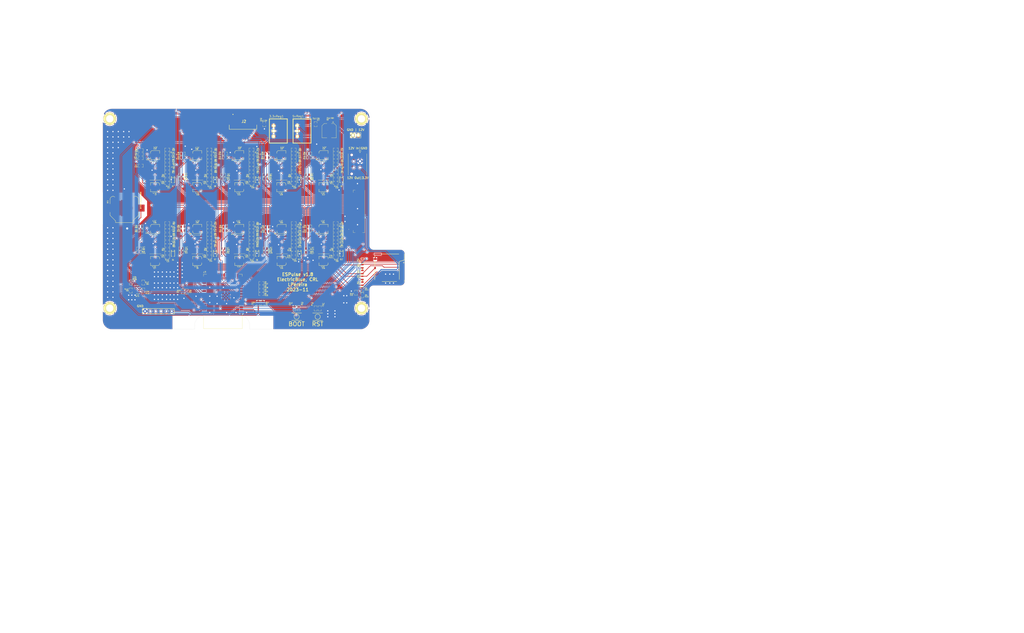
<source format=kicad_pcb>
(kicad_pcb (version 20221018) (generator pcbnew)
  (layers (0 "F.Cu" signal) (31 "B.Cu" signal) (34 "B.Paste" user) (35 "F.Paste" user) (36 "B.SilkS" user "B.Silkscreen") (37 "F.SilkS" user "F.Silkscreen") (38 "B.Mask" user) (39 "F.Mask" user) (44 "Edge.Cuts" user))
  (net 0 "")
  (net 1 "GND")
  (net 2 "+3.3V")
  (net 3 "/RST")
  (net 4 "/IO0")
  (net 5 "/SCL")
  (net 6 "/SDA")
  (net 7 "/1_HB_ADC")
  (net 8 "VRef_1")
  (net 9 "Net-(U10A-+)")
  (net 10 "Net-(U15A-+)")
  (net 11 "Net-(U6A-+)")
  (net 12 "Net-(C14-Pad1)")
  (net 13 "Net-(C15-Pad1)")
  (net 14 "Net-(U5A-+)")
  (net 15 "Net-(U10A--)")
  (net 16 "Net-(BT3-Pad+)")
  (net 17 "/Output_12V")
  (net 18 "Net-(U15A--)")
  (net 19 "Net-(U6A--)")
  (net 20 "Net-(U5A--)")
  (net 21 "Net-(U10B-+)")
  (net 22 "Net-(U15B-+)")
  (net 23 "Net-(U6B-+)")
  (net 24 "Net-(U5B-+)")
  (net 25 "Net-(U10C-+)")
  (net 26 "Net-(U10B--)")
  (net 27 "Net-(U15C-+)")
  (net 28 "Net-(U15B--)")
  (net 29 "Net-(U6C-+)")
  (net 30 "Net-(U6B--)")
  (net 31 "Net-(U5C-+)")
  (net 32 "Net-(C49-Pad1)")
  (net 33 "Net-(U5B--)")
  (net 34 "Net-(U13A-+)")
  (net 35 "Net-(C50-Pad1)")
  (net 36 "Net-(U14A-+)")
  (net 37 "Net-(U12A-+)")
  (net 38 "Net-(U11A-+)")
  (net 39 "Net-(U13A--)")
  (net 40 "Net-(U14A--)")
  (net 41 "Net-(U12A--)")
  (net 42 "VRef_5")
  (net 43 "VRef_7")
  (net 44 "VRef_3")
  (net 45 "VRef_6")
  (net 46 "VRef_8")
  (net 47 "VRef_2")
  (net 48 "VRef_4")
  (net 49 "Net-(U11A--)")
  (net 50 "/SPI_MOSI")
  (net 51 "/SPI_SCK")
  (net 52 "/Backward_Pin")
  (net 53 "/DC_TFT")
  (net 54 "/SPI_CS_TFT")
  (net 55 "Net-(U13B-+)")
  (net 56 "/Pause_Switch_Int")
  (net 57 "/3.3V_LED_Power_Pause_Switch")
  (net 58 "/2_HB_ADC")
  (net 59 "/6_HB_ADC")
  (net 60 "/5_HB_ADC")
  (net 61 "/4_HB_ADC")
  (net 62 "/3_HB_ADC")
  (net 63 "/7_HB_ADC")
  (net 64 "Net-(U14B-+)")
  (net 65 "/8_HB_ADC")
  (net 66 "Net-(U12B-+)")
  (net 67 "Net-(U11B-+)")
  (net 68 "Net-(U13C-+)")
  (net 69 "Net-(U13B--)")
  (net 70 "Net-(U14C-+)")
  (net 71 "Net-(U14B--)")
  (net 72 "/Forward_Pin")
  (net 73 "/Input_12V")
  (net 74 "/HeartBeat/HB5-S")
  (net 75 "/HeartBeat/HB7-S")
  (net 76 "/HeartBeat/HB1-S")
  (net 77 "/HeartBeat/HB3-S")
  (net 78 "+5V")
  (net 79 "/Pot_5")
  (net 80 "Net-(C16-Pad1)")
  (net 81 "Net-(U12C-+)")
  (net 82 "Net-(U12B--)")
  (net 83 "Net-(C18-Pad1)")
  (net 84 "Net-(U11C-+)")
  (net 85 "Net-(U11B--)")
  (net 86 "Net-(U9A-+)")
  (net 87 "Net-(U17A-+)")
  (net 88 "Net-(U9A--)")
  (net 89 "Net-(U17A--)")
  (net 90 "Net-(U9B-+)")
  (net 91 "Net-(U17B-+)")
  (net 92 "Net-(U9C-+)")
  (net 93 "Net-(U9B--)")
  (net 94 "Net-(U17C-+)")
  (net 95 "Net-(U17B--)")
  (net 96 "Net-(C31-Pad1)")
  (net 97 "Net-(C32-Pad1)")
  (net 98 "Net-(C33-Pad1)")
  (net 99 "Net-(C34-Pad1)")
  (net 100 "Net-(U10C--)")
  (net 101 "VRef_9")
  (net 102 "VRef_10")
  (net 103 "Net-(U15C--)")
  (net 104 "Net-(U6C--)")
  (net 105 "Net-(U5C--)")
  (net 106 "Net-(U13C--)")
  (net 107 "Net-(U14C--)")
  (net 108 "Net-(U12C--)")
  (net 109 "Net-(U11C--)")
  (net 110 "Net-(U7-IO11)")
  (net 111 "/9_HB_ADC")
  (net 112 "Net-(U7-IO12)")
  (net 113 "/10_HB_ADC")
  (net 114 "Net-(U1-VBACKUP)")
  (net 115 "/Pot_7")
  (net 116 "/Pot_1")
  (net 117 "/Pot_3")
  (net 118 "/HeartBeat/HB6-S")
  (net 119 "/HeartBeat/HB8-S")
  (net 120 "/SD_D2")
  (net 121 "/RTC Interrupt 1Hz")
  (net 122 "/HeartBeat/HB2-S")
  (net 123 "/HeartBeat/HB4-S")
  (net 124 "/Pot_8")
  (net 125 "/Pot_2")
  (net 126 "/Pot_4")
  (net 127 "/HeartBeat/HB9-S")
  (net 128 "/HeartBeat/HB10-S")
  (net 129 "/Pot_9")
  (net 130 "/Pot_10")
  (net 131 "/Pot_6")
  (net 132 "/HeartBeat/HB10-P")
  (net 133 "/HeartBeat/HB9-P")
  (net 134 "/HeartBeat/HB8-P")
  (net 135 "/HeartBeat/HB7-P")
  (net 136 "/HeartBeat/HB6-P")
  (net 137 "/HeartBeat/HB5-P")
  (net 138 "/HeartBeat/HB4-P")
  (net 139 "/HeartBeat/HB3-P")
  (net 140 "/HeartBeat/HB2-P")
  (net 141 "/SD_D3")
  (net 142 "/SD_CMD")
  (net 143 "/SD_CLC")
  (net 144 "/SD_D0")
  (net 145 "/HeartBeat/HB1-P")
  (net 146 "Net-(U9C--)")
  (net 147 "Net-(U17C--)")
  (net 148 "/SD_D1")
  (net 149 "/SD_Detect")
  (net 151 "Net-(U5D--)")
  (net 152 "Net-(U6D--)")
  (net 153 "Net-(U9D--)")
  (net 154 "Net-(U10D--)")
  (net 155 "Net-(U11D--)")
  (net 156 "Net-(U12D--)")
  (net 157 "Net-(U13D--)")
  (net 158 "Net-(U14D--)")
  (net 159 "Net-(U15D--)")
  (net 160 "Net-(U17D--)")
  (net 161 "/TxD")
  (net 162 "/RxD")
  (net 167 "Net-(U7-IO20)")
  (net 169 "Net-(U7-IO19)")
  (footprint "lsts-passives:C_0603" (layer "F.Cu") (at 199.88 139.54 90)
    (fp_text reference "C5")
    (fp_text value "10uF")
  )
  (footprint "lsts-discretes:SOD-123-AC" (layer "F.Cu") (at 197.28 80.86 90)
    (fp_text reference "D4")
    (fp_text value "ZENER_1.8V" hide)
  )
  (footprint "lsts-ic:SOIC-14_3.9x8.7mm_P1.27mm" (layer "F.Cu") (at 188.18 111.66 180)
    (fp_text reference "U14")
    (fp_text value "OPAMP_QUAD" hide)
  )
  (footprint "lsts-discretes:SOD-123-AC" (layer "F.Cu") (at 217.28 80.86 90)
    (fp_text reference "D7")
    (fp_text value "ZENER_1.8V" hide)
  )
  (footprint "lsts-discretes:SOD-123-AC" (layer "F.Cu") (at 197.28 115.86 90)
    (fp_text reference "D6")
    (fp_text value "ZENER_1.8V" hide)
  )
  (footprint "lsts-ic:SOIC-14_3.9x8.7mm_P1.27mm" (layer "F.Cu") (at 168.18 111.66 180)
    (fp_text reference "U15")
    (fp_text value "OPAMP_QUAD")
  )
  (footprint "lsts-ic:SOIC-14_3.9x8.7mm_P1.27mm" (layer "F.Cu") (at 168.18 76.66 180)
    (fp_text reference "U11")
    (fp_text value "OPAMP_QUAD")
  )
  (footprint "lsts-ic:SOIC-14_3.9x8.7mm_P1.27mm" (layer "F.Cu") (at 148.18 76.66 180)
    (fp_text reference "U10")
    (fp_text value "OPAMP_QUAD")
  )
  (footprint "lsts-ic:SOIC-14_3.9x8.7mm_P1.27mm" (layer "F.Cu") (at 188.18 76.66 180)
    (fp_text reference "U5")
    (fp_text value "OPAMP_QUAD")
  )
  (footprint "lsts-discretes:SOD-123-AC" (layer "F.Cu") (at 157.28 115.86 90)
    (fp_text reference "D5")
    (fp_text value "ZENER_1.8V" hide)
  )
  (footprint "lsts-ic:SOIC-14_3.9x8.7mm_P1.27mm" (layer "F.Cu") (at 148.18 111.66 180)
    (fp_text reference "U13")
    (fp_text value "OPAMP_QUAD")
  )
  (footprint "lsts-ic:SOIC-14_3.9x8.7mm_P1.27mm" (layer "F.Cu") (at 208.18 76.66 180)
    (fp_text reference "U12")
    (fp_text value "OPAMP_QUAD")
  )
  (footprint "lsts-ic:SOIC-14_3.9x8.7mm_P1.27mm" (layer "F.Cu") (at 228.18 76.66 180)
    (fp_text reference "U6")
    (fp_text value "OPAMP_QUAD")
  )
  (footprint "lsts-discretes:SOD-123-AC" (layer "F.Cu") (at 177.28 80.86 90)
    (fp_text reference "D8")
    (fp_text value "ZENER_1.8V" hide)
  )
  (footprint "lsts-passives:C_0603" (layer "F.Cu") (at 234.58 68.336 180)
    (fp_text reference "C25")
    (fp_text value "0.1uF")
  )
  (footprint "lsts-passives:C_0603" (layer "F.Cu") (at 194.58 68.336 180)
    (fp_text reference "C26")
    (fp_text value "0.1uF")
  )
  (footprint "lsts-passives:C_0603" (layer "F.Cu") (at 214.58 82.56 180)
    (fp_text reference "C33")
    (fp_text value "0.1uF")
  )
  (footprint "lsts-passives:C_0603" (layer "F.Cu") (at 174.58 103.336 180)
    (fp_text reference "C24")
    (fp_text value "0.1uF")
  )
  (footprint "lsts-passives:C_0603" (layer "F.Cu") (at 154.58 82.56 180)
    (fp_text reference "C14")
    (fp_text value "0.1uF")
  )
  (footprint "lsts-passives:C_0603" (layer "F.Cu") (at 154.58 117.56 180)
    (fp_text reference "C31")
    (fp_text value "0.1uF")
  )
  (footprint "lsts-passives:C_0603" (layer "F.Cu") (at 154.58 103.336 180)
    (fp_text reference "C39")
    (fp_text value "0.1uF")
  )
  (footprint "lsts-passives:C_0603" (layer "F.Cu") (at 174.58 68.336 180)
    (fp_text reference "C42")
    (fp_text value "0.1uF")
  )
  (footprint "lsts-passives:C_0603" (layer "F.Cu") (at 214.58 68.336 180)
    (fp_text reference "C41")
    (fp_text value "0.1uF")
  )
  (footprint "lsts-passives:C_0603" (layer "F.Cu") (at 174.58 82.56 180)
    (fp_text reference "C34")
    (fp_text value "0.1uF")
  )
  (footprint "lsts-passives:C_0603" (layer "F.Cu") (at 194.58 103.336 180)
    (fp_text reference "C40")
    (fp_text value "0.1uF")
  )
  (footprint "lsts-passives:C_0603" (layer "F.Cu") (at 194.58 117.56 180)
    (fp_text reference "C32")
    (fp_text value "0.1uF")
  )
  (footprint "lsts-passives:C_0603" (layer "F.Cu") (at 154.58 68.336 180)
    (fp_text reference "C23")
    (fp_text value "0.1uF")
  )
  (footprint "lsts-passives:C_0603" (layer "F.Cu") (at 194.58 82.56 180)
    (fp_text reference "C18")
    (fp_text value "0.1uF")
  )
  (footprint "lsts-passives:C_0603" (layer "F.Cu") (at 174.58 117.56 180)
    (fp_text reference "C15")
    (fp_text value "0.1uF")
  )
  (footprint "lsts-passives:R_0603" (layer "F.Cu") (at 194.58 80.782 180)
    (fp_text reference "R22")
    (fp_text value "470k")
  )
  (footprint "lsts-passives:R_0603" (layer "F.Cu") (at 154.58 80.782 180)
    (fp_text reference "R19")
    (fp_text value "470k")
  )
  (footprint "lsts-passives:R_0603" (layer "F.Cu") (at 174.58 114.004)
    (fp_text reference "R16")
    (fp_text value "10k")
  )
  (footprint "lsts-passives:R_0603" (layer "F.Cu") (at 154.58 71.892)
    (fp_text reference "R32")
    (fp_text value "68k")
  )
  (footprint "lsts-passives:R_0603" (layer "F.Cu") (at 174.58 106.892)
    (fp_text reference "R35")
    (fp_text value "68k")
  )
  (footprint "lsts-passives:R_0603" (layer "F.Cu") (at 161.18 115.36 180)
    (fp_text reference "R24")
    (fp_text value "82R")
  )
  (footprint "lsts-passives:R_0603" (layer "F.Cu") (at 154.58 66.558)
    (fp_text reference "R39")
    (fp_text value "10k")
  )
  (footprint "lsts-passives:R_0603" (layer "F.Cu") (at 181.18 80.36 180)
    (fp_text reference "R25")
    (fp_text value "82R")
  )
  (footprint "lsts-passives:R_0603" (layer "F.Cu") (at 174.58 115.782 180)
    (fp_text reference "R20")
    (fp_text value "470k")
  )
  (footprint "lsts-passives:R_0603" (layer "F.Cu") (at 174.58 105.114 180)
    (fp_text reference "R44")
    (fp_text value "470k")
  )
  (footprint "lsts-passives:R_0603" (layer "F.Cu") (at 154.58 70.114 180)
    (fp_text reference "R43")
    (fp_text value "470k")
  )
  (footprint "lsts-passives:R_0603" (layer "F.Cu") (at 194.58 66.558)
    (fp_text reference "R42")
    (fp_text value "10k")
  )
  (footprint "lsts-passives:R_0603" (layer "F.Cu") (at 174.58 101.558)
    (fp_text reference "R40")
    (fp_text value "10k")
  )
  (footprint "lsts-passives:R_0603" (layer "F.Cu") (at 141.98 70.66 180)
    (fp_text reference "R23")
    (fp_text value "82R")
  )
  (footprint "lsts-passives:R_0603" (layer "F.Cu") (at 154.58 75.448)
    (fp_text reference "R7")
    (fp_text value "470R")
  )
  (footprint "lsts-passives:R_0603" (layer "F.Cu") (at 154.58 77.226)
    (fp_text reference "R11")
    (fp_text value "68k")
  )
  (footprint "lsts-passives:R_0603" (layer "F.Cu") (at 221.18 78.56 180)
    (fp_text reference "R31")
    (fp_text value "4k7")
  )
  (footprint "lsts-passives:R_0603" (layer "F.Cu") (at 154.58 79.004)
    (fp_text reference "R15")
    (fp_text value "10k")
  )
  (footprint "lsts-passives:R_0603" (layer "F.Cu") (at 154.58 73.67)
    (fp_text reference "R3")
    (fp_text value "10k")
  )
  (footprint "lsts-passives:R_0603" (layer "F.Cu") (at 174.58 112.226)
    (fp_text reference "R12")
    (fp_text value "68k")
  )
  (footprint "lsts-passives:R_0603" (layer "F.Cu") (at 174.58 110.448)
    (fp_text reference "R8")
    (fp_text value "470R")
  )
  (footprint "lsts-passives:R_0603" (layer "F.Cu") (at 174.58 108.67)
    (fp_text reference "R4")
    (fp_text value "10k")
  )
  (footprint "lsts-passives:R_0603" (layer "F.Cu") (at 234.58 77.226)
    (fp_text reference "R13")
    (fp_text value "68k")
  )
  (footprint "lsts-passives:R_0603" (layer "F.Cu") (at 234.58 71.892)
    (fp_text reference "R36")
    (fp_text value "68k")
  )
  (footprint "lsts-passives:R_0603" (layer "F.Cu") (at 161.18 78.56 180)
    (fp_text reference "R82")
    (fp_text value "4k7")
  )
  (footprint "lsts-passives:R_0603" (layer "F.Cu") (at 201.18 78.56 180)
    (fp_text reference "R81")
    (fp_text value "4k7")
  )
  (footprint "lsts-passives:R_0603" (layer "F.Cu") (at 234.58 70.114 180)
    (fp_text reference "R45")
    (fp_text value "470k")
  )
  (footprint "lsts-passives:R_0603" (layer "F.Cu") (at 234.58 66.558)
    (fp_text reference "R41")
    (fp_text value "10k")
  )
  (footprint "lsts-passives:R_0603" (layer "F.Cu") (at 234.58 75.448)
    (fp_text reference "R9")
    (fp_text value "470R")
  )
  (footprint "lsts-passives:R_0603" (layer "F.Cu") (at 221.18 80.36 180)
    (fp_text reference "R38")
    (fp_text value "82R")
  )
  (footprint "lsts-passives:R_0603" (layer "F.Cu") (at 234.58 80.782 180)
    (fp_text reference "R21")
    (fp_text value "470k")
  )
  (footprint "lsts-passives:R_0603" (layer "F.Cu") (at 141.18 113.56 180)
    (fp_text reference "R80")
    (fp_text value "4k7")
  )
  (footprint "lsts-passives:R_0603" (layer "F.Cu") (at 234.58 73.67)
    (fp_text reference "R5")
    (fp_text value "10k")
  )
  (footprint "lsts-passives:R_0603" (layer "F.Cu") (at 234.58 79.004)
    (fp_text reference "R17")
    (fp_text value "10k")
  )
  (footprint "lsts-passives:R_0603" (layer "F.Cu") (at 181.18 78.56 180)
    (fp_text reference "R30")
    (fp_text value "4k7")
  )
  (footprint "lsts-passives:R_0603" (layer "F.Cu") (at 161.18 113.56 180)
    (fp_text reference "R28")
    (fp_text value "4k7")
  )
  (footprint "lsts-passives:R_0603" (layer "F.Cu") (at 141.98 74.26 180)
    (fp_text reference "R29")
    (fp_text value "4k7")
  )
  (footprint "lsts-passives:R_0603" (layer "F.Cu") (at 181.18 113.56 180)
    (fp_text reference "R79")
    (fp_text value "4k7")
  )
  (footprint "lsts-passives:C4x5.5" (layer "F.Cu") (at 148.78 104.26)
    (fp_text reference "C35")
    (fp_text value "4.7uF")
  )
  (footprint "lsts-discretes:SOD-123-AC" (layer "F.Cu") (at 177.28 115.86 90)
    (fp_text reference "D2")
    (fp_text value "ZENER_1.8V" hide)
  )
  (footprint "lsts-discretes:SOD-123-AC" (layer "F.Cu") (at 237.28 80.86 90)
    (fp_text reference "D3")
    (fp_text value "ZENER_1.8V" hide)
  )
  (footprint "lsts-passives:C4x5.5" (layer "F.Cu") (at 208.78 84.46 180)
    (fp_text reference "C29")
    (fp_text value "4.7uF")
  )
  (footprint "lsts-passives:C4x5.5" (layer "F.Cu") (at 188.78 119.46 180)
    (fp_text reference "C28" hide)
    (fp_text value "4.7uF")
  )
  (footprint "lsts-passives:C4x5.5" (layer "F.Cu") (at 148.78 119.46 180)
    (fp_text reference "C27")
    (fp_text value "4.7uF")
  )
  (footprint "lsts-passives:C4x5.5" (layer "F.Cu") (at 188.78 84.46 180)
    (fp_text reference "C13")
    (fp_text value "4.7uF")
  )
  (footprint "lsts-passives:C4x5.5" (layer "F.Cu") (at 148.78 84.46 180)
    (fp_text reference "C7")
    (fp_text value "4.7uF")
  )
  (footprint "lsts-passives:C4x5.5" (layer "F.Cu") (at 228.78 69.26)
    (fp_text reference "C21")
    (fp_text value "4.7uF")
  )
  (footprint "lsts-discretes:SOD-123-AC" (layer "F.Cu") (at 157.28 80.86 90)
    (fp_text reference "D1")
    (fp_text value "ZENER_1.8V" hide)
  )
  (footprint "lsts-passives:C4x5.5" (layer "F.Cu") (at 208.78 69.26)
    (fp_text reference "C37")
    (fp_text value "4.7uF")
  )
  (footprint "lsts-passives:C4x5.5" (layer "F.Cu") (at 188.78 104.26)
    (fp_text reference "C36")
    (fp_text value "4.7uF")
  )
  (footprint "lsts-passives:C4x5.5" (layer "F.Cu") (at 168.78 119.46 180)
    (fp_text reference "C8")
    (fp_text value "4.7uF")
  )
  (footprint "lsts-passives:C4x5.5" (layer "F.Cu") (at 228.78 84.46 180)
    (fp_text reference "C12")
    (fp_text value "4.7uF")
  )
  (footprint "lsts-passives:C4x5.5" (layer "F.Cu") (at 168.78 84.46 180)
    (fp_text reference "C30")
    (fp_text value "4.7uF")
  )
  (footprint "lsts-passives:R_0603" (layer "F.Cu") (at 194.58 101.558)
    (fp_text reference "R88")
    (fp_text value "10k")
  )
  (footprint "lsts-passives:R_0603" (layer "F.Cu") (at 174.58 80.782 180)
    (fp_text reference "R74")
    (fp_text value "470k")
  )
  (footprint "lsts-passives:R_0603" (layer "F.Cu") (at 154.58 106.892)
    (fp_text reference "R83")
    (fp_text value "68k")
  )
  (footprint "lsts-passives:R_0603" (layer "F.Cu") (at 194.58 106.892)
    (fp_text reference "R84")
    (fp_text value "68k")
  )
  (footprint "lsts-passives:R_0603" (layer "F.Cu") (at 161.18 80.36 180)
    (fp_text reference "R78")
    (fp_text value "82R")
  )
  (footprint "lsts-passives:R_0603" (layer "F.Cu") (at 214.58 71.892)
    (fp_text reference "R85")
    (fp_text value "68k")
  )
  (footprint "lsts-passives:R_0603" (layer "F.Cu") (at 154.58 101.558)
    (fp_text reference "R87")
    (fp_text value "10k")
  )
  (footprint "lsts-passives:R_0603" (layer "F.Cu") (at 174.58 71.892)
    (fp_text reference "R86")
    (fp_text value "68k")
  )
  (footprint "lsts-passives:R_0603" (layer "F.Cu") (at 181.18 115.36 180)
    (fp_text reference "R76")
    (fp_text value "82R")
  )
  (footprint "lsts-passives:R_0603" (layer "F.Cu") (at 141.18 115.36 180)
    (fp_text reference "R75")
    (fp_text value "82R")
  )
  (footprint "lsts-passives:R_0603" (layer "F.Cu") (at 214.58 80.782 180)
    (fp_text reference "R73")
    (fp_text value "470k")
  )
  (footprint "lsts-passives:R_0603" (layer "F.Cu") (at 201.18 80.36 180)
    (fp_text reference "R77")
    (fp_text value "82R")
  )
  (footprint "lsts-passives:R_0603" (layer "F.Cu") (at 194.58 105.114 180)
    (fp_text reference "R92")
    (fp_text value "470k")
  )
  (footprint "lsts-passives:R_0603" (layer "F.Cu") (at 214.58 66.558)
    (fp_text reference "R89")
    (fp_text value "10k")
  )
  (footprint "lsts-passives:R_0603" (layer "F.Cu") (at 174.58 70.114 180)
    (fp_text reference "R94")
    (fp_text value "470k")
  )
  (footprint "lsts-passives:R_0603" (layer "F.Cu") (at 214.58 70.114 180)
    (fp_text reference "R93")
    (fp_text value "470k")
  )
  (footprint "lsts-passives:R_0603" (layer "F.Cu") (at 174.58 66.558)
    (fp_text reference "R90")
    (fp_text value "10k")
  )
  (footprint "lsts-passives:R_0603" (layer "F.Cu") (at 154.58 114.004)
    (fp_text reference "R67")
    (fp_text value "10k")
  )
  (footprint "lsts-passives:R_0603" (layer "F.Cu") (at 174.58 75.448)
    (fp_text reference "R62")
    (fp_text value "470R")
  )
  (footprint "lsts-passives:R_0603" (layer "F.Cu") (at 154.58 112.226)
    (fp_text reference "R63")
    (fp_text value "68k")
  )
  (footprint "lsts-passives:R_0603" (layer "F.Cu") (at 214.58 75.448)
    (fp_text reference "R61")
    (fp_text value "470R")
  )
  (footprint "lsts-passives:R_0603" (layer "F.Cu") (at 194.58 108.67)
    (fp_text reference "R56")
    (fp_text value "10k")
  )
  (footprint "lsts-passives:R_0603" (layer "F.Cu") (at 174.58 77.226)
    (fp_text reference "R66")
    (fp_text value "68k")
  )
  (footprint "lsts-passives:R_0603" (layer "F.Cu") (at 194.58 110.448)
    (fp_text reference "R60")
    (fp_text value "470R")
  )
  (footprint "lsts-passives:R_0603" (layer "F.Cu") (at 154.58 108.67)
    (fp_text reference "R55")
    (fp_text value "10k")
  )
  (footprint "lsts-passives:R_0603" (layer "F.Cu") (at 194.58 115.782 180)
    (fp_text reference "R72")
    (fp_text value "470k")
  )
  (footprint "lsts-passives:R_0603" (layer "F.Cu") (at 154.58 115.782 180)
    (fp_text reference "R71")
    (fp_text value "470k")
  )
  (footprint "lsts-passives:R_0603" (layer "F.Cu") (at 174.58 79.004)
    (fp_text reference "R70")
    (fp_text value "10k")
  )
  (footprint "lsts-passives:R_0603" (layer "F.Cu") (at 194.58 114.004)
    (fp_text reference "R68")
    (fp_text value "10k")
  )
  (footprint "lsts-passives:R_0603" (layer "F.Cu") (at 194.58 112.226)
    (fp_text reference "R64")
    (fp_text value "68k")
  )
  (footprint "lsts-passives:R_0603" (layer "F.Cu") (at 154.58 110.448)
    (fp_text reference "R59")
    (fp_text value "470R")
  )
  (footprint "lsts-passives:R_0603" (layer "F.Cu") (at 174.58 73.67)
    (fp_text reference "R58")
    (fp_text value "10k")
  )
  (footprint "lsts-passives:C_0603" (layer "F.Cu") (at 234.58 82.56 180)
    (fp_text reference "C16")
    (fp_text value "0.1uF")
  )
  (footprint "lsts-passives:R_0603" (layer "F.Cu") (at 225 142 90)
    (fp_text reference "R1")
    (fp_text value "10k")
  )
  (footprint "lsts-discretes:EVQP2" (layer "F.Cu") (at 226 146 180)
    (fp_text reference "SW1" hide)
    (fp_text value "RST")
  )
  (footprint "lsts-passives:R_0603" (layer "F.Cu") (at 163.8 134.038 90)
    (fp_text reference "R34")
    (fp_text value "10k")
  )
  (footprint "lsts-passives:C_0603" (layer "F.Cu") (at 227 142 90)
    (fp_text reference "C2")
    (fp_text value "1uF")
  )
  (footprint "lsts-passives:R_0603" (layer "F.Cu") (at 217 141.99 90)
    (fp_text reference "R2")
    (fp_text value "10k")
  )
  (footprint "lsts-discretes:EVQP2" (layer "F.Cu") (at 216 145.99 180)
    (fp_text reference "SW2" hide)
    (fp_text value "BOOT")
  )
  (footprint "lsts-passives:C_0603" (layer "F.Cu") (at 215 141.99 90)
    (fp_text reference "C3")
    (fp_text value "0.1uF")
  )
  (footprint "lsts-passives:R_0603" (layer "F.Cu") (at 194.58 70.114 180)
    (fp_text reference "R46")
    (fp_text value "470k")
  )
  (footprint "lsts-passives:R_0603" (layer "F.Cu") (at 194.58 71.892)
    (fp_text reference "R37")
    (fp_text value "68k")
  )
  (footprint "lsts-passives:R_0603" (layer "F.Cu") (at 194.58 75.448)
    (fp_text reference "R10")
    (fp_text value "470R")
  )
  (footprint "lsts-passives:R_0603" (layer "F.Cu") (at 194.58 77.226)
    (fp_text reference "R14")
    (fp_text value "68k")
  )
  (footprint "lsts-passives:R_0603" (layer "F.Cu") (at 194.58 79.004)
    (fp_text reference "R18")
    (fp_text value "10k")
  )
  (footprint "lsts-passives:R_0603" (layer "F.Cu") (at 194.58 73.67)
    (fp_text reference "R6")
    (fp_text value "10k")
  )
  (footprint "lsts-passives:R_0603" (layer "F.Cu") (at 214.58 79.004)
    (fp_text reference "R69")
    (fp_text value "10k")
  )
  (footprint "lsts-passives:R_0603" (layer "F.Cu") (at 214.58 77.226)
    (fp_text reference "R65")
    (fp_text value "68k")
  )
  (footprint "lsts-passives:R_0603" (layer "F.Cu") (at 214.58 73.67)
    (fp_text reference "R57")
    (fp_text value "10k")
  )
  (footprint "lsts-passives:R_0603" (layer "F.Cu") (at 141.98 68.76 180)
    (fp_text reference "R47")
    (fp_text value "10k")
  )
  (footprint "lsts-passives:R_0603" (layer "F.Cu") (at 141.98 66.86)
    (fp_text reference "R48")
    (fp_text value "18k")
  )
  (footprint "lsts-passives:R_0603" (layer "F.Cu") (at 161.98 105.06 180)
    (fp_text reference "R49")
    (fp_text value "10k")
  )
  (footprint "lsts-passives:R_0603" (layer "F.Cu") (at 161.98 103.16)
    (fp_text reference "R50")
    (fp_text value "18k")
  )
  (footprint "lsts-passives:R_0603" (layer "F.Cu") (at 221.98 70.36 180)
    (fp_text reference "R51")
    (fp_text value "10k")
  )
  (footprint "lsts-passives:R_0603" (layer "F.Cu") (at 181.98 68.46)
    (fp_text reference "R54")
    (fp_text value "18k")
  )
  (footprint "lsts-passives:R_0603" (layer "F.Cu") (at 141.98 105.06 180)
    (fp_text reference "R95")
    (fp_text value "10k")
  )
  (footprint "lsts-passives:R_0603" (layer "F.Cu") (at 141.98 103.16)
    (fp_text reference "R96")
    (fp_text value "18k")
  )
  (footprint "lsts-passives:R_0603" (layer "F.Cu") (at 181.98 105.06 180)
    (fp_text reference "R97")
    (fp_text value "10k")
  )
  (footprint "lsts-passives:R_0603" (layer "F.Cu") (at 201.98 70.36 180)
    (fp_text reference "R99")
    (fp_text value "10k")
  )
  (footprint "lsts-passives:R_0603" (layer "F.Cu") (at 201.98 68.46)
    (fp_text reference "R100")
    (fp_text value "18k")
  )
  (footprint "lsts-passives:R_0603" (layer "F.Cu") (at 161.98 70.36 180)
    (fp_text reference "R101")
    (fp_text value "10k")
  )
  (footprint "lsts-passives:R_0603" (layer "F.Cu") (at 161.98 68.46)
    (fp_text reference "R102")
    (fp_text value "18k")
  )
  (footprint "lsts-passives:C_0603" (layer "F.Cu") (at 200.65 54.525 -90)
    (fp_text reference "C9")
    (fp_text value "22μF/10V")
  )
  (footprint "lsts-passives:C_0603" (layer "F.Cu") (at 225 54.525 -90)
    (fp_text reference "C17")
    (fp_text value "22μF/10V")
  )
  (footprint "lsts-passives:R_0603" (layer "F.Cu") (at 181.98 103.16)
    (fp_text reference "R98")
    (fp_text value "18k")
  )
  (footprint "lsts-passives:R_0603" (layer "F.Cu") (at 221.98 68.46)
    (fp_text reference "R52")
    (fp_text value "18k")
  )
  (footprint "lsts-passives:R_0603" (layer "F.Cu") (at 181.98 70.36 180)
    (fp_text reference "R53")
    (fp_text value "10k")
  )
  (footprint "lsts-ic:SOIC-14_3.9x8.7mm_P1.27mm" (layer "F.Cu") (at 208.259676 111.66 180)
    (fp_text reference "U9")
    (fp_text value "OPAMP_QUAD")
  )
  (footprint "lsts-devices:R-78HBxxx-0.5" (layer "F.Cu") (at 216.33 57.73 90)
    (fp_text reference "5vReg1")
    (fp_text value "GEN_REGULATOR" hide)
  )
  (footprint "lsts-passives:C4x5.5" (layer "F.Cu") (at 208.859676 119.46 180)
    (fp_text reference "C45")
    (fp_text value "4.7uF")
  )
  (footprint "lsts-passives:C_0603" (layer "F.Cu") (at 214.659676 117.56 180)
    (fp_text reference "C49")
    (fp_text value "0.1uF")
  )
  (footprint "lsts-passives:C_0603" (layer "F.Cu") (at 234.58 117.56 180)
    (fp_text reference "C50")
    (fp_text value "0.1uF")
  )
  (footprint "lsts-passives:C4x5.5" (layer "F.Cu") (at 208.859676 104.26)
    (fp_text reference "C53")
    (fp_text value "4.7uF")
  )
  (footprint "lsts-passives:C_0603" (layer "F.Cu") (at 214.659676 103.336 180)
    (fp_text reference "C57")
    (fp_text value "0.1uF")
  )
  (footprint "lsts-passives:C_0603" (layer "F.Cu") (at 234.58 103.336 180)
    (fp_text reference "C58")
    (fp_text value "0.1uF")
  )
  (footprint "lsts-discretes:SOD-123-AC" (layer "F.Cu") (at 217.359676 115.86 90)
    (fp_text reference "D11")
    (fp_text value "ZENER_1.8V" hide)
  )
  (footprint "lsts-passives:R_0603" (layer "F.Cu") (at 214.659676 108.67)
    (fp_text reference "R105")
    (fp_text value "10k")
  )
  (footprint "lsts-passives:R_0603" (layer "F.Cu") (at 214.659676 110.448)
    (fp_text reference "R109")
    (fp_text value "470R")
  )
  (footprint "lsts-passives:R_0603" (layer "F.Cu") (at 234.58 110.448)
    (fp_text reference "R110")
    (fp_text value "470R")
  )
  (footprint "lsts-passives:R_0603" (layer "F.Cu") (at 214.659676 112.226)
    (fp_text reference "R113")
    (fp_text value "68k")
  )
  (footprint "lsts-passives:R_0603" (layer "F.Cu") (at 234.58 112.226)
    (fp_text reference "R114")
    (fp_text value "68k")
  )
  (footprint "lsts-passives:R_0603" (layer "F.Cu") (at 214.659676 114.004)
    (fp_text reference "R118")
    (fp_text value "10k")
  )
  (footprint "lsts-passives:R_0603" (layer "F.Cu") (at 234.58 114.004)
    (fp_text reference "R119")
    (fp_text value "10k")
  )
  (footprint "lsts-passives:R_0603" (layer "F.Cu") (at 214.659676 115.782 180)
    (fp_text reference "R122")
    (fp_text value "470k")
  )
  (footprint "lsts-passives:R_0603" (layer "F.Cu") (at 234.58 115.782 180)
    (fp_text reference "R123")
    (fp_text value "470k")
  )
  (footprint "lsts-passives:R_0603" (layer "F.Cu") (at 201.259676 115.36 180)
    (fp_text reference "R126")
    (fp_text value "82R")
  )
  (footprint "lsts-passives:R_0603" (layer "F.Cu") (at 221.18 115.36 180)
    (fp_text reference "R127")
    (fp_text value "82R")
  )
  (footprint "lsts-passives:R_0603" (layer "F.Cu") (at 201.259676 113.56 180)
    (fp_text reference "R130")
    (fp_text value "4k7")
  )
  (footprint "lsts-passives:R_0603" (layer "F.Cu") (at 214.659676 106.892)
    (fp_text reference "R134")
    (fp_text value "68k")
  )
  (footprint "lsts-passives:R_0603" (layer "F.Cu") (at 234.58 106.892)
    (fp_text reference "R135")
    (fp_text value "68k")
  )
  (footprint "lsts-passives:R_0603" (layer "F.Cu") (at 214.659676 101.558)
    (fp_text reference "R138")
    (fp_text value "10k")
  )
  (footprint "lsts-passives:R_0603" (layer "F.Cu") (at 234.58 101.558)
    (fp_text reference "R139")
    (fp_text value "10k")
  )
  (footprint "lsts-passives:R_0603" (layer "F.Cu") (at 214.659676 105.114 180)
    (fp_text reference "R142")
    (fp_text value "470k")
  )
  (footprint "lsts-passives:R_0603" (layer "F.Cu") (at 234.58 105.114 180)
    (fp_text reference "R143")
    (fp_text value "470k")
  )
  (footprint "lsts-passives:R_0603" (layer "F.Cu") (at 202.059676 105.36 180)
    (fp_text reference "R148")
    (fp_text value "10k")
  )
  (footprint "lsts-passives:R_0603" (layer "F.Cu") (at 202.059676 103.46)
    (fp_text reference "R149")
    (fp_text value "18k")
  )
  (footprint "lsts-passives:C4x5.5" (layer "F.Cu") (at 228.78 119.46 180)
    (fp_text reference "C46")
    (fp_text value "4.7uF")
  )
  (footprint "lsts-passives:C4x5.5" (layer "F.Cu") (at 228.78 104.26)
    (fp_text reference "C54")
    (fp_text value "4.7uF")
  )
  (footprint "lsts-discretes:SOD-123-AC" (layer "F.Cu") (at 237.28 115.86 90)
    (fp_text reference "D12")
    (fp_text value "ZENER_1.8V" hide)
  )
  (footprint "lsts-passives:R_0603" (layer "F.Cu") (at 234.58 108.67)
    (fp_text reference "R106")
    (fp_text value "10k")
  )
  (footprint "lsts-passives:R_0603" (layer "F.Cu") (at 221.18 113.56 180)
    (fp_text reference "R131")
    (fp_text value "4k7")
  )
  (footprint "lsts-passives:R_0603" (layer "F.Cu") (at 221.98 105.06 180)
    (fp_text reference "R150")
    (fp_text value "10k")
  )
  (footprint "lsts-passives:R_0603" (layer "F.Cu") (at 221.98 103.16)
    (fp_text reference "R151")
    (fp_text value "18k")
  )
  (footprint "lsts-ic:SOIC-14_3.9x8.7mm_P1.27mm" (layer "F.Cu") (at 228.18 111.66 180)
    (fp_text reference "U17")
    (fp_text value "OPAMP_QUAD")
  )
  (footprint "lsts-passives:R_0603" (layer "F.Cu") (at 154.58 105.114 180)
    (fp_text reference "R91")
    (fp_text value "470k")
  )
  (footprint "lsts-mecanical:MNT-HOLE-6by3.5mm" (layer "F.Cu") (at 244.805 51.935 180)
    (fp_text reference "P25" hide)
    (fp_text value "CONN_1x1" hide)
  )
  (footprint "lsts-mecanical:MNT-HOLE-6by3.5mm" (layer "F.Cu") (at 125.28 141.935 180)
    (fp_text reference "P20" hide)
    (fp_text value "CONN_1x1" hide)
  )
  (footprint "lsts-mecanical:MNT-HOLE-6by3.5mm" (layer "F.Cu") (at 125.28 51.935 180)
    (fp_text reference "P21" hide)
    (fp_text value "CONN_1x1" hide)
  )
  (footprint "lsts-mecanical:MNT-HOLE-6by3.5mm" (layer "F.Cu") (at 244.805 141.935 180)
    (fp_text reference "P24" hide)
    (fp_text value "CONN_1x1" hide)
  )
  (footprint "lsts-passives:R_0603" (layer "F.Cu") (at 143.225 133.485 -90)
    (fp_text reference "R116")
    (fp_text value "470R")
  )
  (footprint "lsts-devices:RV-3028-C7" (layer "F.Cu") (at 140.415 133.095 180)
    (fp_text reference "U1")
    (fp_text value "RV-3032-C7" hide)
  )
  (footprint "lsts-passives:C_0603" (layer "F.Cu") (at 137.265 133.485 90)
    (fp_text reference "C62")
    (fp_text value "0.1uF")
  )
  (footprint "lsts-passives:C_0603" (layer "F.Cu") (at 143.225 129.785 -90)
    (fp_text reference "C61")
    (fp_text value "0.1uF")
  )
  (footprint "lsts-passives:C_0603" (layer "F.Cu") (at 197.8 139.54 -90)
    (fp_text reference "C4")
    (fp_text value "100nF")
  )
  (footprint "lsts-passives:CP_Elec_6.3x5.8" (layer "F.Cu") (at 231.46 57.56 -90)
    (fp_text reference "C6")
    (fp_text value "22μF/50V")
  )
  (footprint "lsts-passives:R_0603" (layer "F.Cu") (at 199.25 135.25)
    (fp_text reference "R155")
    (fp_text value "0R")
  )
  (footprint "lsts-passives:R_0603" (layer "F.Cu") (at 247.25 119.262 -90)
    (fp_text reference "R128")
    (fp_text value "10k")
  )
  (footprint "lsts-conn:FH1234S05SH55" (layer "F.Cu") (at 245.3 95.925 90)
    (fp_text reference "J1" hide)
    (fp_text value "FH12-34S-0.5SH_55_" hide)
  )
  (footprint "lsts-passives:R_0603" (layer "F.Cu") (at 247.25 122.012 90)
    (fp_text reference "R129")
    (fp_text value "10k")
  )
  (footprint "lsts-passives:C4x5.5" (layer "F.Cu") (at 168.78 69.26)
    (fp_text reference "C38")
    (fp_text value "4.7uF")
  )
  (footprint "lsts-devices:R-78HBxxx-0.5" (layer "F.Cu") (at 205.07 57.73 90)
    (fp_text reference "3.3vReg1")
    (fp_text value "REG_Recom" hide)
  )
  (footprint "lsts-passives:R_0603" (layer "F.Cu") (at 247.25 130.286 -90)
    (fp_text reference "R132")
    (fp_text value "10k")
  )
  (footprint "lsts-conn:PIN_ARRAY_6x1" (layer "F.Cu") (at 150.38 143.36)
    (fp_text reference "P4" hide)
    (fp_text value "CONN_6x1" hide)
  )
  (footprint "lsts-devices:ESP32-S3-WROOM-1" (layer "F.Cu") (at 180.988 138.758 180)
    (fp_text reference "U7")
    (fp_text value "ESP32-S3-WROOM-1" hide)
  )
  (footprint "lsts-devices:Keystone_3000_1x12mm-CoinCell" (layer "F.Cu") (at 134.16 94.36 180)
    (fp_text reference "BT3")
    (fp_text value "BATTERY_Keystone_3000")
  )
  (footprint "lsts-passives:C_0603" (layer "F.Cu") (at 244.2 134.6 90)
    (fp_text reference "C43")
    (fp_text value "0.1uF")
  )
  (footprint "lsts-passives:C4x5.5" (layer "F.Cu") (at 148.78 69.26)
    (fp_text reference "C19")
    (fp_text value "4.7uF")
  )
  (footprint "lsts-passives:R_0603" (layer "F.Cu") (at 199.25 131.75)
    (fp_text reference "R107")
    (fp_text value "0R")
  )
  (footprint "lsts-passives:R_0603" (layer "F.Cu") (at 199.25 133.5)
    (fp_text reference "R104")
    (fp_text value "0R")
  )
  (footprint "lsts-conn:FH12-20S-0.5SH_55_" (layer "F.Cu") (at 190.55 51.31 180)
    (fp_text reference "J2")
    (fp_text value "FH12-20S-0.5SH_55" hide)
  )
  (footprint "lsts-passives:R_0603" (layer "F.Cu") (at 247.25 124.762 -90)
    (fp_text reference "R133")
    (fp_text value "10k")
  )
  (footprint "lsts-passives:R_0603" (layer "F.Cu") (at 137.265 129.785 90)
    (fp_text reference "R26")
    (fp_text value "10k")
  )
  (footprint "lsts-passives:R_0603" (layer "F.Cu") (at 247.25 135.774 -90)
    (fp_text reference "R145")
    (fp_text value "10k")
  )
  (footprint "lsts-conn:uSD_503398-1892" (layer "F.Cu") (at 267.208 116.174 -90)
    (fp_text reference "J3" hide)
    (fp_text value "503398-1892" hide)
  )
  (footprint "lsts-passives:C4x5.5" (layer "F.Cu") (at 188.78 69.26)
    (fp_text reference "C22")
    (fp_text value "4.7uF")
  )
  (footprint "lsts-passives:R_0603" (layer "F.Cu") (at 247.25 127.524 90)
    (fp_text reference "R146")
    (fp_text value "10k")
  )
  (footprint "lsts-conn:43045-04YY_121314" (layer "F.Cu") (at 246.1 72.1 90)
    (fp_text reference "P2" hide)
    (fp_text value "CONN_4x1" hide)
  )
  (footprint "lsts-conn:PIN_ARRAY_2x1" (layer "F.Cu") (at 244.025 59.75)
    (fp_text reference "P3" hide)
    (fp_text value "12V_Binder_Connector" hide)
  )
  (footprint "lsts-passives:R_0603" (layer "F.Cu") (at 247.25 133.012 90)
    (fp_text reference "R144")
    (fp_text value "10k")
  )
  (footprint "lsts-passives:R_0603" (layer "F.Cu") (at 199.25 130)
    (fp_text reference "R108")
    (fp_text value "0R")
  )
  (footprint "lsts-passives:C4x5.5" (layer "F.Cu") (at 168.78 104.26)
    (fp_text reference "C20")
    (fp_text value "4.7uF")
  )
  (footprint "lsts-passives:R_0603" (layer "F.Cu") (at 162 134.038 90)
    (fp_text reference "R103")
    (fp_text value "10k")
  )
  (gr_line (start 172.16962 145.50038) (end 189.13038 145.50038) (stroke (width 0.05)) (layer "Edge.Cuts"))
  (gr_line (start 128.3 47.18) (end 246.26 47.18) (stroke (width 0.05)) (layer "Edge.Cuts"))
  (gr_line (start 167.55 151.935) (end 128.291667 151.935) (stroke (width 0.05)) (layer "Edge.Cuts"))
  (gr_line (start 167.55 150.12) (end 167.55 151.935) (stroke (width 0.05)) (layer "Edge.Cuts"))
  (gr_line (start 267.28 116.174) (end 267.28 129.230786) (stroke (width 0.05)) (layer "Edge.Cuts"))
  (gr_arc (start 246.26 47.18) (mid 249.300559 48.439441) (end 250.56 51.48) (stroke (width 0.05)) (layer "Edge.Cuts"))
  (gr_line (start 193.75 150.12) (end 193.75 151.935) (stroke (width 0.05)) (layer "Edge.Cuts"))
  (gr_arc (start 124 51.48) (mid 125.259441 48.439441) (end 128.3 47.18) (stroke (width 0.05)) (layer "Edge.Cuts"))
  (gr_line (start 250.56 112.174) (end 250.56 51.48) (stroke (width 0.05)) (layer "Edge.Cuts"))
  (gr_arc (start 265.395786 114.174) (mid 266.759469 114.77682) (end 267.28 116.174) (stroke (width 0.05)) (layer "Edge.Cuts"))
  (gr_line (start 124 147.62) (end 124 51.48) (stroke (width 0.05)) (layer "Edge.Cuts"))
  (gr_line (start 250.56 147.635) (end 250.56 133.115) (stroke (width 0.05)) (layer "Edge.Cuts"))
  (gr_arc (start 250.56 133.115) (mid 251.145786 131.700786) (end 252.56 131.115) (stroke (width 0.05)) (layer "Edge.Cuts"))
  (gr_arc (start 250.56 147.635) (mid 249.300559 150.675559) (end 246.26 151.935) (stroke (width 0.05)) (layer "Edge.Cuts"))
  (gr_line (start 265.395786 114.174) (end 252.56 114.174) (stroke (width 0.05)) (layer "Edge.Cuts"))
  (gr_arc (start 189.13038 145.50038) (mid 192.396945 146.853435) (end 193.75 150.12) (stroke (width 0.05)) (layer "Edge.Cuts"))
  (gr_arc (start 267.28 129.230786) (mid 266.677186 130.594507) (end 265.28 131.115) (stroke (width 0.05)) (layer "Edge.Cuts"))
  (gr_line (start 265.28 131.115) (end 252.56 131.115) (stroke (width 0.05)) (layer "Edge.Cuts"))
  (gr_line (start 246.26 151.935) (end 193.75 151.935) (stroke (width 0.05)) (layer "Edge.Cuts"))
  (gr_arc (start 167.55 150.12) (mid 168.903055 146.853435) (end 172.16962 145.50038) (stroke (width 0.05)) (layer "Edge.Cuts"))
  (gr_arc (start 252.56 114.174) (mid 251.145786 113.588214) (end 250.56 112.174) (stroke (width 0.05)) (layer "Edge.Cuts"))
  (gr_arc (start 128.291667 151.935) (mid 125.248732 150.66975) (end 124 147.62) (stroke (width 0.05)) (layer "Edge.Cuts"))
  (gr_text "ESPulse v1.8\nElectricBlue, CRL\nLPereira\n2023-11" (at 216.5 129.5) (layer "F.SilkS") (effects (font (size 1.5 1.5) (thickness 0.3))))
  (gr_text "GND | 12V" (at 244.025 57.175) (layer "F.SilkS") (effects (font (size 1 1) (thickness 0.2))))
  (gr_text "12V Out|3.3V" (at 245.1 80) (layer "F.SilkS") (effects (font (size 1 1) (thickness 0.2))))
  (gr_text "GND" (at 141.73 140.94) (layer "F.SilkS") (effects (font (size 1 1) (thickness 0.2))))
  (gr_text "12V In|GND" (at 245.1 65.925) (layer "F.SilkS") (effects (font (size 1 1) (thickness 0.2))))
  (segment (start 217.28 82.5999) (end 217.28 80.96) (width 0.3) (layer "F.Cu") (net 1))
  (segment (start 197.28 82.5999) (end 197.28 80.96) (width 0.3) (layer "F.Cu") (net 1))
  (segment (start 239.425 98.675) (end 242.175 98.675) (width 0.3) (layer "F.Cu") (net 1))
  (segment (start 219.71 119.25) (end 218.699 119.25) (width 0.3) (layer "F.Cu") (net 1))
  (segment (start 200.725 56.725) (end 200.725 55.362) (width 0.3) (layer "F.Cu") (net 1))
  (segment (start 165.705 111.66) (end 167.515 111.66) (width 0.3) (layer "F.Cu") (net 1))
  (segment (start 239 100.75) (end 240.075 99.675) (width 0.3) (layer "F.Cu") (net 1))
  (segment (start 222.742 101.667) (end 222.742 103.16) (width 0.3) (layer "F.Cu") (net 1))
  (segment (start 157.28 81.59001) (end 156.46999 80.78) (width 0.3) (layer "F.Cu") (net 1))
  (segment (start 199.357 65.075) (end 202.742 68.46) (width 0.3) (layer "F.Cu") (net 1))
  (segment (start 186.08 101.16) (end 184.742 101.16) (width 0.3) (layer "F.Cu") (net 1))
  (segment (start 174.75 136.25) (end 174.75 132) (width 0.8) (layer "F.Cu") (net 1))
  (segment (start 239.575 97.675) (end 242.175 97.675) (width 0.3) (layer "F.Cu") (net 1))
  (segment (start 205.705 76.66) (end 207.28 76.66) (width 0.3) (layer "F.Cu") (net 1))
  (segment (start 223.825 119.175) (end 222.5425 119.175) (width 0.3) (layer "F.Cu") (net 1))
  (segment (start 242.175 100.175) (end 242.175 99.675) (width 0.3) (layer "F.Cu") (net 1))
  (segment (start 145.705 76.66) (end 147.08 76.66) (width 0.3) (layer "F.Cu") (net 1))
  (segment (start 162.742 68.46) (end 164.14 68.46) (width 0.3) (layer "F.Cu") (net 1))
  (segment (start 217.34 116.11) (end 217.34 117.580224) (width 0.3) (layer "F.Cu") (net 1))
  (segment (start 218.0995 119.8495) (end 216.975 119.8495) (width 0.3) (layer "F.Cu") (net 1))
  (segment (start 144.25 101.675) (end 144.227 101.675) (width 0.3) (layer "F.Cu") (net 1))
  (segment (start 187.476915 111.66) (end 187.50189 111.635025) (width 0.3) (layer "F.Cu") (net 1))
  (segment (start 156.4 106.55) (end 159.5 103.45) (width 0.3) (layer "F.Cu") (net 1))
  (segment (start 134.16 85.29) (end 134.2 85.25) (width 0.5) (layer "F.Cu") (net 1))
  (segment (start 164.75 101.925) (end 160.425 101.925) (width 0.3) (layer "F.Cu") (net 1))
  (segment (start 225.705 76.66) (end 226.99 76.66) (width 0.3) (layer "F.Cu") (net 1))
  (segment (start 237.28 84.62) (end 237.28 82.5999) (width 0.3) (layer "F.Cu") (net 1))
  (segment (start 239 100.75) (end 239.075 100.675) (width 0.3) (layer "F.Cu") (net 1))
  (segment (start 207.334676 111.66) (end 207.434676 111.76) (width 0.3) (layer "F.Cu") (net 1))
  (segment (start 174.75 139.25) (end 174.75 143.9685) (width 0.8) (layer "F.Cu") (net 1))
  (segment (start 231 143.2) (end 230.8 143.2) (width 0.5) (layer "F.Cu") (net 1))
  (segment (start 145.705 111.66) (end 147.44 111.66) (width 0.3) (layer "F.Cu") (net 1))
  (segment (start 192.232 144.018) (end 192.25 144) (width 0.5) (layer "F.Cu") (net 1))
  (segment (start 207.28 76.66) (end 207.38 76.56) (width 0.3) (layer "F.Cu") (net 1))
  (segment (start 239.075 100.675) (end 242 100.675) (width 0.3) (layer "F.Cu") (net 1))
  (segment (start 239 98.25) (end 239.425 98.675) (width 0.3) (layer "F.Cu") (net 1))
  (segment (start 147.08 76.66) (end 147.38 76.36) (width 0.3) (layer "F.Cu") (net 1))
  (segment (start 222.742 66.758) (end 222.742 68.46) (width 0.3) (layer "F.Cu") (net 1))
  (segment (start 177.275 80.8) (end 177.275 82.5949) (width 0.3) (layer "F.Cu") (net 1))
  (segment (start 156.4 107.8) (end 156.4 106.55) (width 0.3) (layer "F.Cu") (net 1))
  (segment (start 164.14 68.46) (end 166.2 66.4) (width 0.3) (layer "F.Cu") (net 1))
  (segment (start 157.28 82.5999) (end 157.28 81.59001) (width 0.3) (layer "F.Cu") (net 1))
  (segment (start 239 100.75) (end 239.925 101.675) (width 0.3) (layer "F.Cu") (net 1))
  (segment (start 197.125 65.075) (end 199.357 65.075) (width 0.3) (layer "F.Cu") (net 1))
  (segment (start 187.28 76.66) (end 187.55 76.66) (width 0.3) (layer "F.Cu") (net 1))
  (segment (start 168.25 136.25) (end 163.5 136.25) (width 0.5) (layer "F.Cu") (net 1))
  (segment (start 227.615 111.66) (end 227.775 111.5) (width 0.3) (layer "F.Cu") (net 1))
  (segment (start 218.3 100.13) (end 221.205 100.13) (width 0.3) (layer "F.Cu") (net 1))
  (segment (start 182.75 139.75) (end 182.75 133.5) (width 0.8) (layer "F.Cu") (net 1))
  (segment (start 134.16 94.36) (end 134.16 85.34) (width 0.5) (layer "F.Cu") (net 1))
  (segment (start 205.784676 111.66) (end 207.334676 111.66) (width 0.3) (layer "F.Cu") (net 1))
  (segment (start 239 100.75) (end 239 98.25) (width 0.5) (layer "F.Cu") (net 1))
  (segment (start 187.268 144.018) (end 187.25 144) (width 0.5) (layer "F.Cu") (net 1))
  (segment (start 204.609676 103.16) (end 203.121676 103.16) (width 0.3) (layer "F.Cu") (net 1))
  (segment (start 178.25 139.75) (end 178.25 136.25) (width 0.5) (layer "F.Cu") (net 1))
  (segment (start 185.705 111.66) (end 187.476915 111.66) (width 0.3) (layer "F.Cu") (net 1))
  (segment (start 203.121676 103.16) (end 202.821676 103.46) (width 0.3) (layer "F.Cu") (net 1))
  (segment (start 163.5 136.25) (end 162.5 137.25) (width 0.5) (layer "F.Cu") (net 1))
  (segment (start 239 98.25) (end 239.575 97.675) (width 0.3) (layer "F.Cu") (net 1))
  (segment (start 177.28 116.01) (end 177.28 117.5999) (width 0.3) (layer "F.Cu") (net 1))
  (segment (start 185.705 76.66) (end 187.28 76.66) (width 0.3) (layer "F.Cu") (net 1))
  (segment (start 236.53 115.93) (end 236.53 116.8499) (width 0.3) (layer "F.Cu") (net 1))
  (segment (start 167.515 111.66) (end 167.775 111.4) (width 0.3) (layer "F.Cu") (net 1))
  (segment (start 177.32 115.97) (end 177.28 116.01) (width 0.3) (layer "F.Cu") (net 1))
  (segment (start 225.525 63.975) (end 227.745 63.975) (width 0.3) (layer "F.Cu") (net 1))
  (segment (start 225.525 63.975) (end 222.742 66.758) (width 0.3) (layer "F.Cu") (net 1))
  (segment (start 165.705 76.66) (end 167.800862 76.66) (width 0.3) (layer "F.Cu") (net 1))
  (segment (start 236.53 116.8499) (end 237.28 117.5999) (width 0.3) (layer "F.Cu") (net 1))
  (segment (start 222.5425 119.175) (end 221.2675 117.9) (width 0.3) (layer "F.Cu") (net 1))
  (segment (start 174.75 139.25) (end 174.75 136.25) (width 0.8) (layer "F.Cu") (net 1))
  (segment (start 204.609676 103.16) (end 203.399676 101.95) (width 0.3) (layer "F.Cu") (net 1))
  (segment (start 203.399676 101.95) (end 198.6755 101.95) (width 0.3) (layer "F.Cu") (net 1))
  (segment (start 239.925 101.675) (end 242.175 101.675) (width 0.3) (layer "F.Cu") (net 1))
  (segment (start 147.44 111.66) (end 147.875 111.225) (width 0.3) (layer "F.Cu") (net 1))
  (segment (start 182.75 133.5) (end 181.25 132) (width 0.8) (layer "F.Cu") (net 1))
  (segment (start 227.745 63.975) (end 231.46 60.26) (width 0.3) (layer "F.Cu") (net 1))
  (segment (start 225.705 111.66) (end 227.615 111.66) (width 0.3) (layer "F.Cu") (net 1))
  (segment (start 159.5 103.45) (end 159.5 102.85) (width 0.3) (layer "F.Cu") (net 1))
  (segment (start 134.16 85.34) (end 134.16 85.29) (width 0.5) (layer "F.Cu") (net 1))
  (segment (start 144.227 101.675) (end 142.742 103.16) (width 0.3) (layer "F.Cu") (net 1))
  (segment (start 240.075 99.675) (end 242.175 99.675) (width 0.3) (layer "F.Cu") (net 1))
  (segment (start 182.75 144) (end 182.75 139.75) (width 0.8) (layer "F.Cu") (net 1))
  (segment (start 184.742 101.16) (end 182.742 103.16) (width 0.3) (layer "F.Cu") (net 1))
  (segment (start 221.205 100.13) (end 222.742 101.667) (width 0.3) (layer "F.Cu") (net 1))
  (segment (start 150.25 135.5) (end 150.25 135.5495) (width 0.3) (layer "F.Cu") (net 1))
  (segment (start 218.699 119.25) (end 218.0995 119.8495) (width 0.3) (layer "F.Cu") (net 1))
  (segment (start 187.55 76.66) (end 187.58 76.63) (width 0.3) (layer "F.Cu") (net 1))
  (segment (start 167.800862 76.66) (end 168.13376 76.327102) (width 0.3) (layer "F.Cu") (net 1))
  (segment (start 159.5 102.85) (end 160.425 101.925) (width 0.3) (layer "F.Cu") (net 1))
  (segment (start 226.99 76.66) (end 227.525 76.125) (width 0.3) (layer "F.Cu") (net 1))
  (segment (start 236.15 85.75) (end 237.28 84.62) (width 0.3) (layer "F.Cu") (net 1))
  (segment (start 189.738 144.018) (end 187.268 144.018) (width 0.8) (layer "F.Cu") (net 1))
  (via (at 197.28 80.96) (size 1) (drill 0.6) (layers "F.Cu" "B.Cu") (net 1))
  (via (at 217.28 80.96) (size 1) (drill 0.6) (layers "F.Cu" "B.Cu") (net 1))
  (via (at 230.8 146) (size 1) (drill 0.6) (layers "F.Cu" "B.Cu") (net 1))
  (via (at 150.25 126.9505) (size 1) (drill 0.6) (layers "F.Cu" "B.Cu") (net 1))
  (via (at 161.7005 127.25) (size 1) (drill 0.6) (layers "F.Cu" "B.Cu") (net 1))
  (via (at 156 137.75) (size 1) (drill 0.6) (layers "F.Cu" "B.Cu") (net 1))
  (via (at 128.79 83.4) (size 1) (drill 0.6) (layers "F.Cu" "B.Cu") (net 1))
  (via (at 161.7005 120.25) (size 1) (drill 0.6) (layers "F.Cu" "B.Cu") (net 1))
  (via (at 174.75 143.9685) (size 1) (drill 0.6) (layers "F.Cu" "B.Cu") (net 1))
  (via (at 136.25 135.75) (size 1) (drill 0.6) (layers "F.Cu" "B.Cu") (net 1))
  (via (at 181.25 132) (size 1) (drill 0.6) (layers "F.Cu" "B.Cu") (net 1))
  (via (at 239.8 136) (size 1) (drill 0.6) (layers "F.Cu" "B.Cu") (net 1))
  (via (at 152.25 126.9505) (size 1) (drill 0.6) (layers "F.Cu" "B.Cu") (net 1))
  (via (at 200.725 56.725) (size 1) (drill 0.6) (layers "F.Cu" "B.Cu") (net 1))
  (via (at 128.79 68.16) (size 1) (drill 0.6) (layers "F.Cu" "B.Cu") (net 1))
  (via (at 234.2 143.2) (size 1) (drill 0.6) (layers "F.Cu" "B.Cu") (net 1))
  (via (at 126.25 126.58) (size 1) (drill 0.6) (layers "F.Cu" "B.Cu") (net 1))
  (via (at 157.75 126.9505) (size 1) (drill 0.6) (layers "F.Cu" "B.Cu") (net 1))
  (via (at 126.25 73.24) (size 1) (drill 0.6) (layers "F.Cu" "B.Cu") (net 1))
  (via (at 156.4 107.8) (size 1) (drill 0.6) (layers "F.Cu" "B.Cu") (net 1))
  (via (at 126.25 85.94) (size 1) (drill 0.6) (layers "F.Cu" "B.Cu") (net 1))
  (via (at 150.25 137.75) (size 1) (drill 0.6) (layers "F.Cu" "B.Cu") (net 1))
  (via (at 159.5 127.25) (size 1) (drill 0.6) (layers "F.Cu" "B.Cu") (net 1))
  (via (at 159.5 120.25) (size 1) (drill 0.6) (layers "F.Cu" "B.Cu") (net 1))
  (via (at 154.25 135.5495) (size 1) (drill 0.6) (layers "F.Cu" "B.Cu") (net 1))
  (via (at 136.41 58) (size 1) (drill 0.6) (layers "F.Cu" "B.Cu") (net 1))
  (via (at 230.8 144.6) (size 1) (drill 0.6) (layers "F.Cu" "B.Cu") (net 1))
  (via (at 128.79 111.34) (size 1) (drill 0.6) (layers "F.Cu" "B.Cu") (net 1))
  (via (at 238.4 136) (size 1) (drill 0.6) (layers "F.Cu" "B.Cu") (net 1))
  (via (at 126.25 58) (size 1) (drill 0.6) (layers "F.Cu" "B.Cu") (net 1))
  (via (at 133.87 63.08) (size 1) (drill 0.6) (layers "F.Cu" "B.Cu") (net 1))
  (via (at 128.79 124.04) (size 1) (drill 0.6) (layers "F.Cu" "B.Cu") (net 1))
  (via (at 161.7005 122) (size 1) (drill 0.6) (layers "F.Cu" "B.Cu") (net 1))
  (via (at 159.5 130) (size 1) (drill 0.6) (layers "F.Cu" "B.Cu") (net 1))
  (via (at 174.75 132) (size 1) (drill 0.6) (layers "F.Cu" "B.Cu") (net 1))
  (via (at 154.25 132.2005) (size 1) (drill 0.6) (layers "F.Cu" "B.Cu") (net 1))
  (via (at 242 133.8) (size 1) (drill 0.6) (layers "F.Cu" "B.Cu") (net 1))
  (via (at 177.275 80.8) (size 1) (drill 0.6) (layers "F.Cu" "B.Cu") (net 1))
  (via (at 159.5 125.5) (size 1) (drill 0.6) (layers "F.Cu" "B.Cu") (net 1))
  (via (at 239.8 139.4) (size 1) (drill 0.6) (layers "F.Cu" "B.Cu") (net 1))
  (via (at 197.125 65.075) (size 1) (drill 0.6) (layers "F.Cu" "B.Cu") (net 1))
  (via (at 187.25 144) (size 1) (drill 0.6) (layers "F.Cu" "B.Cu") (net 1))
  (via (at 262 130) (size 1) (drill 0.6) (layers "F.Cu" "B.Cu") (net 1))
  (via (at 148.5 135.5495) (size 1) (drill 0.6) (layers "F.Cu" "B.Cu") (net 1))
  (via (at 152.25 137.75) (size 1) (drill 0.6) (layers "F.Cu" "B.Cu") (net 1))
  (via (at 204.609676 103.16) (size 1) (drill 0.6) (layers "F.Cu" "B.Cu") (net 1))
  (via (at 154.25 137.75) (size 1) (drill 0.6) (layers "F.Cu" "B.Cu") (net 1))
  (via (at 131.33 58) (size 1) (drill 0.6) (layers "F.Cu" "B.Cu") (net 1))
  (via (at 157.75 124.75) (size 1) (drill 0.6) (layers "F.Cu" "B.Cu") (net 1))
  (via (at 152.25 124.75) (size 1) (drill 0.6) (layers "F.Cu" "B.Cu") (net 1))
  (via (at 128.79 118.96) (size 1) (drill 0.6) (layers "F.Cu" "B.Cu") (net 1))
  (via (at 157.75 132.2005) (size 1) (drill 0.6) (layers "F.Cu" "B.Cu") (net 1))
  (via (at 144.25 101.675) (size 1) (drill 0.6) (layers "F.Cu" "B.Cu") (net 1))
  (via (at 227.525 76.125) (size 1) (drill 0.6) (layers "F.Cu" "B.Cu") (net 1))
  (via (at 186.08 101.16) (size 1) (drill 0.6) (layers "F.Cu" "B.Cu") (net 1))
  (via (at 156.46999 80.78) (size 1) (drill 0.6) (layers "F.Cu" "B.Cu") (net 1))
  (via (at 128.79 85.94) (size 1) (drill 0.6) (layers "F.Cu" "B.Cu") (net 1))
  (via (at 168.13376 76.327102) (size 1) (drill 0.6) (layers "F.Cu" "B.Cu") (net 1))
  (via (at 262 125.75) (size 1) (drill 0.6) (layers "F.Cu" "B.Cu") (net 1))
  (via (at 126.25 63.08) (size 1) (drill 0.6) (layers "F.Cu" "B.Cu") (net 1))
  (via (at 234.2 146) (size 1) (drill 0.6) (layers "F.Cu" "B.Cu") (net 1))
  (via (at 207.434676 111.76) (size 1) (drill 0.6) (layers "F.Cu" "B.Cu") (net 1))
  (via (at 126.25 80.86) (size 1) (drill 0.6) (layers "F.Cu" "B.Cu") (net 1))
  (via (at 239 98.25) (size 1) (drill 0.6) (layers "F.Cu" "B.Cu") (net 1))
  (via (at 234.2 144.6) (size 1) (drill 0.6) (layers "F.Cu" "B.Cu") (net 1))
  (via (at 126.25 116.42) (size 1) (drill 0.6) (layers "F.Cu" "B.Cu") (net 1))
  (via (at 236.15 85.75) (size 1) (drill 0.6) (layers "F.Cu" "B.Cu") (net 1))
  (via (at 147.38 76.36) (size 1) (drill 0.6) (layers "F.Cu" "B.Cu") (net 1))
  (via (at 221.2675 117.9) (size 1) (drill 0.6) (layers "F.Cu" "B.Cu") (net 1))
  (via (at 128.79 70.7) (size 1) (drill 0.6) (layers "F.Cu" "B.Cu") (net 1))
  (via (at 150.25 132.2005) (size 1) (drill 0.6) (layers "F.Cu" "B.Cu") (net 1))
  (via (at 177.32 115.97) (size 1) (drill 0.6) (layers "F.Cu" "B.Cu") (net 1))
  (via (at 156 126.9505) (size 1) (drill 0.6) (layers "F.Cu" "B.Cu") (net 1))
  (via (at 156 132.2005) (size 1) (drill 0.6) (layers "F.Cu" "B.Cu") (net 1))
  (via (at 126.25 124.04) (size 1) (drill 0.6) (layers "F.Cu" "B.Cu") (net 1))
  (via (at 163.12 64.94) (size 1) (drill 0.6) (layers "F.Cu" "B.Cu") (net 1))
  (via (at 157.75 135.5495) (size 1) (drill 0.6) (layers "F.Cu" "B.Cu") (net 1))
  (via (at 128.79 58) (size 1) (drill 0.6) (layers "F.Cu" "B.Cu") (net 1))
  (via (at 128.79 103.72) (size 1) (drill 0.6) (layers "F.Cu" "B.Cu") (net 1))
  (via (at 135.55 104.05) (size 1.5) (drill 1) (layers "F.Cu" "B.Cu") (net 1))
  (via (at 167.775 111.4) (size 1) (drill 0.6) (layers "F.Cu" "B.Cu") (net 1))
  (via (at 174.75 136.25) (size 1) (drill 0.6) (layers "F.Cu" "B.Cu") (net 1))
  (via (at 128.79 121.5) (size 1) (drill 0.6) (layers "F.Cu" "B.Cu") (net 1))
  (via (at 128.79 75.78) (size 1) (drill 0.6) (layers "F.Cu" "B.Cu") (net 1))
  (via (at 192.25 144) (size 1) (drill 0.6) (layers "F.Cu" "B.Cu") (net 1))
  (via (at 150.25 135.5495) (size 1) (drill 0.6) (layers "F.Cu" "B.Cu") (net 1))
  (via (at 159.5 137.75) (size 1) (drill 0.6) (layers "F.Cu" "B.Cu") (net 1))
  (via (at 207.38 76.56) (size 1) (drill 0.6) (layers "F.Cu" "B.Cu") (net 1))
  (via (at 168.25 136.25) (size 1) (drill 0.6) (layers "F.Cu" "B.Cu") (net 1))
  (via (at 244.9 82.725) (size 1) (drill 0.6) (layers "F.Cu" "B.Cu") (net 1))
  (via (at 159.5 132.2005) (size 1) (drill 0.6) (layers "F.Cu" "B.Cu") (net 1))
  (via (at 223.825 119.175) (size 1) (drill 0.6) (layers "F.Cu" "B.Cu") (net 1))
  (via (at 258.25 130) (size 1) (drill 0.6) (layers "F.Cu" "B.Cu") (net 1))
  (via (at 198.6755 101.95) (size 1) (drill 0.6) (layers "F.Cu" "B.Cu") (net 1))
  (via (at 133.87 58) (size 1) (drill 0.6) (layers "F.Cu" "B.Cu") (net 1))
  (via (at 156 135.5495) (size 1) (drill 0.6) (layers "F.Cu" "B.Cu") (net 1))
  (via (at 126.25 106.26) (size 1) (drill 0.6) (layers "F.Cu" "B.Cu") (net 1))
  (via (at 225.525 63.975) (size 1) (drill 0.6) (layers "F.Cu" "B.Cu") (net 1))
  (via (at 139.25 135.75) (size 1) (drill 0.6) (layers "F.Cu" "B.Cu") (net 1))
  (via (at 166.2 66.4) (size 1) (drill 0.6) (layers "F.Cu" "B.Cu") (net 1))
  (via (at 174.75 139.25) (size 1) (drill 0.6) (layers "F.Cu" "B.Cu") (net 1))
  (via (at 154.25 124.75) (size 1) (drill 0.6) (layers "F.Cu" "B.Cu") (net 1))
  (via (at 128.79 129.12) (size 1) (drill 0.6) (layers "F.Cu" "B.Cu") (net 1))
  (via (at 126.25 65.62) (size 1) (drill 0.6) (layers "F.Cu" "B.Cu") (net 1))
  (via (at 148.5 126.9505) (size 1) (drill 0.6) (layers "F.Cu" "B.Cu") (net 1))
  (via (at 258.25 125.75) (size 1) (drill 0.6) (layers "F.Cu" "B.Cu") (net 1))
  (via (at 131.33 63.08) (size 1) (drill 0.6) (layers "F.Cu" "B.Cu") (net 1))
  (via (at 128.79 78.32) (size 1) (drill 0.6) (layers "F.Cu" "B.Cu") (net 1))
  (via (at 128.79 126.58) (size 1) (drill 0.6) (layers "F.Cu" "B.Cu") (net 1))
  (via (at 136.25 137.9505) (size 1) (drill 0.6) (layers "F.Cu" "B.Cu") (net 1))
  (via (at 157.75 130) (size 1) (drill 0.6) (layers "F.Cu" "B.Cu") (net 1))
  (via (at 126.25 108.8) (size 1) (drill 0.6) (layers "F.Cu" "B.Cu") (net 1))
  (via (at 145 66.75) (size 1) (drill 0.6) (layers "F.Cu" "B.Cu") (net 1))
  (via (at 128.79 60.54) (size 1) (drill 0.6) (layers "F.Cu" "B.Cu") (net 1))
  (via (at 126.25 129.12) (size 1) (drill 0.6) (layers "F.Cu" "B.Cu") (net 1))
  (via (at 137.75 135.75) (size 1) (drill 0.6) (layers "F.Cu" "B.Cu") (net 1))
  (via (at 131.33 65.62) (size 1) (drill 0.6) (layers "F.Cu" "B.Cu") (net 1))
  (via (at 128.79 73.24) (size 1) (drill 0.6) (layers "F.Cu" "B.Cu") (net 1))
  (via (at 147.875 111.225) (size 1) (drill 0.6) (layers "F.Cu" "B.Cu") (net 1))
  (via (at 128.79 106.26) (size 1) (drill 0.6) (layers "F.Cu" "B.Cu") (net 1))
  (via (at 154.25 126.9505) (size 1) (drill 0.6) (layers "F.Cu" "B.Cu") (net 1))
  (via (at 162.5 137.25) (size 1) (drill 0.6) (layers "F.Cu" "B.Cu") (net 1))
  (via (at 128.79 113.88) (size 1) (drill 0.6) (layers "F.Cu" "B.Cu") (net 1))
  (via (at 218.3 100.13) (size 1) (drill 0.6) (layers "F.Cu" "B.Cu") (net 1))
  (via (at 128.79 131.66) (size 1) (drill 0.6) (layers "F.Cu" "B.Cu") (net 1))
  (via (at 152.25 132.2005) (size 1) (drill 0.6) (layers "F.Cu" "B.Cu") (net 1))
  (via (at 148.5 137.75) (size 1) (drill 0.6) (layers "F.Cu" "B.Cu") (net 1))
  (via (at 137.75 137.9505) (size 1) (drill 0.6) (layers "F.Cu" "B.Cu") (net 1))
  (via (at 150.25 130) (size 1) (drill 0.6) (layers "F.Cu" "B.Cu") (net 1))
  (via (at 187.50189 111.635025) (size 1) (drill 0.6) (layers "F.Cu" "B.Cu") (net 1))
  (via (at 260.25 125.75) (size 1) (drill 0.6) (layers "F.Cu" "B.Cu") (net 1))
  (via (at 126.25 118.96) (size 1) (drill 0.6) (layers "F.Cu" "B.Cu") (net 1))
  (via (at 230.8 143.2) (size 1) (drill 0.6) (layers "F.Cu" "B.Cu") (net 1))
  (via (at 164.75 101.925) (size 1) (drill 0.6) (layers "F.Cu" "B.Cu") (net 1))
  (via (at 182.75 139.75) (size 1) (drill 0.6) (layers "F.Cu" "B.Cu") (net 1))
  (via (at 186.25 137) (size 1) (drill 0.6) (layers "F.Cu" "B.Cu") (net 1))
  (via (at 157.75 137.75) (size 1) (drill 0.6) (layers "F.Cu" "B.Cu") (net 1))
  (via (at 156.45 111.35) (size 1) (drill 0.6) (layers "F.Cu" "B.Cu") (net 1))
  (via (at 126.25 70.7) (size 1) (drill 0.6) (layers "F.Cu" "B.Cu") (net 1))
  (via (at 236.53 115.93) (size 1) (drill 0.6) (layers "F.Cu" "B.Cu") (net 1))
  (via (at 136.41 60.54) (size 1) (drill 0.6) (layers "F.Cu" "B.Cu") (net 1))
  (via (at 126.25 121.5) (size 1) (drill 0.6) (layers "F.Cu" "B.Cu") (net 1))
  (via (at 128.79 108.8) (size 1) (drill 0.6) (layers "F.Cu" "B.Cu") (net 1))
  (via (at 126.25 60.54) (size 1) (drill 0.6) (layers "F.Cu" "B.Cu") (net 1))
  (via (at 126.25 136.74) (size 1) (drill 0.6) (layers "F.Cu" "B.Cu") (net 1))
  (via (at 152.25 130) (size 1) (drill 0.6) (layers "F.Cu" "B.Cu") (net 1))
  (via (at 126.25 78.32) (size 1) (drill 0.6) (layers "F.Cu" "B.Cu") (net 1))
  (via (at 161.7005 123.75) (size 1) (drill 0.6) (layers "F.Cu" "B.Cu") (net 1))
  (via (at 178.25 139.75) (size 1) (drill 0.6) (layers "F.Cu" "B.Cu") (net 1))
  (via (at 161.7005 125.5) (size 1) (drill 0.6) (layers "F.Cu" "B.Cu") (net 1))
  (via (at 239 100.75) (size 1) (drill 0.6) (layers "F.Cu" "B.Cu") (net 1))
  (via (at 126.25 75.78) (size 1) (drill 0.6) (layers "F.Cu" "B.Cu") (net 1))
  (via (at 131.33 60.54) (size 1) (drill 0.6) (layers "F.Cu" "B.Cu") (net 1))
  (via (at 260.25 130) (size 1) (drill 0.6) (layers "F.Cu" "B.Cu") (net 1))
  (via (at 217.34 116.11) (size 1) (drill 0.6) (layers "F.Cu" "B.Cu") (net 1))
  (via (at 156 124.75) (size 1) (drill 0.6) (layers "F.Cu" "B.Cu") (net 1))
  (via (at 126.25 113.88) (size 1) (drill 0.6) (layers "F.Cu" "B.Cu") (net 1))
  (via (at 134.2 85.25) (size 1) (drill 0.6) (layers "F.Cu" "B.Cu") (net 1))
  (via (at 126.25 68.16) (size 1) (drill 0.6) (layers "F.Cu" "B.Cu") (net 1))
  (via (at 128.79 65.62) (size 1) (drill 0.6) (layers "F.Cu" "B.Cu") (net 1))
  (via (at 126.25 103.72) (size 1) (drill 0.6) (layers "F.Cu" "B.Cu") (net 1))
  (via (at 219.71 119.25) (size 1) (drill 0.6) (layers "F.Cu" "B.Cu") (net 1))
  (via (at 227.775 111.5) (size 1) (drill 0.6) (layers "F.Cu" "B.Cu") (net 1))
  (via (at 126.25 83.4) (size 1) (drill 0.6) (layers "F.Cu" "B.Cu") (net 1))
  (via (at 178.25 136.25) (size 1) (drill 0.6) (layers "F.Cu" "B.Cu") (net 1))
  (via (at 150.25 124.75) (size 1) (drill 0.6) (layers "F.Cu" "B.Cu") (net 1))
  (via (at 244.925 102.26) (size 1) (drill 0.6) (layers "F.Cu" "B.Cu") (net 1))
  (via (at 128.79 136.74) (size 1) (drill 0.6) (layers "F.Cu" "B.Cu") (net 1))
  (via (at 126.25 111.34) (size 1) (drill 0.6) (layers "F.Cu" "B.Cu") (net 1))
  (via (at 244.925 94.64) (size 1) (drill 0.6) (layers "F.Cu" "B.Cu") (net 1))
  (via (at 128.79 63.08) (size 1) (drill 0.6) (layers "F.Cu" "B.Cu") (net 1))
  (via (at 156 130) (size 1) (drill 0.6) (layers "F.Cu" "B.Cu") (net 1))
  (via (at 139.25 137.9505) (size 1) (drill 0.6) (layers "F.Cu" "B.Cu") (net 1))
  (via (at 182.75 144) (size 1) (drill 0.6) (layers "F.Cu" "B.Cu") (net 1))
  (via (at 197.1505 115.825) (size 1) (drill 0.6) (layers "F.Cu" "B.Cu") (net 1))
  (via (at 152.25 135.5495) (size 1) (drill 0.6) (layers "F.Cu" "B.Cu") (net 1))
  (via (at 133.87 60.54) (size 1) (drill 0.6) (layers "F.Cu" "B.Cu") (net 1))
  (via (at 154.25 130) (size 1) (drill 0.6) (layers "F.Cu" "B.Cu") (net 1))
  (via (at 159.5 123.75) (size 1) (drill 0.6) (layers "F.Cu" "B.Cu") (net 1))
  (via (at 126.25 131.66) (size 1) (drill 0.6) (layers "F.Cu" "B.Cu") (net 1))
  (via (at 126.25 134.2) (size 1) (drill 0.6) (layers "F.Cu" "B.Cu") (net 1))
  (via (at 216.975 119.8495) (size 1) (drill 0.6) (layers "F.Cu" "B.Cu") (net 1))
  (via (at 128.79 116.42) (size 1) (drill 0.6) (layers "F.Cu" "B.Cu") (net 1))
  (via (at 128.79 80.86) (size 1) (drill 0.6) (layers "F.Cu" "B.Cu") (net 1))
  (via (at 148.5 130) (size 1) (drill 0.6) (layers "F.Cu" "B.Cu") (net 1))
  (via (at 184.32 85.05) (size 1) (drill 0.6) (layers "F.Cu" "B.Cu") (net 1))
  (via (at 148.5 124.75) (size 1) (drill 0.6) (layers "F.Cu" "B.Cu") (net 1))
  (via (at 184.51 67.95) (size 1) (drill 0.6) (layers "F.Cu" "B.Cu") (net 1))
  (via (at 238.4 139.4) (size 1) (drill 0.6) (layers "F.Cu" "B.Cu") (net 1))
  (via (at 159.5 122) (size 1) (drill 0.6) (layers "F.Cu" "B.Cu") (net 1))
  (via (at 187.58 76.63) (size 1) (drill 0.6) (layers "F.Cu" "B.Cu") (net 1))
  (via (at 148.5 132.2005) (size 1) (drill 0.6) (layers "F.Cu" "B.Cu") (net 1))
  (via (at 128.79 134.2) (size 1) (drill 0.6) (layers "F.Cu" "B.Cu") (net 1))
  (via (at 159.5 135.5495) (size 1) (drill 0.6) (layers "F.Cu" "B.Cu") (net 1))
  (segment (start 239 98.25) (end 241.315 98.25) (width 0.5) (layer "B.Cu") (net 1))
  (segment (start 244.925 94.64) (end 244.925 82.75) (width 0.5) (layer "B.Cu") (net 1))
  (segment (start 230.8 144.6) (end 234.2 144.6) (width 0.5) (layer "B.Cu") (net 1))
  (segment (start 218.275 100.155) (end 218.275 115.175) (width 0.3) (layer "B.Cu") (net 1))
  (segment (start 147.38 76.36) (end 152.04999 76.36) (width 0.3) (layer "B.Cu") (net 1))
  (segment (start 144.93 76.36) (end 147.38 76.36) (width 0.3) (layer "B.Cu") (net 1))
  (segment (start 164.58 66.4) (end 166.2 66.4) (width 0.3) (layer "B.Cu") (net 1))
  (segment (start 137.75 135.75) (end 137.75 137.9505) (width 0.3) (layer "B.Cu") (net 1))
  (segment (start 183.47 76.63) (end 187.58 76.63) (width 0.3) (layer "B.Cu") (net 1))
  (segment (start 167.775 111.4) (end 163.775 107.4) (width 0.3) (layer "B.Cu") (net 1))
  (segment (start 152.25 135.5495) (end 152.25 137.75) (width 0.3) (layer "B.Cu") (net 1))
  (segment (start 181.74 74.9) (end 183.47 76.63) (width 0.3) (layer "B.Cu") (net 1))
  (segment (start 230.8 146) (end 234.2 146) (width 0.5) (layer "B.Cu") (net 1))
  (segment (start 159.5 130) (end 159.5 132.2005) (width 0.3) (layer "B.Cu") (net 1))
  (segment (start 172.802102 76.327102) (end 177.275 80.8) (width 0.3) (layer "B.Cu") (net 1))
  (segment (start 258.25 125.75) (end 258.25 130) (width 0.5) (layer "B.Cu") (net 1))
  (segment (start 216.975 116.475) (end 217.34 116.11) (width 0.3) (layer "B.Cu") (net 1))
  (segment (start 156.4 111.3) (end 156.45 111.35) (width 0.3) (layer "B.Cu") (net 1))
  (segment (start 224.775 114.5) (end 224.775 118.075) (width 0.3) (layer "B.Cu") (net 1))
  (segment (start 172.372223 76.327102) (end 168.13376 76.327102) (width 0.3) (layer "B.Cu") (net 1))
  (segment (start 181.74 70.72) (end 181.74 74.9) (width 0.3) (layer "B.Cu") (net 1))
  (segment (start 184.51 67.95) (end 181.74 70.72) (width 0.3) (layer "B.Cu") (net 1))
  (segment (start 219.9175 119.25) (end 221.2675 117.9) (width 0.3) (layer "B.Cu") (net 1))
  (segment (start 227.525 76.125) (end 226.3 76.125) (width 0.3) (layer "B.Cu") (net 1))
  (segment (start 208.359677 106.910001) (end 204.609676 103.16) (width 0.3) (layer "B.Cu") (net 1))
  (segment (start 148.5 130) (end 148.5 132.2005) (width 0.3) (layer "B.Cu") (net 1))
  (segment (start 226.3 76.125) (end 222.8 72.625) (width 0.3) (layer "B.Cu") (net 1))
  (segment (start 207.38 76.56) (end 212.88 76.56) (width 0.3) (layer "B.Cu") (net 1))
  (segment (start 188.4 108.252082) (end 188.4 103.48) (width 0.3) (layer "B.Cu") (net 1))
  (segment (start 222.8 72.625) (end 222.8 66.7) (width 0.3) (layer "B.Cu") (net 1))
  (segment (start 136.25 135.75) (end 136.25 137.9505) (width 0.3) (layer "B.Cu") (net 1))
  (segment (start 156 135.5495) (end 156 137.75) (width 0.3) (layer "B.Cu") (net 1))
  (segment (start 219.71 119.25) (end 219.9175 119.25) (width 0.3) (layer "B.Cu") (net 1))
  (segment (start 239.8 139.4) (end 239.8 136) (width 0.5) (layer "B.Cu") (net 1))
  (segment (start 187.50189 111.635025) (end 187.825 111.311915) (width 0.3) (layer "B.Cu") (net 1))
  (segment (start 239 100.75) (end 243.415 100.75) (width 0.5) (layer "B.Cu") (net 1))
  (segment (start 178.25 136.25) (end 174.75 136.25) (width 0.5) (layer "B.Cu") (net 1))
  (segment (start 224.775 118.225) (end 223.825 119.175) (width 0.3) (layer "B.Cu") (net 1))
  (segment (start 262 125.75) (end 262 130) (width 0.5) (layer "B.Cu") (net 1))
  (segment (start 244.925 82.75) (end 244.9 82.725) (width 0.3) (layer "B.Cu") (net 1))
  (segment (start 197.105121 80.785121) (end 197.28 80.96) (width 0.3) (layer "B.Cu") (net 1))
  (segment (start 260.25 125.75) (end 260.25 130) (width 0.5) (layer "B.Cu") (net 1))
  (segment (start 154.25 130) (end 154.25 132.2005) (width 0.3) (layer "B.Cu") (net 1))
  (segment (start 239.8 136) (end 242 133.8) (width 0.5) (layer "B.Cu") (net 1))
  (segment (start 230.8 143.2) (end 234.2 143.2) (width 0.5) (layer "B.Cu") (net 1))
  (segment (start 163.775 107.4) (end 163.775 102.9) (width 0.3) (layer "B.Cu") (net 1))
  (segment (start 177.32 115.97) (end 177.195 115.97) (width 0.3) (layer "B.Cu") (net 1))
  (segment (start 184.38 84.99) (end 184.38 79.83) (width 0.3) (layer "B.Cu") (net 1))
  (segment (start 224.775 118.075) (end 224.775 118.225) (width 0.3) (layer "B.Cu") (net 1))
  (segment (start 174.75 136.25) (end 168.25 136.25) (width 0.5) (layer "B.Cu") (net 1))
  (segment (start 142.25 73.68) (end 144.93 76.36) (width 0.3) (layer "B.Cu") (net 1))
  (segment (start 241.315 98.25) (end 244.925 94.64) (width 0.5) (layer "B.Cu") (net 1))
  (segment (start 186.25 137) (end 185.548 136.298) (width 0.8) (layer "B.Cu") (net 1))
  (segment (start 243.415 100.75) (end 244.925 102.26) (width 0.5) (layer "B.Cu") (net 1))
  (segment (start 184.38 79.83) (end 187.58 76.63) (width 0.3) (layer "B.Cu") (net 1))
  (segment (start 163.775 102.9) (end 164.75 101.925) (width 0.3) (layer "B.Cu") (net 1))
  (segment (start 152.04999 76.36) (end 156.46999 80.78) (width 0.3) (layer "B.Cu") (net 1))
  (segment (start 201.73 57.73) (end 200.725 56.725) (width 0.3) (layer "B.Cu") (net 1))
  (segment (start 197.105121 65.094879) (end 197.105121 80.785121) (width 0.3) (layer "B.Cu") (net 1))
  (segment (start 236.53 115.08) (end 232.95 111.5) (width 0.3) (layer "B.Cu") (net 1))
  (segment (start 236.53 115.93) (end 236.53 115.08) (width 0.3) (layer "B.Cu") (net 1))
  (segment (start 143.75 66.75) (end 142.25 68.25) (width 0.3) (layer "B.Cu") (net 1))
  (segment (start 145 66.75) (end 143.75 66.75) (width 0.3) (layer "B.Cu") (net 1))
  (segment (start 187.825 111.311915) (end 187.825 108.827082) (width 0.3) (layer "B.Cu") (net 1))
  (segment (start 222.8 66.7) (end 225.525 63.975) (width 0.3) (layer "B.Cu") (net 1))
  (segment (start 185.548 136.298) (end 183.188 136.298) (width 0.8) (layer "B.Cu") (net 1))
  (segment (start 152.25 130) (end 152.25 132.2005) (width 0.3) (layer "B.Cu") (net 1))
  (segment (start 207.434676 111.76) (end 207.434676 109.243002) (width 0.3) (layer "B.Cu") (net 1))
  (segment (start 167.95 111.575) (end 167.775 111.4) (width 0.3) (layer "B.Cu") (net 1))
  (segment (start 174.7815 144) (end 174.75 143.9685) (width 0.5) (layer "B.Cu") (net 1))
  (segment (start 163.12 64.94) (end 164.58 66.4) (width 0.3) (layer "B.Cu") (net 1))
  (segment (start 208.359677 108.318001) (end 208.359677 106.910001) (width 0.3) (layer "B.Cu") (net 1))
  (segment (start 182.75 139.75) (end 178.25 139.75) (width 0.5) (layer "B.Cu") (net 1))
  (segment (start 198.6755 101.95) (end 197.1505 103.475) (width 0.3) (layer "B.Cu") (net 1))
  (segment (start 139.25 135.75) (end 139.25 137.9505) (width 0.3) (layer "B.Cu") (net 1))
  (segment (start 238.4 139.4) (end 238.4 136) (width 0.5) (layer "B.Cu") (net 1))
  (segment (start 159.5 135.5495) (end 159.5 137.75) (width 0.3) (layer "B.Cu") (net 1))
  (segment (start 227.775 111.5) (end 224.775 114.5) (width 0.3) (layer "B.Cu") (net 1))
  (segment (start 172.8 111.575) (end 167.95 111.575) (width 0.3) (layer "B.Cu") (net 1))
  (segment (start 172.372223 76.327102) (end 172.802102 76.327102) (width 0.3) (layer "B.Cu") (net 1))
  (segment (start 232.95 111.5) (end 227.775 111.5) (width 0.3) (layer "B.Cu") (net 1))
  (segment (start 156.4 107.8) (end 156.4 111.3) (width 0.3) (layer "B.Cu") (net 1))
  (segment (start 216.975 119.8495) (end 216.975 116.475) (width 0.3) (layer "B.Cu") (net 1))
  (segment (start 218.275 115.175) (end 217.34 116.11) (width 0.3) (layer "B.Cu") (net 1))
  (segment (start 188.4 103.48) (end 186.08 101.16) (width 0.3) (layer "B.Cu") (net 1))
  (segment (start 207.434676 109.243002) (end 208.359677 108.318001) (width 0.3) (layer "B.Cu") (net 1))
  (segment (start 156 130) (end 156 132.2005) (width 0.3) (layer "B.Cu") (net 1))
  (segment (start 177.195 115.97) (end 172.8 111.575) (width 0.3) (layer "B.Cu") (net 1))
  (segment (start 184.32 85.05) (end 184.38 84.99) (width 0.3) (layer "B.Cu") (net 1))
  (segment (start 143.975 101.95) (end 144.25 101.675) (width 0.3) (layer "B.Cu") (net 1))
  (segment (start 182.75 144) (end 174.7815 144) (width 0.8) (layer "B.Cu") (net 1))
  (segment (start 187.825 108.827082) (end 188.4 108.252082) (width 0.3) (layer "B.Cu") (net 1))
  (segment (start 150.25 135.5495) (end 150.25 137.75) (width 0.3) (layer "B.Cu") (net 1))
  (segment (start 142.25 68.25) (end 142.25 73.68) (width 0.3) (layer "B.Cu") (net 1))
  (segment (start 147.875 111.225) (end 143.975 107.325) (width 0.3) (layer "B.Cu") (net 1))
  (segment (start 134.2 102.7) (end 135.55 104.05) (width 0.5) (layer "B.Cu") (net 1))
  (segment (start 212.88 76.56) (end 217.28 80.96) (width 0.3) (layer "B.Cu") (net 1))
  (segment (start 134.2 85.25) (end 134.2 102.7) (width 0.5) (layer "B.Cu") (net 1))
  (segment (start 157.75 130) (end 157.75 132.2005) (width 0.3) (layer "B.Cu") (net 1))
  (segment (start 154.25 135.5495) (end 154.25 137.75) (width 0.3) (layer "B.Cu") (net 1))
  (segment (start 181.25 132) (end 174.75 132) (width 1) (layer "B.Cu") (net 1))
  (segment (start 157.75 135.5495) (end 157.75 137.75) (width 0.3) (layer "B.Cu") (net 1))
  (segment (start 150.25 130) (end 150.25 132.2005) (width 0.3) (layer "B.Cu") (net 1))
  (segment (start 143.975 107.325) (end 143.975 101.95) (width 0.3) (layer "B.Cu") (net 1))
  (segment (start 187.25 144) (end 182.75 144) (width 0.8) (layer "B.Cu") (net 1))
  (segment (start 218.3 100.13) (end 218.275 100.155) (width 0.3) (layer "B.Cu") (net 1))
  (segment (start 197.125 65.075) (end 197.105121 65.094879) (width 0.3) (layer "B.Cu") (net 1))
  (segment (start 197.1505 103.475) (end 197.1505 115.825) (width 0.3) (layer "B.Cu") (net 1))
  (segment (start 148.5 135.5495) (end 148.5 137.75) (width 0.3) (layer "B.Cu") (net 1))
  (segment (start 205.07 57.73) (end 201.73 57.73) (width 0.3) (layer "B.Cu") (net 1))
  (segment (start 139.815 132.645) (end 137.343 132.645) (width 0.3) (layer "F.Cu") (net 2))
  (segment (start 247.25 122.774) (end 246.024 122.774) (width 0.3) (layer "F.Cu") (net 2))
  (segment (start 132.6 130.6) (end 132.6 134.35) (width 0.3) (layer "F.Cu") (net 2))
  (segment (start 217 141.228) (end 224.99 141.228) (width 0.3) (layer "F.Cu") (net 2))
  (segment (start 132.6 130.6) (end 132.653 130.547) (width 0.3) (layer "F.Cu") (net 2))
  (segment (start 195.548 142.748) (end 189.738 142.748) (width 0.5) (layer "F.Cu") (net 2))
  (segment (start 228.97 150.19) (end 232.53 146.63) (width 0.5) (layer "F.Cu") (net 2))
  (segment (start 247.25 128.286) (end 247.25 129.524) (width 0.3) (layer "F.Cu") (net 2))
  (segment (start 203.643 53.763) (end 205.07 55.19) (width 0.5) (layer "F.Cu") (net 2))
  (segment (start 200.65 53.763) (end 203.643 53.763) (width 0.5) (layer "F.Cu") (net 2))
  (segment (start 225 141.238) (end 228.638 137.6) (width 0.3) (layer "F.Cu") (net 2))
  (segment (start 132.653 130.547) (end 137.265 130.547) (width 0.3) (layer "F.Cu") (net 2))
  (segment (start 248.95 61.42) (end 248.95 72.25) (width 0.5) (layer "F.Cu") (net 2))
  (segment (start 246 133.774) (end 247.25 133.774) (width 0.3) (layer "F.Cu") (net 2))
  (segment (start 249.2 118.4) (end 247.35 118.4) (width 0.3) (layer "F.Cu") (net 2))
  (segment (start 237.584 137.6) (end 238 137.6) (width 0.5) (layer "F.Cu") (net 2))
  (segment (start 238 137.6) (end 228.638 137.6) (width 0.3) (layer "F.Cu") (net 2))
  (segment (start 202.7 61.61) (end 202.7 57.56) (width 0.5) (layer "F.Cu") (net 2))
  (segment (start 247.35 118.4) (end 247.25 118.5) (width 0.3) (layer "F.Cu") (net 2))
  (segment (start 232.53 146.63) (end 232.53 142.654) (width 0.5) (layer "F.Cu") (net 2))
  (segment (start 139.84001 63.15999) (end 201.15001 63.15999) (width 0.5) (layer "F.Cu") (net 2))
  (segment (start 264 123.6) (end 265.764 123.6) (width 0.5) (layer "F.Cu") (net 2))
  (segment (start 135 136.75) (end 160.05 136.75) (width 0.3) (layer "F.Cu") (net 2))
  (segment (start 202.7 57.56) (end 205.07 55.19) (width 0.5) (layer "F.Cu") (net 2))
  (segment (start 139.83002 63.15) (end 139.84001 63.15999) (width 0.5) (layer "F.Cu") (net 2))
  (segment (start 138.8 63.15) (end 139.83002 63.15) (width 0.5) (layer "F.Cu") (net 2))
  (segment (start 201.15001 63.15999) (end 202.7 61.61) (width 0.5) (layer "F.Cu") (net 2))
  (segment (start 197.8 145) (end 197.8 140.302) (width 0.5) (layer "F.Cu") (net 2))
  (segment (start 239.38 51.85) (end 248.95 61.42) (width 0.5) (layer "F.Cu") (net 2))
  (segment (start 160.05 136.75) (end 162 134.8) (width 0.3) (layer "F.Cu") (net 2))
  (segment (start 232.53 142.654) (end 237.584 137.6) (width 0.5) (layer "F.Cu") (net 2))
  (segment (start 210.69 150.19) (end 228.97 150.19) (width 0.5) (layer "F.Cu") (net 2))
  (segment (start 247.25 124) (end 247.25 122.774) (width 0.3) (layer "F.Cu") (net 2))
  (segment (start 238 137.6) (end 246 137.6) (width 0.5) (layer "F.Cu") (net 2))
  (segment (start 244.2 133.838) (end 247.186 133.838) (width 0.5) (layer "F.Cu") (net 2))
  (segment (start 164 134.762) (end 162.038 134.762) (width 0.3) (layer "F.Cu") (net 2))
  (segment (start 246.012 128.286) (end 247.25 128.286) (width 0.3) (layer "F.Cu") (net 2))
  (segment (start 248.95 72.25) (end 246.1 75.1) (width 0.5) (layer "F.Cu") (net 2))
  (segment (start 197.8 145) (end 195.548 142.748) (width 0.5) (layer "F.Cu") (net 2))
  (segment (start 197.8 145) (end 205.5 145) (width 0.5) (layer "F.Cu") (net 2))
  (segment (start 205.07 55.19) (end 208.41 51.85) (width 0.5) (layer "F.Cu") (net 2))
  (segment (start 205.5 145) (end 210.69 150.19) (width 0.5) (layer "F.Cu") (net 2))
  (segment (start 132.6 134.35) (end 135 136.75) (width 0.3) (layer "F.Cu") (net 2))
  (segment (start 197.8 140.302) (end 199.88 140.302) (width 0.5) (layer "F.Cu") (net 2))
  (segment (start 246.024 122.774) (end 246 122.75) (width 0.3) (layer "F.Cu") (net 2))
  (segment (start 208.41 51.85) (end 239.38 51.85) (width 0.5) (layer "F.Cu") (net 2))
  (segment (start 137.265 132.723) (end 137.265 130.547) (width 0.3) (layer "F.Cu") (net 2))
  (segment (start 247.25 135.012) (end 247.25 133.774) (width 0.3) (layer "F.Cu") (net 2))
  (via (at 264 123.6) (size 1) (drill 0.6) (layers "F.Cu" "B.Cu") (net 2))
  (via (at 246 128.274) (size 1) (drill 0.6) (layers "F.Cu" "B.Cu") (net 2))
  (via (at 197.8 145) (size 1) (drill 0.6) (layers "F.Cu" "B.Cu") (net 2))
  (via (at 138.8 63.15) (size 1) (drill 0.6) (layers "F.Cu" "B.Cu") (net 2))
  (via (at 246 137.6) (size 1) (drill 0.6) (layers "F.Cu" "B.Cu") (net 2))
  (via (at 249.2 118.4) (size 1) (drill 0.6) (layers "F.Cu" "B.Cu") (net 2))
  (via (at 132.6 130.6) (size 1) (drill 0.6) (layers "F.Cu" "B.Cu") (net 2))
  (via (at 246 122.75) (size 1) (drill 0.6) (layers "F.Cu" "B.Cu") (net 2))
  (via (at 246 133.774) (size 1) (drill 0.6) (layers "F.Cu" "B.Cu") (net 2))
  (segment (start 197.8 145) (end 141 145) (width 0.5) (layer "B.Cu") (net 2))
  (segment (start 246 133.774) (end 256.174 123.6) (width 0.5) (layer "B.Cu") (net 2))
  (segment (start 132.6 136.6) (end 132.6 69.35) (width 0.5) (layer "B.Cu") (net 2))
  (segment (start 246 122.75) (end 246 121.6) (width 0.3) (layer "B.Cu") (net 2))
  (segment (start 246 133.774) (end 246 128.274) (width 0.3) (layer "B.Cu") (net 2))
  (segment (start 256.174 123.6) (end 264 123.6) (width 0.5) (layer "B.Cu") (net 2))
  (segment (start 264 120.75) (end 258.25 115) (width 0.5) (layer "B.Cu") (net 2))
  (segment (start 264 123.6) (end 264 120.75) (width 0.5) (layer "B.Cu") (net 2))
  (segment (start 249 113.5) (end 249 78) (width 0.5) (layer "B.Cu") (net 2))
  (segment (start 132.6 69.35) (end 138.8 63.15) (width 0.5) (layer "B.Cu") (net 2))
  (segment (start 249 78) (end 246.1 75.1) (width 0.5) (layer "B.Cu") (net 2))
  (segment (start 246 121.6) (end 249.2 118.4) (width 0.3) (layer "B.Cu") (net 2))
  (segment (start 246 137.6) (end 246 133.774) (width 0.5) (layer "B.Cu") (net 2))
  (segment (start 250.5 115) (end 249 113.5) (width 0.5) (layer "B.Cu") (net 2))
  (segment (start 258.25 115) (end 250.5 115) (width 0.5) (layer "B.Cu") (net 2))
  (segment (start 246 128.25) (end 246 122.75) (width 0.3) (layer "B.Cu") (net 2))
  (segment (start 141 145) (end 132.6 136.6) (width 0.5) (layer "B.Cu") (net 2))
  (segment (start 227 142.762) (end 225 142.762) (width 0.3) (layer "F.Cu") (net 3))
  (segment (start 225 143.57354) (end 223.42444 145.1491) (width 0.3) (layer "F.Cu") (net 3))
  (segment (start 155.58 144.75) (end 154.19 143.36) (width 0.3) (layer "F.Cu") (net 3))
  (segment (start 219.50579 148.844) (end 223.20069 145.1491) (width 0.3) (layer "F.Cu") (net 3))
  (segment (start 227 143.57354) (end 228.57556 145.1491) (width 0.3) (layer "F.Cu") (net 3))
  (segment (start 201.576 139.6) (end 210.82 148.844) (width 0.3) (layer "F.Cu") (net 3))
  (segment (start 227 142.762) (end 227 143.57354) (width 0.3) (layer "F.Cu") (net 3))
  (segment (start 187.522 141.478) (end 183.682 145.318) (width 0.3) (layer "F.Cu") (net 3))
  (segment (start 189.738 141.478) (end 187.522 141.478) (width 0.3) (layer "F.Cu") (net 3))
  (segment (start 210.82 148.844) (end 219.50579 148.844) (width 0.3) (layer "F.Cu") (net 3))
  (segment (start 189.738 141.478) (end 195.035 141.478) (width 0.3) (layer "F.Cu") (net 3))
  (segment (start 165.318 145.318) (end 164.75 144.75) (width 0.3) (layer "F.Cu") (net 3))
  (segment (start 195.035 141.478) (end 196.913 139.6) (width 0.3) (layer "F.Cu") (net 3))
  (segment (start 183.682 145.318) (end 165.318 145.318) (width 0.3) (layer "F.Cu") (net 3))
  (segment (start 164.75 144.75) (end 155.58 144.75) (width 0.3) (layer "F.Cu") (net 3))
  (segment (start 225 142.762) (end 225 143.57354) (width 0.3) (layer "F.Cu") (net 3))
  (segment (start 201.576 139.6) (end 196.913 139.6) (width 0.3) (layer "F.Cu") (net 3))
  (segment (start 176.8 144) (end 175.982 144.818) (width 0.3) (layer "F.Cu") (net 4))
  (segment (start 172.238 127.508) (end 173.353 127.508) (width 0.3) (layer "F.Cu") (net 4))
  (segment (start 175.982 144.818) (end 166.318 144.818) (width 0.3) (layer "F.Cu") (net 4))
  (segment (start 173.353 127.508) (end 176.8 130.955) (width 0.3) (layer "F.Cu") (net 4))
  (segment (start 215.8 145.1391) (end 213.42444 145.1391) (width 0.3) (layer "F.Cu") (net 4))
  (segment (start 217 143.56354) (end 218.57556 145.1391) (width 0.3) (layer "F.Cu") (net 4))
  (segment (start 176.8 130.955) (end 176.8 144) (width 0.3) (layer "F.Cu") (net 4))
  (segment (start 215 142.752) (end 215 143.56354) (width 0.3) (layer "F.Cu") (net 4))
  (segment (start 166.318 144.818) (end 164.86 143.36) (width 0.3) (layer "F.Cu") (net 4))
  (segment (start 164.86 143.36) (end 156.73 143.36) (width 0.3) (layer "F.Cu") (net 4))
  (segment (start 215 143.56354) (end 213.42444 145.1391) (width 0.3) (layer "F.Cu") (net 4))
  (segment (start 217 142.752) (end 215 142.752) (width 0.3) (layer "F.Cu") (net 4))
  (segment (start 217 142.752) (end 217 143.56354) (width 0.3) (layer "F.Cu") (net 4))
  (via (at 215.8 145.1391) (size 1) (drill 0.6) (layers "F.Cu" "B.Cu") (net 4))
  (segment (start 213.6609 143) (end 170.402082 143) (width 0.3) (layer "B.Cu") (net 4))
  (segment (start 215.8 145.1391) (end 213.6609 143) (width 0.3) (layer "B.Cu") (net 4))
  (segment (start 169.752082 143.65) (end 157.02 143.65) (width 0.3) (layer "B.Cu") (net 4))
  (segment (start 170.402082 143) (end 169.752082 143.65) (width 0.3) (layer "B.Cu") (net 4))
  (segment (start 163.8 133.276) (end 163.8 130.1505) (width 0.3) (layer "F.Cu") (net 5))
  (segment (start 145.5 135.75) (end 140.75 135.75) (width 0.3) (layer "F.Cu") (net 5))
  (segment (start 185.4 128.8) (end 185.433 128.767) (width 0.3) (layer "F.Cu") (net 5))
  (segment (start 139.815 134.815) (end 139.815 134.445) (width 0.3) (layer "F.Cu") (net 5))
  (segment (start 147.25 134) (end 145.5 135.75) (width 0.3) (layer "F.Cu") (net 5))
  (segment (start 163.8 133.276) (end 163.076 134) (width 0.3) (layer "F.Cu") (net 5))
  (segment (start 163.076 134) (end 147.25 134) (width 0.3) (layer "F.Cu") (net 5))
  (segment (start 185.433 128.767) (end 185.433 126.258) (width 0.3) (layer "F.Cu") (net 5))
  (segment (start 140.75 135.75) (end 139.815 134.815) (width 0.3) (layer "F.Cu") (net 5))
  (via (at 163.8 130.1505) (size 1) (drill 0.6) (layers "F.Cu" "B.Cu") (net 5))
  (via (at 185.4 128.8) (size 1) (drill 0.6) (layers "F.Cu" "B.Cu") (net 5))
  (segment (start 163.8495 130.2) (end 184 130.2) (width 0.3) (layer "B.Cu") (net 5))
  (segment (start 184 130.2) (end 185.4 128.8) (width 0.3) (layer "B.Cu") (net 5))
  (segment (start 163.8 130.1505) (end 163.8495 130.2) (width 0.3) (layer "B.Cu") (net 5))
  (segment (start 145.28 133.47) (end 141.09 133.47) (width 0.3) (layer "F.Cu") (net 6))
  (segment (start 188.2 130) (end 189.69 130) (width 0.3) (layer "F.Cu") (net 6))
  (segment (start 162 131) (end 162 133.276) (width 0.3) (layer "F.Cu") (net 6))
  (segment (start 162 131) (end 147.75 131) (width 0.3) (layer "F.Cu") (net 6))
  (segment (start 147.75 131) (end 145.28 133.47) (width 0.3) (layer "F.Cu") (net 6))
  (via (at 188.2 130) (size 1) (drill 0.6) (layers "F.Cu" "B.Cu") (net 6))
  (via (at 162 131) (size 1) (drill 0.6) (layers "F.Cu" "B.Cu") (net 6))
  (segment (start 162 131) (end 187.2 131) (width 0.3) (layer "B.Cu") (net 6))
  (segment (start 187.2 131) (end 188.2 130) (width 0.3) (layer "B.Cu") (net 6))
  (segment (start 221.218 68.46) (end 221.218 70.36) (width 0.3) (layer "F.Cu") (net 7))
  (segment (start 190.8125 138.938) (end 189.738 138.938) (width 0.3) (layer "F.Cu") (net 7))
  (segment (start 221.218 68.46) (end 221.218 66.618) (width 0.3) (layer "F.Cu") (net 7))
  (segment (start 221.218 66.618) (end 221.2495 66.618) (width 0.3) (layer "F.Cu") (net 7))
  (segment (start 191.8 137.9505) (end 190.8125 138.938) (width 0.3) (layer "F.Cu") (net 7))
  (via (at 191.8 137.9505) (size 1) (drill 0.6) (layers "F.Cu" "B.Cu") (net 7))
  (via (at 221.2495 66.618) (size 1) (drill 0.6) (layers "F.Cu" "B.Cu") (net 7))
  (segment (start 219.71 95.105311) (end 219.71 107.8) (width 0.3) (layer "B.Cu") (net 7))
  (segment (start 219.9745 115.823418) (end 218.5 117.297918) (width 0.3) (layer "B.Cu") (net 7))
  (segment (start 221.4495 93.365812) (end 219.71 95.105311) (width 0.3) (layer "B.Cu") (net 7))
  (segment (start 219.9745 108.0645) (end 219.9745 115.823418) (width 0.3) (layer "B.Cu") (net 7))
  (segment (start 219.71 107.8) (end 219.9745 108.0645) (width 0.3) (layer "B.Cu") (net 7))
  (segment (start 206.8495 137.9505) (end 191.8 137.9505) (width 0.3) (layer "B.Cu") (net 7))
  (segment (start 218.5 126.3) (end 206.8495 137.9505) (width 0.3) (layer "B.Cu") (net 7))
  (segment (start 221.4495 66.818) (end 221.4495 93.365812) (width 0.3) (layer "B.Cu") (net 7))
  (segment (start 218.5 117.297918) (end 218.5 126.3) (width 0.3) (layer "B.Cu") (net 7))
  (segment (start 221.2495 66.618) (end 221.4495 66.818) (width 0.3) (layer "B.Cu") (net 7))
  (segment (start 234.655 72.579) (end 234.655 74.761) (width 0.3) (layer "F.Cu") (net 8))
  (segment (start 234.655 74.761) (end 235.342 75.448) (width 0.3) (layer "F.Cu") (net 8))
  (segment (start 235.342 71.892) (end 234.655 72.579) (width 0.3) (layer "F.Cu") (net 8))
  (segment (start 236.359 70.875) (end 236.359 67.568) (width 0.3) (layer "F.Cu") (net 8))
  (segment (start 235.597 66.806) (end 235.58901 66.806) (width 0.3) (layer "F.Cu") (net 8))
  (segment (start 235.38 79.042) (end 235.38 75.490998) (width 0.3) (layer "F.Cu") (net 8))
  (segment (start 235.342 79.004) (end 237.2841 79.004) (width 0.3) (layer "F.Cu") (net 8))
  (segment (start 235.342 71.892) (end 236.359 70.875) (width 0.3) (layer "F.Cu") (net 8))
  (segment (start 236.359 67.568) (end 235.597 66.806) (width 0.3) (layer "F.Cu") (net 8))
  (segment (start 228.78 70.210001) (end 228.78 67.06) (width 0.3) (layer "F.Cu") (net 8))
  (segment (start 224.85 77.93) (end 223.98 77.06) (width 0.3) (layer "F.Cu") (net 8))
  (segment (start 238.49 79.99) (end 237.6201 79.1201) (width 0.3) (layer "F.Cu") (net 8))
  (segment (start 231.08001 64.75999) (end 234.48711 64.75999) (width 0.3) (layer "F.Cu") (net 8))
  (segment (start 240.735 87.675) (end 238.49 85.43) (width 0.3) (layer "F.Cu") (net 8))
  (segment (start 227.830001 71.16) (end 228.78 70.210001) (width 0.3) (layer "F.Cu") (net 8))
  (segment (start 223.98 72.892876) (end 225.712876 71.16) (width 0.3) (layer "F.Cu") (net 8))
  (segment (start 235.342 65.61488) (end 235.342 66.558) (width 0.3) (layer "F.Cu") (net 8))
  (segment (start 225.712876 71.16) (end 227.830001 71.16) (width 0.3) (layer "F.Cu") (net 8))
  (segment (start 234.48711 64.75999) (end 235.342 65.61488) (width 0.3) (layer "F.Cu") (net 8))
  (segment (start 238.49 85.43) (end 238.49 79.99) (width 0.3) (layer "F.Cu") (net 8))
  (segment (start 223.98 77.06) (end 223.98 72.892876) (width 0.3) (layer "F.Cu") (net 8))
  (segment (start 237.6201 79.1201) (end 237.2951 79.1201) (width 0.3) (layer "F.Cu") (net 8))
  (segment (start 228.78 67.06) (end 231.08001 64.75999) (width 0.3) (layer "F.Cu") (net 8))
  (segment (start 225.705 77.93) (end 224.85 77.93) (width 0.3) (layer "F.Cu") (net 8))
  (segment (start 242.175 87.675) (end 240.735 87.675) (width 0.3) (layer "F.Cu") (net 8))
  (segment (start 153.818 77.126) (end 153.114 77.83) (width 0.3) (layer "F.Cu") (net 9))
  (segment (start 147.33001 84.36) (end 148.78 82.91001) (width 0.3) (layer "F.Cu") (net 9))
  (segment (start 153.114 77.83) (end 150.655 77.83) (width 0.3) (layer "F.Cu") (net 9))
  (segment (start 149.42 77.93) (end 148.8 78.55) (width 0.3) (layer "F.Cu") (net 9))
  (segment (start 150.655 77.93) (end 149.42 77.93) (width 0.3) (layer "F.Cu") (net 9))
  (via (at 148.78 82.91001) (size 1) (drill 0.6) (layers "F.Cu" "B.Cu") (net 9))
  (via (at 148.8 78.55) (size 1) (drill 0.6) (layers "F.Cu" "B.Cu") (net 9))
  (segment (start 148.78 78.57) (end 148.8 78.55) (width 0.3) (layer "B.Cu") (net 9))
  (segment (start 148.78 82.91001) (end 148.78 78.57) (width 0.3) (layer "B.Cu") (net 9))
  (segment (start 173.818 112.126) (end 173.114 112.83) (width 0.3) (layer "F.Cu") (net 10))
  (segment (start 173.114 112.83) (end 170.655 112.83) (width 0.3) (layer "F.Cu") (net 10))
  (segment (start 167.33001 119.36) (end 168.78 117.91001) (width 0.3) (layer "F.Cu") (net 10))
  (segment (start 170.655 112.73) (end 168.967 112.73) (width 0.3) (layer "F.Cu") (net 10))
  (via (at 168.78 117.91001) (size 1) (drill 0.6) (layers "F.Cu" "B.Cu") (net 10))
  (via (at 168.815 112.882) (size 1) (drill 0.6) (layers "F.Cu" "B.Cu") (net 10))
  (segment (start 168.78 117.91001) (end 168.78 112.917) (width 0.3) (layer "B.Cu") (net 10))
  (segment (start 233.818 77.226) (end 233.114 77.93) (width 0.3) (layer "F.Cu") (net 11))
  (segment (start 227.33001 84.46) (end 228.78 83.01001) (width 0.3) (layer "F.Cu") (net 11))
  (segment (start 233.114 77.93) (end 230.655 77.93) (width 0.3) (layer "F.Cu") (net 11))
  (segment (start 228.967 77.83) (end 228.815 77.982) (width 0.3) (layer "F.Cu") (net 11))
  (segment (start 230.655 77.83) (end 228.967 77.83) (width 0.3) (layer "F.Cu") (net 11))
  (via (at 228.815 77.982) (size 1) (drill 0.6) (layers "F.Cu" "B.Cu") (net 11))
  (via (at 228.78 83.01001) (size 1) (drill 0.6) (layers "F.Cu" "B.Cu") (net 11))
  (segment (start 228.78 78.017) (end 228.815 77.982) (width 0.3) (layer "B.Cu") (net 11))
  (segment (start 228.78 83.01001) (end 228.78 78.017) (width 0.3) (layer "B.Cu") (net 11))
  (segment (start 155.342 82.46) (end 155.342 83.098) (width 0.3) (layer "F.Cu") (net 12))
  (segment (start 152.98 83.86) (end 150.655 81.535) (width 0.3) (layer "F.Cu") (net 12))
  (segment (start 150.655 81.535) (end 150.655 80.47) (width 0.3) (layer "F.Cu") (net 12))
  (segment (start 154.58 83.86) (end 152.98 83.86) (width 0.3) (layer "F.Cu") (net 12))
  (segment (start 155.342 83.098) (end 154.58 83.86) (width 0.3) (layer "F.Cu") (net 12))
  (segment (start 155.38 80.72) (end 155.38 82.422) (width 0.3) (layer "F.Cu") (net 12))
  (segment (start 143.325 82.7) (end 147.45 82.7) (width 0.3) (layer "F.Cu") (net 12))
  (segment (start 142.742 82.117) (end 143.325 82.7) (width 0.3) (layer "F.Cu") (net 12))
  (segment (start 142.742 74.26) (end 142.742 82.117) (width 0.3) (layer "F.Cu") (net 12))
  (segment (start 147.45 82.7) (end 149.68 80.47) (width 0.3) (layer "F.Cu") (net 12))
  (segment (start 149.68 80.47) (end 150.655 80.47) (width 0.3) (layer "F.Cu") (net 12))
  (segment (start 175.38 115.72) (end 175.38 117.422) (width 0.3) (layer "F.Cu") (net 13))
  (segment (start 170.655 116.335) (end 170.655 115.535) (width 0.3) (layer "F.Cu") (net 13))
  (segment (start 173.08 118.76) (end 170.655 116.335) (width 0.3) (layer "F.Cu") (net 13))
  (segment (start 174.68 118.76) (end 173.08 118.76) (width 0.3) (layer "F.Cu") (net 13))
  (segment (start 175.342 118.098) (end 174.68 118.76) (width 0.3) (layer "F.Cu") (net 13))
  (segment (start 175.342 117.46) (end 175.342 118.098) (width 0.3) (layer "F.Cu") (net 13))
  (segment (start 161.274499 116.087503) (end 162.771998 117.585002) (width 0.3) (layer "F.Cu") (net 13))
  (segment (start 161.942 113.56) (end 161.274499 114.227501) (width 0.3) (layer "F.Cu") (net 13))
  (segment (start 169.68 115.47) (end 170.655 115.47) (width 0.3) (layer "F.Cu") (net 13))
  (segment (start 162.771998 117.585002) (end 167.564998 117.585002) (width 0.3) (layer "F.Cu") (net 13))
  (segment (start 161.274499 114.227501) (end 161.274499 116.087503) (width 0.3) (layer "F.Cu") (net 13))
  (segment (start 167.564998 117.585002) (end 169.68 115.47) (width 0.3) (layer "F.Cu") (net 13))
  (segment (start 193.918 77.126) (end 193.114 77.93) (width 0.3) (layer "F.Cu") (net 14))
  (segment (start 190.603 77.882) (end 189.219 77.882) (width 0.3) (layer "F.Cu") (net 14))
  (segment (start 189.219 77.882) (end 189.067 77.73) (width 0.3) (layer "F.Cu") (net 14))
  (segment (start 187.33001 84.46) (end 188.755004 83.035006) (width 0.3) (layer "F.Cu") (net 14))
  (segment (start 193.114 77.93) (end 190.655 77.93) (width 0.3) (layer "F.Cu") (net 14))
  (via (at 188.915 77.882) (size 1) (drill 0.6) (layers "F.Cu" "B.Cu") (net 14))
  (via (at 188.755004 83.035006) (size 1) (drill 0.6) (layers "F.Cu" "B.Cu") (net 14))
  (segment (start 188.88 82.91001) (end 188.755004 83.035006) (width 0.3) (layer "B.Cu") (net 14))
  (segment (start 188.88 77.917) (end 188.88 82.91001) (width 0.3) (layer "B.Cu") (net 14))
  (segment (start 153.78 82.422) (end 153.78 79.367) (width 0.3) (layer "F.Cu") (net 15))
  (segment (start 153.818 78.904) (end 153.472 79.25) (width 0.3) (layer "F.Cu") (net 15))
  (segment (start 153.472 79.25) (end 150.705 79.25) (width 0.3) (layer "F.Cu") (net 15))
  (segment (start 143.225 132.723) (end 143.225 130.547) (width 0.3) (layer "F.Cu") (net 16))
  (segment (start 134.095 121.595) (end 134.095 102.555) (width 0.3) (layer "F.Cu") (net 16))
  (segment (start 143.225 130.547) (end 143.047 130.547) (width 0.3) (layer "F.Cu") (net 16))
  (segment (start 142.06 98.85) (end 142.06 94.36) (width 0.3) (layer "F.Cu") (net 16))
  (segment (start 142.07 98.86) (end 142.06 98.85) (width 0.3) (layer "F.Cu") (net 16))
  (segment (start 134.095 102.555) (end 138.375 102.555) (width 0.3) (layer "F.Cu") (net 16))
  (segment (start 143.047 130.547) (end 134.095 121.595) (width 0.3) (layer "F.Cu") (net 16))
  (segment (start 126.26 94.36) (end 126.26 98.74) (width 0.3) (layer "F.Cu") (net 16))
  (segment (start 138.375 102.555) (end 142.07 98.86) (width 0.3) (layer "F.Cu") (net 16))
  (segment (start 126.26 98.74) (end 130.075 102.555) (width 0.3) (layer "F.Cu") (net 16))
  (segment (start 130.075 102.555) (end 134.1 102.555) (width 0.3) (layer "F.Cu") (net 16))
  (segment (start 216.33 60.27) (end 205.07 60.27) (width 1) (layer "F.Cu") (net 17))
  (segment (start 238.85 70.85) (end 243.1 75.1) (width 1) (layer "F.Cu") (net 17))
  (segment (start 234.635 54.86) (end 238.85 59.075) (width 1) (layer "F.Cu") (net 17))
  (segment (start 238.85 59.075) (end 238.85 70.85) (width 1) (layer "F.Cu") (net 17))
  (segment (start 224.23 60.27) (end 229.64 54.86) (width 1) (layer "F.Cu") (net 17))
  (segment (start 216.33 60.27) (end 224.23 60.27) (width 1) (layer "F.Cu") (net 17))
  (segment (start 229.64 54.86) (end 231.46 54.86) (width 1) (layer "F.Cu") (net 17))
  (segment (start 231.46 54.86) (end 234.635 54.86) (width 1) (layer "F.Cu") (net 17))
  (segment (start 173.78 117.422) (end 173.78 114.367) (width 0.3) (layer "F.Cu") (net 18))
  (segment (start 173.818 113.904) (end 173.522 114.2) (width 0.3) (layer "F.Cu") (net 18))
  (segment (start 173.522 114.2) (end 170.655 114.2) (width 0.3) (layer "F.Cu") (net 18))
  (segment (start 233.78 82.522) (end 233.78 79.467) (width 0.3) (layer "F.Cu") (net 19))
  (segment (start 233.632 79.19) (end 230.665 79.19) (width 0.3) (layer "F.Cu") (net 19))
  (segment (start 233.818 79.004) (end 233.632 79.19) (width 0.3) (layer "F.Cu") (net 19))
  (segment (start 193.88 82.422) (end 193.88 79.367) (width 0.3) (layer "F.Cu") (net 20))
  (segment (start 193.918 78.904) (end 193.622 79.2) (width 0.3) (layer "F.Cu") (net 20))
  (segment (start 193.622 79.2) (end 190.655 79.2) (width 0.3) (layer "F.Cu") (net 20))
  (segment (start 150.58 69.96) (end 149.58 70.96) (width 0.3) (layer "F.Cu") (net 21))
  (segment (start 148.88 75.36) (end 150.625 75.36) (width 0.3) (layer "F.Cu") (net 21))
  (segment (start 152.75 73.114) (end 152.75 74.17) (width 0.3) (layer "F.Cu") (net 21))
  (segment (start 153.818 72.046) (end 152.75 73.114) (width 0.3) (layer "F.Cu") (net 21))
  (segment (start 152.75 74.17) (end 151.63 75.29) (width 0.3) (layer "F.Cu") (net 21))
  (segment (start 151.63 75.29) (end 150.655 75.29) (width 0.3) (layer "F.Cu") (net 21))
  (via (at 148.88 75.36) (size 1) (drill 0.6) (layers "F.Cu" "B.Cu") (net 21))
  (via (at 149.58 70.96) (size 1) (drill 0.6) (layers "F.Cu" "B.Cu") (net 21))
  (segment (start 148.88 71.66) (end 148.88 75.36) (width 0.3) (layer "B.Cu") (net 21))
  (segment (start 149.58 70.96) (end 148.88 71.66) (width 0.3) (layer "B.Cu") (net 21))
  (segment (start 170.655 110.39) (end 169.285 110.39) (width 0.3) (layer "F.Cu") (net 22))
  (segment (start 173 107.71) (end 173.818 106.892) (width 0.3) (layer "F.Cu") (net 22))
  (segment (start 169.285 110.39) (end 168.95 110.725) (width 0.3) (layer "F.Cu") (net 22))
  (segment (start 171.067107 110.39) (end 172.11 110.39) (width 0.3) (layer "F.Cu") (net 22))
  (segment (start 173 109.5) (end 173 107.71) (width 0.3) (layer "F.Cu") (net 22))
  (segment (start 172.11 110.39) (end 173 109.5) (width 0.3) (layer "F.Cu") (net 22))
  (segment (start 170.625 105.75) (end 170.625 104.305) (width 0.3) (layer "F.Cu") (net 22))
  (via (at 170.625 105.75) (size 1) (drill 0.6) (layers "F.Cu" "B.Cu") (net 22))
  (via (at 168.95 110.725) (size 1) (drill 0.6) (layers "F.Cu" "B.Cu") (net 22))
  (segment (start 168.95 110.725) (end 170.625 109.05) (width 0.3) (layer "B.Cu") (net 22))
  (segment (start 170.625 109.05) (end 170.625 105.75) (width 0.3) (layer "B.Cu") (net 22))
  (segment (start 232.704 73.26) (end 232.704 74.316) (width 0.3) (layer "F.Cu") (net 23))
  (segment (start 229.88 69.96) (end 229.88 70.96) (width 0.3) (layer "F.Cu") (net 23))
  (segment (start 232.704 74.316) (end 231.63 75.39) (width 0.3) (layer "F.Cu") (net 23))
  (segment (start 231.63 75.39) (end 230.655 75.39) (width 0.3) (layer "F.Cu") (net 23))
  (segment (start 233.818 72.146) (end 232.704 73.26) (width 0.3) (layer "F.Cu") (net 23))
  (segment (start 229.017 75.39) (end 230.555 75.39) (width 0.3) (layer "F.Cu") (net 23))
  (segment (start 230.655 75.29) (end 231.63 75.29) (width 0.3) (layer "F.Cu") (net 23))
  (segment (start 228.815 75.188) (end 229.017 75.39) (width 0.3) (layer "F.Cu") (net 23))
  (via (at 228.815 75.188) (size 1) (drill 0.6) (layers "F.Cu" "B.Cu") (net 23))
  (via (at 229.88 70.96) (size 1) (drill 0.6) (layers "F.Cu" "B.Cu") (net 23))
  (segment (start 228.815 75.188) (end 228.815 72.025) (width 0.3) (layer "B.Cu") (net 23))
  (segment (start 228.815 72.025) (end 229.88 70.96) (width 0.3) (layer "B.Cu") (net 23))
  (segment (start 193.918 72.046) (end 192.804 73.16) (width 0.3) (layer "F.Cu") (net 24))
  (segment (start 191.73 75.29) (end 190.755 75.29) (width 0.3) (layer "F.Cu") (net 24))
  (segment (start 189.78 69.16) (end 189.78 70.66) (width 0.3) (layer "F.Cu") (net 24))
  (segment (start 192.804 73.16) (end 192.804 74.216) (width 0.3) (layer "F.Cu") (net 24))
  (segment (start 192.804 74.216) (end 191.73 75.29) (width 0.3) (layer "F.Cu") (net 24))
  (segment (start 189.18 75.39) (end 188.915 75.125) (width 0.3) (layer "F.Cu") (net 24))
  (segment (start 190.655 75.39) (end 189.18 75.39) (width 0.3) (layer "F.Cu") (net 24))
  (via (at 189.98 70.86) (size 1) (drill 0.6) (layers "F.Cu" "B.Cu") (net 24))
  (via (at 188.915 75.125) (size 1) (drill 0.6) (layers "F.Cu" "B.Cu") (net 24))
  (segment (start 188.915 71.925) (end 189.98 70.86) (width 0.3) (layer "B.Cu") (net 24))
  (segment (start 188.915 75.125) (end 188.915 71.925) (width 0.3) (layer "B.Cu") (net 24))
  (segment (start 147.15 75.19) (end 145.705 75.19) (width 0.3) (layer "F.Cu") (net 25))
  (segment (start 149.49 72.85) (end 147.15 75.19) (width 0.3) (layer "F.Cu") (net 25))
  (segment (start 150.455 72.85) (end 149.49 72.85) (width 0.3) (layer "F.Cu") (net 25))
  (segment (start 150.655 72.65) (end 150.455 72.85) (width 0.3) (layer "F.Cu") (net 25))
  (segment (start 152.78 65.16) (end 154.28 65.16) (width 0.3) (layer "F.Cu") (net 25))
  (segment (start 152.38 71.05) (end 152.38 65.56) (width 0.3) (layer "F.Cu") (net 25))
  (segment (start 152.38 65.56) (end 152.78 65.16) (width 0.3) (layer "F.Cu") (net 25))
  (segment (start 154.58899 65.46899) (end 154.58899 67.48299) (width 0.3) (layer "F.Cu") (net 25))
  (segment (start 154.58899 67.48299) (end 155.342 68.236) (width 0.3) (layer "F.Cu") (net 25))
  (segment (start 150.68 72.75) (end 152.38 71.05) (width 0.3) (layer "F.Cu") (net 25))
  (segment (start 154.28 65.16) (end 154.58899 65.46899) (width 0.3) (layer "F.Cu") (net 25))
  (segment (start 155.342 68.236) (end 155.342 70.014) (width 0.3) (layer "F.Cu") (net 25))
  (segment (start 152.203992 73.446008) (end 151.63 74.02) (width 0.3) (layer "F.Cu") (net 26))
  (segment (start 151.63 74.02) (end 150.655 74.02) (width 0.3) (layer "F.Cu") (net 26))
  (segment (start 153.818 66.458) (end 153.818 70.319122) (width 0.3) (layer "F.Cu") (net 26))
  (segment (start 152.203992 71.93313) (end 152.203992 73.446008) (width 0.3) (layer "F.Cu") (net 26))
  (segment (start 153.818 70.319122) (end 152.203992 71.93313) (width 0.3) (layer "F.Cu") (net 26))
  (segment (start 170.655 107.85) (end 170.655 107.355) (width 0.3) (layer "F.Cu") (net 27))
  (segment (start 170.655 107.355) (end 172.66 105.35) (width 0.3) (layer "F.Cu") (net 27))
  (segment (start 174.280004 100.15999) (end 174.675 100.554986) (width 0.3) (layer "F.Cu") (net 27))
  (segment (start 174.675 100.554986) (end 174.675 102.669) (width 0.3) (layer "F.Cu") (net 27))
  (segment (start 165.705 110.39) (end 167.702893 110.39) (width 0.3) (layer "F.Cu") (net 27))
  (segment (start 167.702893 110.39) (end 170.242893 107.85) (width 0.3) (layer "F.Cu") (net 27))
  (segment (start 173.11001 100.15999) (end 174.280004 100.15999) (width 0.3) (layer "F.Cu") (net 27))
  (segment (start 174.675 102.669) (end 175.342 103.336) (width 0.3) (layer "F.Cu") (net 27))
  (segment (start 172.66 100.61) (end 173.11001 100.15999) (width 0.3) (layer "F.Cu") (net 27))
  (segment (start 172.66 105.35) (end 172.66 100.61) (width 0.3) (layer "F.Cu") (net 27))
  (segment (start 175.342 105.114) (end 175.342 103.336) (width 0.3) (layer "F.Cu") (net 27))
  (segment (start 172.5 106.432) (end 173.818 105.114) (width 0.3) (layer "F.Cu") (net 28))
  (segment (start 172.5 108) (end 172.5 106.432) (width 0.3) (layer "F.Cu") (net 28))
  (segment (start 171.48 109.02) (end 172.5 108) (width 0.3) (layer "F.Cu") (net 28))
  (segment (start 173.818 105.114) (end 173.818 101.558) (width 0.3) (layer "F.Cu") (net 28))
  (segment (start 171.48 109.12) (end 171.48 109.02) (width 0.3) (layer "F.Cu") (net 28))
  (segment (start 234.28 65.26) (end 234.58899 65.56899) (width 0.3) (layer "F.Cu") (net 29))
  (segment (start 234.58899 67.58299) (end 235.342 68.336) (width 0.3) (layer "F.Cu") (net 29))
  (segment (start 230.655 72.75) (end 229.49 72.75) (width 0.3) (layer "F.Cu") (net 29))
  (segment (start 234.58899 65.56899) (end 234.58899 67.58299) (width 0.3) (layer "F.Cu") (net 29))
  (segment (start 230.655 72.85) (end 230.655 72.55) (width 0.3) (layer "F.Cu") (net 29))
  (segment (start 230.655 72.55) (end 232.38 70.825) (width 0.3) (layer "F.Cu") (net 29))
  (segment (start 232.78 65.26) (end 234.28 65.26) (width 0.3) (layer "F.Cu") (net 29))
  (segment (start 232.38 65.66) (end 232.78 65.26) (width 0.3) (layer "F.Cu") (net 29))
  (segment (start 229.49 72.75) (end 226.95 75.29) (width 0.3) (layer "F.Cu") (net 29))
  (segment (start 226.95 75.29) (end 225.705 75.29) (width 0.3) (layer "F.Cu") (net 29))
  (segment (start 232.38 70.825) (end 232.38 65.66) (width 0.3) (layer "F.Cu") (net 29))
  (segment (start 235.342 70.114) (end 235.342 68.336) (width 0.3) (layer "F.Cu") (net 29))
  (segment (start 233.818 70.114) (end 232.203992 71.728008) (width 0.3) (layer "F.Cu") (net 30))
  (segment (start 233.818 66.558) (end 233.818 70.114) (width 0.3) (layer "F.Cu") (net 30))
  (segment (start 232.203992 73.546008) (end 231.63 74.12) (width 0.3) (layer "F.Cu") (net 30))
  (segment (start 231.63 74.12) (end 230.655 74.12) (width 0.3) (layer "F.Cu") (net 30))
  (segment (start 231.63 74.02) (end 230.655 74.02) (width 0.3) (layer "F.Cu") (net 30))
  (segment (start 232.203992 71.728008) (end 232.203992 73.546008) (width 0.3) (layer "F.Cu") (net 30))
  (segment (start 194.38 65.16) (end 194.68899 65.46899) (width 0.3) (layer "F.Cu") (net 31))
  (segment (start 194.674499 67.409501) (end 194.68899 67.423992) (width 0.3) (layer "F.Cu") (net 31))
  (segment (start 189.29 72.85) (end 186.95 75.19) (width 0.3) (layer "F.Cu") (net 31))
  (segment (start 192.88 65.16) (end 194.38 65.16) (width 0.3) (layer "F.Cu") (net 31))
  (segment (start 192.48 65.56) (end 192.88 65.16) (width 0.3) (layer "F.Cu") (net 31))
  (segment (start 194.68899 67.423992) (end 194.68899 67.48299) (width 0.3) (layer "F.Cu") (net 31))
  (segment (start 192.48 71.025) (end 192.48 65.56) (width 0.3) (layer "F.Cu") (net 31))
  (segment (start 194.68899 65.46899) (end 194.68899 65.692008) (width 0.3) (layer "F.Cu") (net 31))
  (segment (start 186.95 75.19) (end 185.805 75.19) (width 0.3) (layer "F.Cu") (net 31))
  (segment (start 190.655 72.85) (end 192.48 71.025) (width 0.3) (layer "F.Cu") (net 31))
  (segment (start 194.68899 65.692008) (end 194.674499 65.706499) (width 0.3) (layer "F.Cu") (net 31))
  (segment (start 190.555 72.85) (end 189.29 72.85) (width 0.3) (layer "F.Cu") (net 31))
  (segment (start 195.442 68.236) (end 195.442 70.014) (width 0.3) (layer "F.Cu") (net 31))
  (segment (start 194.68899 67.48299) (end 195.442 68.236) (width 0.3) (layer "F.Cu") (net 31))
  (segment (start 194.674499 65.706499) (end 194.674499 67.409501) (width 0.3) (layer "F.Cu") (net 31))
  (segment (start 210.734676 115.916002) (end 210.734676 115.47) (width 0.3) (layer "F.Cu") (net 32))
  (segment (start 214.500175 118.481501) (end 213.300175 118.481501) (width 0.3) (layer "F.Cu") (net 32))
  (segment (start 210.734676 115.47) (end 209.759676 115.47) (width 0.3) (layer "F.Cu") (net 32))
  (segment (start 215.421676 117.56) (end 214.500175 118.481501) (width 0.3) (layer "F.Cu") (net 32))
  (segment (start 207.744674 117.485002) (end 202.627676 117.485002) (width 0.3) (layer "F.Cu") (net 32))
  (segment (start 213.300175 118.481501) (end 210.734676 115.916002) (width 0.3) (layer "F.Cu") (net 32))
  (segment (start 215.421676 117.56) (end 215.421676 115.782) (width 0.3) (layer "F.Cu") (net 32))
  (segment (start 201.284676 116.142002) (end 201.284676 114.297) (width 0.3) (layer "F.Cu") (net 32))
  (segment (start 201.284676 114.297) (end 202.021676 113.56) (width 0.3) (layer "F.Cu") (net 32))
  (segment (start 202.627676 117.485002) (end 201.284676 116.142002) (width 0.3) (layer "F.Cu") (net 32))
  (segment (start 209.759676 115.47) (end 207.744674 117.485002) (width 0.3) (layer "F.Cu") (net 32))
  (segment (start 193.918 70.294122) (end 192.303992 71.90813) (width 0.3) (layer "F.Cu") (net 33))
  (segment (start 193.918 66.458) (end 193.918 70.294122) (width 0.3) (layer "F.Cu") (net 33))
  (segment (start 191.73 74.02) (end 190.755 74.02) (width 0.3) (layer "F.Cu") (net 33))
  (segment (start 192.303992 71.90813) (end 192.303992 73.446008) (width 0.3) (layer "F.Cu") (net 33))
  (segment (start 192.303992 73.446008) (end 191.73 74.02) (width 0.3) (layer "F.Cu") (net 33))
  (segment (start 147.43001 119.46) (end 148.880002 118.010008) (width 0.3) (layer "F.Cu") (net 34))
  (segment (start 148.880002 118.010008) (end 148.880002 117.66) (width 0.3) (layer "F.Cu") (net 34))
  (segment (start 153.114 112.93) (end 150.655 112.93) (width 0.3) (layer "F.Cu") (net 34))
  (segment (start 148.915 112.982) (end 150.603 112.982) (width 0.3) (layer "F.Cu") (net 34))
  (segment (start 153.818 112.226) (end 153.114 112.93) (width 0.3) (layer "F.Cu") (net 34))
  (via (at 148.915 112.982) (size 1) (drill 0.6) (layers "F.Cu" "B.Cu") (net 34))
  (via (at 148.880002 117.66) (size 1) (drill 0.6) (layers "F.Cu" "B.Cu") (net 34))
  (segment (start 148.88 117.659998) (end 148.880002 117.66) (width 0.3) (layer "B.Cu") (net 34))
  (segment (start 148.88 113.017) (end 148.88 117.659998) (width 0.3) (layer "B.Cu") (net 34))
  (segment (start 235.342 117.56) (end 233.992 118.91) (width 0.3) (layer "F.Cu") (net 35))
  (segment (start 233.005 118.91) (end 230.655 116.56) (width 0.3) (layer "F.Cu") (net 35))
  (segment (start 221.274499 116.211501) (end 221.274499 114.227501) (width 0.3) (layer "F.Cu") (net 35))
  (segment (start 226.312119 117.710001) (end 222.772999 117.710001) (width 0.3) (layer "F.Cu") (net 35))
  (segment (start 228.55212 115.47) (end 226.312119 117.710001) (width 0.3) (layer "F.Cu") (net 35))
  (segment (start 230.655 115.47) (end 228.55212 115.47) (width 0.3) (layer "F.Cu") (net 35))
  (segment (start 230.655 116.56) (end 230.655 115.47) (width 0.3) (layer "F.Cu") (net 35))
  (segment (start 221.274499 114.227501) (end 221.942 113.56) (width 0.3) (layer "F.Cu") (net 35))
  (segment (start 222.772999 117.710001) (end 221.274499 116.211501) (width 0.3) (layer "F.Cu") (net 35))
  (segment (start 233.992 118.91) (end 233.005 118.91) (width 0.3) (layer "F.Cu") (net 35))
  (segment (start 235.342 117.56) (end 235.342 115.782) (width 0.3) (layer "F.Cu") (net 35))
  (segment (start 187.33001 119.26) (end 188.78 117.81001) (width 0.3) (layer "F.Cu") (net 36))
  (segment (start 192.904 112.94) (end 190.865 112.94) (width 0.3) (layer "F.Cu") (net 36))
  (segment (start 193.818 112.026) (end 192.904 112.94) (width 0.3) (layer "F.Cu") (net 36))
  (segment (start 190.655 112.93) (end 189.267 112.93) (width 0.3) (layer "F.Cu") (net 36))
  (segment (start 189.267 112.93) (end 188.967 112.63) (width 0.3) (layer "F.Cu") (net 36))
  (via (at 188.815 112.782) (size 1) (drill 0.6) (layers "F.Cu" "B.Cu") (net 36))
  (via (at 188.78 117.81001) (size 1) (drill 0.6) (layers "F.Cu" "B.Cu") (net 36))
  (segment (start 188.78 117.81001) (end 188.78 112.817) (width 0.3) (layer "B.Cu") (net 36))
  (segment (start 213.818 77.126) (end 213.114 77.83) (width 0.3) (layer "F.Cu") (net 37))
  (segment (start 213.114 77.83) (end 210.655 77.83) (width 0.3) (layer "F.Cu") (net 37))
  (segment (start 210.655 77.73) (end 208.967 77.73) (width 0.3) (layer "F.Cu") (net 37))
  (segment (start 206.98 84.46) (end 208.33 83.11) (width 0.3) (layer "F.Cu") (net 37))
  (segment (start 208.33 83.11) (end 208.73 83.11) (width 0.3) (layer "F.Cu") (net 37))
  (via (at 208.73 83.11) (size 1) (drill 0.6) (layers "F.Cu" "B.Cu") (net 37))
  (via (at 208.815 77.882) (size 1) (drill 0.6) (layers "F.Cu" "B.Cu") (net 37))
  (segment (start 208.78 77.917) (end 208.73 77.967) (width 0.3) (layer "B.Cu") (net 37))
  (segment (start 208.73 77.967) (end 208.73 83.11) (width 0.3) (layer "B.Cu") (net 37))
  (segment (start 167.904988 83.535012) (end 168.580443 83.535012) (width 0.3) (layer "F.Cu") (net 38))
  (segment (start 173.818 77.226) (end 173.114 77.93) (width 0.3) (layer "F.Cu") (net 38))
  (segment (start 169.62 77.93) (end 168.85 78.7) (width 0.3) (layer "F.Cu") (net 38))
  (segment (start 173.114 77.93) (end 170.655 77.93) (width 0.3) (layer "F.Cu") (net 38))
  (segment (start 166.98 84.46) (end 167.904988 83.535012) (width 0.3) (layer "F.Cu") (net 38))
  (segment (start 170.555 77.93) (end 169.62 77.93) (width 0.3) (layer "F.Cu") (net 38))
  (via (at 168.85 78.7) (size 1) (drill 0.6) (layers "F.Cu" "B.Cu") (net 38))
  (via (at 168.580443 83.535012) (size 1) (drill 0.6) (layers "F.Cu" "B.Cu") (net 38))
  (segment (start 168.85 78.7) (end 168.78 78.77) (width 0.3) (layer "B.Cu") (net 38))
  (segment (start 168.78 83.335455) (end 168.580443 83.535012) (width 0.3) (layer "B.Cu") (net 38))
  (segment (start 168.78 78.77) (end 168.78 83.335455) (width 0.3) (layer "B.Cu") (net 38))
  (segment (start 153.88 117.522) (end 153.88 114.467) (width 0.3) (layer "F.Cu") (net 39))
  (segment (start 153.722 114.2) (end 150.655 114.2) (width 0.3) (layer "F.Cu") (net 39))
  (segment (start 193.78 117.322) (end 193.78 114.267) (width 0.3) (layer "F.Cu") (net 40))
  (segment (start 193.652 114.17) (end 190.685 114.17) (width 0.3) (layer "F.Cu") (net 40))
  (segment (start 213.78 82.422) (end 213.78 79.367) (width 0.3) (layer "F.Cu") (net 41))
  (segment (start 213.818 78.904) (end 213.522 79.2) (width 0.3) (layer "F.Cu") (net 41))
  (segment (start 213.522 79.2) (end 210.655 79.2) (width 0.3) (layer "F.Cu") (net 41))
  (segment (start 155.342 71.792) (end 156.359 70.775) (width 0.3) (layer "F.Cu") (net 42))
  (segment (start 155.38 78.942) (end 155.38 75.390998) (width 0.3) (layer "F.Cu") (net 42))
  (segment (start 156.359 67.468) (end 155.597 66.706) (width 0.3) (layer "F.Cu") (net 42))
  (segment (start 156.359 70.775) (end 156.359 67.468) (width 0.3) (layer "F.Cu") (net 42))
  (segment (start 155.342 78.904) (end 157.2841 78.904) (width 0.3) (layer "F.Cu") (net 42))
  (segment (start 155.342 66.558) (end 155.342 65.052) (width 0.3) (layer "F.Cu") (net 42))
  (segment (start 155.342 65.052) (end 154.77 64.48) (width 0.3) (layer "F.Cu") (net 42))
  (segment (start 143.84 76.68) (end 145.09 77.93) (width 0.3) (layer "F.Cu") (net 42))
  (segment (start 154.57 74.676) (end 155.342 75.448) (width 0.3) (layer "F.Cu") (net 42))
  (segment (start 166.585 91.675) (end 158.49 83.58) (width 0.3) (layer "F.Cu") (net 42))
  (segment (start 147.710002 71.36) (end 144.99 71.36) (width 0.3) (layer "F.Cu") (net 42))
  (segment (start 155.342 71.892) (end 154.57 72.664) (width 0.3) (layer "F.Cu") (net 42))
  (segment (start 242.175 91.675) (end 166.585 91.675) (width 0.3) (layer "F.Cu") (net 42))
  (segment (start 148.78 67.596438) (end 148.78 70.290002) (width 0.3) (layer "F.Cu") (net 42))
  (segment (start 154.77 64.48) (end 151.896438 64.48) (width 0.3) (layer "F.Cu") (net 42))
  (segment (start 151.896438 64.48) (end 148.78 67.596438) (width 0.3) (layer "F.Cu") (net 42))
  (segment (start 143.84 72.51) (end 143.84 76.68) (width 0.3) (layer "F.Cu") (net 42))
  (segment (start 144.99 71.36) (end 143.84 72.51) (width 0.3) (layer "F.Cu") (net 42))
  (segment (start 158.49 80.3301) (end 157.28 79.1201) (width 0.3) (layer "F.Cu") (net 42))
  (segment (start 148.78 70.290002) (end 147.710002 71.36) (width 0.3) (layer "F.Cu") (net 42))
  (segment (start 158.49 83.58) (end 158.49 80.3301) (width 0.3) (layer "F.Cu") (net 42))
  (segment (start 154.57 72.664) (end 154.57 74.676) (width 0.3) (layer "F.Cu") (net 42))
  (segment (start 175.342 106.792) (end 176.359 105.775) (width 0.3) (layer "F.Cu") (net 43))
  (segment (start 175.342 113.904) (end 177.2841 113.904) (width 0.3) (layer "F.Cu") (net 43))
  (segment (start 176.359 102.468) (end 175.597 101.706) (width 0.3) (layer "F.Cu") (net 43))
  (segment (start 176.359 105.775) (end 176.359 102.468) (width 0.3) (layer "F.Cu") (net 43))
  (segment (start 175.38 113.942) (end 175.38 110.390998) (width 0.3) (layer "F.Cu") (net 43))
  (segment (start 168.755 103.117876) (end 172.212886 99.65999) (width 0.3) (layer "F.Cu") (net 43))
  (segment (start 181.35 95.55) (end 225.504212 95.55) (width 0.3) (layer "F.Cu") (net 43))
  (segment (start 174.48711 99.65999) (end 175.342 100.51488) (width 0.3) (layer "F.Cu") (net 43))
  (segment (start 164.81 112.93) (end 165.705 112.93) (width 0.3) (layer "F.Cu") (net 43))
  (segment (start 174.59 107.644) (end 174.59 109.696) (width 0.3) (layer "F.Cu") (net 43))
  (segment (start 165.737876 106.135) (end 167.935002 106.135) (width 0.3) (layer "F.Cu") (net 43))
  (segment (start 175.342 100.51488) (end 175.342 101.558) (width 0.3) (layer "F.Cu") (net 43))
  (segment (start 225.504212 95.55) (end 226.879212 94.175) (width 0.3) (layer "F.Cu") (net 43))
  (segment (start 226.879212 94.175) (end 242.175 94.175) (width 0.3) (layer "F.Cu") (net 43))
  (segment (start 164.71 112.83) (end 163.525 111.645) (width 0.3) (layer "F.Cu") (net 43))
  (segment (start 174.59 109.696) (end 175.342 110.448) (width 0.3) (layer "F.Cu") (net 43))
  (segment (start 175.342 106.892) (end 174.59 107.644) (width 0.3) (layer "F.Cu") (net 43))
  (segment (start 163.525 111.645) (end 163.525 108.347876) (width 0.3) (layer "F.Cu") (net 43))
  (segment (start 168.755 105.315002) (end 168.755 103.117876) (width 0.3) (layer "F.Cu") (net 43))
  (segment (start 172.212886 99.65999) (end 174.48711 99.65999) (width 0.3) (layer "F.Cu") (net 43))
  (segment (start 175.342 101.558) (end 181.35 95.55) (width 0.3) (layer "F.Cu") (net 43))
  (segment (start 167.935002 106.135) (end 168.755 105.315002) (width 0.3) (layer "F.Cu") (net 43))
  (segment (start 163.525 108.347876) (end 165.737876 106.135) (width 0.3) (layer "F.Cu") (net 43))
  (segment (start 165.705 112.83) (end 164.71 112.83) (width 0.3) (layer "F.Cu") (net 43))
  (segment (start 194.674499 72.440501) (end 194.674499 74.780499) (width 0.3) (layer "F.Cu") (net 44))
  (segment (start 194.674499 74.780499) (end 195.342 75.448) (width 0.3) (layer "F.Cu") (net 44))
  (segment (start 195.223 71.892) (end 194.674499 72.440501) (width 0.3) (layer "F.Cu") (net 44))
  (segment (start 195.48 78.942) (end 195.48 75.390998) (width 0.3) (layer "F.Cu") (net 44))
  (segment (start 188.78 68.092876) (end 192.212886 64.65999) (width 0.3) (layer "F.Cu") (net 44))
  (segment (start 188.78 70.290002) (end 188.78 68.092876) (width 0.3) (layer "F.Cu") (net 44))
  (segment (start 195.342 65.41488) (end 195.342 66.558) (width 0.3) (layer "F.Cu") (net 44))
  (segment (start 196.38 70.854) (end 195.342 71.892) (width 0.3) (layer "F.Cu") (net 44))
  (segment (start 195.442 78.904) (end 197.3841 78.904) (width 0.3) (layer "F.Cu") (net 44))
  (segment (start 192.212886 64.65999) (end 194.58711 64.65999) (width 0.3) (layer "F.Cu") (net 44))
  (segment (start 194.58711 64.65999) (end 195.342 65.41488) (width 0.3) (layer "F.Cu") (net 44))
  (segment (start 195.342 66.558) (end 196.38 67.596) (width 0.3) (layer "F.Cu") (net 44))
  (segment (start 185.912876 70.96) (end 188.110002 70.96) (width 0.3) (layer "F.Cu") (net 44))
  (segment (start 188.110002 70.96) (end 188.78 70.290002) (width 0.3) (layer "F.Cu") (net 44))
  (segment (start 196.38 67.596) (end 196.38 70.854) (width 0.3) (layer "F.Cu") (net 44))
  (segment (start 183.98 72.892876) (end 185.912876 70.96) (width 0.3) (layer "F.Cu") (net 44))
  (segment (start 185.705 77.93) (end 184.73 77.93) (width 0.3) (layer "F.Cu") (net 44))
  (segment (start 198.725 83.195) (end 198.725 80.5651) (width 0.3) (layer "F.Cu") (net 44))
  (segment (start 184.63 77.83) (end 185.805 77.83) (width 0.3) (layer "F.Cu") (net 44))
  (segment (start 183.98 77.18) (end 183.98 72.892876) (width 0.3) (layer "F.Cu") (net 44))
  (segment (start 184.73 77.93) (end 183.98 77.18) (width 0.3) (layer "F.Cu") (net 44))
  (segment (start 242.175 89.675) (end 205.095 89.675) (width 0.3) (layer "F.Cu") (net 44))
  (segment (start 205.095 89.675) (end 198.725 83.305) (width 0.3) (layer "F.Cu") (net 44))
  (segment (start 198.725 80.5651) (end 197.28 79.1201) (width 0.3) (layer "F.Cu") (net 44))
  (segment (start 198.725 83.305) (end 198.725 83.195) (width 0.3) (layer "F.Cu") (net 44))
  (segment (start 155.342 106.892) (end 154.674499 107.559501) (width 0.3) (layer "F.Cu") (net 45))
  (segment (start 155.48 114.042) (end 155.48 110.490998) (width 0.3) (layer "F.Cu") (net 45))
  (segment (start 154.674499 107.559501) (end 154.674499 109.780499) (width 0.3) (layer "F.Cu") (net 45))
  (segment (start 154.674499 109.780499) (end 155.342 110.448) (width 0.3) (layer "F.Cu") (net 45))
  (segment (start 155.442 114.004) (end 157.3841 114.004) (width 0.3) (layer "F.Cu") (net 45))
  (segment (start 148.775 102.025) (end 151.35 99.45) (width 0.3) (layer "F.Cu") (net 45))
  (segment (start 156.39 102.606) (end 156.39 105.844) (width 0.3) (layer "F.Cu") (net 45))
  (segment (start 151.35 99.45) (end 154.275 99.45) (width 0.3) (layer "F.Cu") (net 45))
  (segment (start 225.09 94.55) (end 162.35 94.55) (width 0.3) (layer "F.Cu") (net 45))
  (segment (start 148.125 106.2) (end 148.775 105.55) (width 0.3) (layer "F.Cu") (net 45))
  (segment (start 156.39 105.844) (end 155.342 106.892) (width 0.3) (layer "F.Cu") (net 45))
  (segment (start 242.175 93.175) (end 226.465 93.175) (width 0.3) (layer "F.Cu") (net 45))
  (segment (start 145.055 112.93) (end 143.425 111.3) (width 0.3) (layer "F.Cu") (net 45))
  (segment (start 143.425 107.875) (end 145.1 106.2) (width 0.3) (layer "F.Cu") (net 45))
  (segment (start 154.275 99.45) (end 155.342 100.517) (width 0.3) (layer "F.Cu") (net 45))
  (segment (start 145.1 106.2) (end 148.125 106.2) (width 0.3) (layer "F.Cu") (net 45))
  (segment (start 226.465 93.175) (end 225.09 94.55) (width 0.3) (layer "F.Cu") (net 45))
  (segment (start 143.425 111.3) (end 143.425 107.875) (width 0.3) (layer "F.Cu") (net 45))
  (segment (start 155.342 101.558) (end 156.39 102.606) (width 0.3) (layer "F.Cu") (net 45))
  (segment (start 155.342 100.517) (end 155.342 101.558) (width 0.3) (layer "F.Cu") (net 45))
  (segment (start 162.35 94.55) (end 155.342 101.558) (width 0.3) (layer "F.Cu") (net 45))
  (segment (start 148.775 105.55) (end 148.775 102.025) (width 0.3) (layer "F.Cu") (net 45))
  (segment (start 194.674499 109.780499) (end 195.342 110.448) (width 0.3) (layer "F.Cu") (net 46))
  (segment (start 196.359 102.368) (end 195.597 101.606) (width 0.3) (layer "F.Cu") (net 46))
  (segment (start 195.342 106.692) (end 196.359 105.675) (width 0.3) (layer "F.Cu") (net 46))
  (segment (start 195.38 113.842) (end 195.38 110.290998) (width 0.3) (layer "F.Cu") (net 46))
  (segment (start 195.342 113.804) (end 197.2841 113.804) (width 0.3) (layer "F.Cu") (net 46))
  (segment (start 195.342 106.892) (end 194.674499 107.559501) (width 0.3) (layer "F.Cu") (net 46))
  (segment (start 194.674499 107.559501) (end 194.674499 109.780499) (width 0.3) (layer "F.Cu") (net 46))
  (segment (start 196.359 105.675) (end 196.359 102.368) (width 0.3) (layer "F.Cu") (net 46))
  (segment (start 200.3 96.6) (end 225.868428 96.6) (width 0.3) (layer "F.Cu") (net 46))
  (segment (start 195.342 101.558) (end 200.3 96.6) (width 0.3) (layer "F.Cu") (net 46))
  (segment (start 188.805 105.265002) (end 188.805 103.32788) (width 0.3) (layer "F.Cu") (net 46))
  (segment (start 183.76 108.112876) (end 185.812876 106.06) (width 0.3) (layer "F.Cu") (net 46))
  (segment (start 195.342 100.41488) (end 195.342 101.558) (width 0.3) (layer "F.Cu") (net 46))
  (segment (start 194.48711 99.55999) (end 195.342 100.41488) (width 0.3) (layer "F.Cu") (net 46))
  (segment (start 185.705 112.93) (end 184.73 112.93) (width 0.3) (layer "F.Cu") (net 46))
  (segment (start 192.57289 99.55999) (end 194.48711 99.55999) (width 0.3) (layer "F.Cu") (net 46))
  (segment (start 183.76 111.96) (end 183.76 108.112876) (width 0.3) (layer "F.Cu") (net 46))
  (segment (start 184.73 112.93) (end 183.76 111.96) (width 0.3) (layer "F.Cu") (net 46))
  (segment (start 225.868428 96.6) (end 227.293428 95.175) (width 0.3) (layer "F.Cu") (net 46))
  (segment (start 185.812876 106.06) (end 188.010002 106.06) (width 0.3) (layer "F.Cu") (net 46))
  (segment (start 227.293428 95.175) (end 242.175 95.175) (width 0.3) (layer "F.Cu") (net 46))
  (segment (start 188.805 103.32788) (end 192.57289 99.55999) (width 0.3) (layer "F.Cu") (net 46))
  (segment (start 188.010002 106.06) (end 188.805 105.265002) (width 0.3) (layer "F.Cu") (net 46))
  (segment (start 215.342 71.792) (end 216.359 70.775) (width 0.3) (layer "F.Cu") (net 47))
  (segment (start 215.342 78.904) (end 217.2841 78.904) (width 0.3) (layer "F.Cu") (net 47))
  (segment (start 216.359 67.468) (end 215.597 66.706) (width 0.3) (layer "F.Cu") (net 47))
  (segment (start 216.359 70.775) (end 216.359 67.468) (width 0.3) (layer "F.Cu") (net 47))
  (segment (start 215.38 78.942) (end 215.38 75.390998) (width 0.3) (layer "F.Cu") (net 47))
  (segment (start 212.350008 64.65999) (end 214.48711 64.65999) (width 0.3) (layer "F.Cu") (net 47))
  (segment (start 208.78 68.229998) (end 212.350008 64.65999) (width 0.3) (layer "F.Cu") (net 47))
  (segment (start 208.01 71.36) (end 208.78 70.59) (width 0.3) (layer "F.Cu") (net 47))
  (segment (start 204.95 77.93) (end 203.98 76.96) (width 0.3) (layer "F.Cu") (net 47))
  (segment (start 215.323 71.892) (end 214.61 72.605) (width 0.3) (layer "F.Cu") (net 47))
  (segment (start 218.975 80.8151) (end 217.28 79.1201) (width 0.3) (layer "F.Cu") (net 47))
  (segment (start 205.512876 71.36) (end 208.01 71.36) (width 0.3) (layer "F.Cu") (net 47))
  (segment (start 203.98 72.892876) (end 205.512876 71.36) (width 0.3) (layer "F.Cu") (net 47))
  (segment (start 218.975 84.145) (end 218.975 80.8151) (width 0.3) (layer "F.Cu") (net 47))
  (segment (start 214.61 72.605) (end 214.61 74.716) (width 0.3) (layer "F.Cu") (net 47))
  (segment (start 215.342 65.51488) (end 215.342 66.558) (width 0.3) (layer "F.Cu") (net 47))
  (segment (start 208.78 70.59) (end 208.78 68.229998) (width 0.3) (layer "F.Cu") (net 47))
  (segment (start 203.98 76.96) (end 203.98 72.892876) (width 0.3) (layer "F.Cu") (net 47))
  (segment (start 242.175 88.675) (end 223.505 88.675) (width 0.3) (layer "F.Cu") (net 47))
  (segment (start 214.48711 64.65999) (end 215.342 65.51488) (width 0.3) (layer "F.Cu") (net 47))
  (segment (start 223.505 88.675) (end 218.975 84.145) (width 0.3) (layer "F.Cu") (net 47))
  (segment (start 214.61 74.716) (end 215.342 75.448) (width 0.3) (layer "F.Cu") (net 47))
  (segment (start 174.674499 72.559501) (end 174.674499 74.780499) (width 0.3) (layer "F.Cu") (net 48))
  (segment (start 175.38 79.042) (end 175.38 75.490998) (width 0.3) (layer "F.Cu") (net 48))
  (segment (start 176.359 67.568) (end 175.597 66.806) (width 0.3) (layer "F.Cu") (net 48))
  (segment (start 175.342 71.892) (end 174.674499 72.559501) (width 0.3) (layer "F.Cu") (net 48))
  (segment (start 174.674499 74.780499) (end 175.342 75.448) (width 0.3) (layer "F.Cu") (net 48))
  (segment (start 175.342 71.892) (end 176.359 70.875) (width 0.3) (layer "F.Cu") (net 48))
  (segment (start 176.359 70.875) (end 176.359 67.568) (width 0.3) (layer "F.Cu") (net 48))
  (segment (start 174.48711 64.75999) (end 175.342 65.61488) (width 0.3) (layer "F.Cu") (net 48))
  (segment (start 164.73 77.93) (end 163.98 77.18) (width 0.3) (layer "F.Cu") (net 48))
  (segment (start 172.250008 64.75999) (end 174.48711 64.75999) (width 0.3) (layer "F.Cu") (net 48))
  (segment (start 185.455 90.675) (end 178.75 83.97) (width 0.3) (layer "F.Cu") (net 48))
  (segment (start 175.342 79.004) (end 177.1639 79.004) (width 0.3) (layer "F.Cu") (net 48))
  (segment (start 163.98 72.892876) (end 165.812876 71.06) (width 0.3) (layer "F.Cu") (net 48))
  (segment (start 163.98 77.18) (end 163.98 72.892876) (width 0.3) (layer "F.Cu") (net 48))
  (segment (start 175.342 65.61488) (end 175.342 66.558) (width 0.3) (layer "F.Cu") (net 48))
  (segment (start 242.175 90.675) (end 185.455 90.675) (width 0.3) (layer "F.Cu") (net 48))
  (segment (start 168.78 68.229998) (end 172.250008 64.75999) (width 0.3) (layer "F.Cu") (net 48))
  (segment (start 168.18 71.06) (end 168.78 70.46) (width 0.3) (layer "F.Cu") (net 48))
  (segment (start 178.75 80.5901) (end 177.28 79.1201) (width 0.3) (layer "F.Cu") (net 48))
  (segment (start 165.812876 71.06) (end 168.18 71.06) (width 0.3) (layer "F.Cu") (net 48))
  (segment (start 168.78 70.46) (end 168.78 68.229998) (width 0.3) (layer "F.Cu") (net 48))
  (segment (start 165.705 77.93) (end 164.73 77.93) (width 0.3) (layer "F.Cu") (net 48))
  (segment (start 178.75 83.97) (end 178.75 80.5901) (width 0.3) (layer "F.Cu") (net 48))
  (segment (start 173.78 82.522) (end 173.78 79.467) (width 0.3) (layer "F.Cu") (net 49))
  (segment (start 173.632 79.19) (end 170.665 79.19) (width 0.3) (layer "F.Cu") (net 49))
  (segment (start 173.818 79.004) (end 173.632 79.19) (width 0.3) (layer "F.Cu") (net 49))
  (segment (start 243.975 101.975) (end 243.175 101.175) (width 0.3) (layer "F.Cu") (net 50))
  (segment (start 243.175 101.175) (end 242.175 101.175) (width 0.3) (layer "F.Cu") (net 50))
  (segment (start 243.8495 116.546665) (end 243.975 116.421165) (width 0.3) (layer "F.Cu") (net 50))
  (segment (start 243.975 116.421165) (end 243.975 101.975) (width 0.3) (layer "F.Cu") (net 50))
  (segment (start 234.75 131.75) (end 200.012 131.75) (width 0.3) (layer "F.Cu") (net 50))
  (via (at 234.75 131.75) (size 1) (drill 0.6) (layers "F.Cu" "B.Cu") (net 50))
  (via (at 243.8495 116.546665) (size 1) (drill 0.6) (layers "F.Cu" "B.Cu") (net 50))
  (segment (start 243.75 122.75) (end 234.75 131.75) (width 0.3) (layer "B.Cu") (net 50))
  (segment (start 243.75 116.646165) (end 243.75 122.75) (width 0.3) (layer "B.Cu") (net 50))
  (segment (start 243.8495 116.546665) (end 243.75 116.646165) (width 0.3) (layer "B.Cu") (net 50))
  (segment (start 247.5 100.5) (end 246.175 99.175) (width 0.3) (layer "F.Cu") (net 51))
  (segment (start 247.5 111.5) (end 247.5 100.5) (width 0.3) (layer "F.Cu") (net 51))
  (segment (start 234.25 130) (end 200.012 130) (width 0.3) (layer "F.Cu") (net 51))
  (segment (start 246.175 99.175) (end 242.175 99.175) (width 0.3) (layer "F.Cu") (net 51))
  (via (at 247.5 111.5) (size 1) (drill 0.6) (layers "F.Cu" "B.Cu") (net 51))
  (via (at 234.25 130) (size 1) (drill 0.6) (layers "F.Cu" "B.Cu") (net 51))
  (segment (start 243 116) (end 243 121.25) (width 0.3) (layer "B.Cu") (net 51))
  (segment (start 247.5 111.5) (end 243 116) (width 0.3) (layer "B.Cu") (net 51))
  (segment (start 243 121.25) (end 234.25 130) (width 0.3) (layer "B.Cu") (net 51))
  (segment (start 172.238 137.668) (end 170.832 137.668) (width 0.3) (layer "F.Cu") (net 52))
  (segment (start 170.832 137.668) (end 170.75 137.75) (width 0.3) (layer "F.Cu") (net 52))
  (segment (start 242 114) (end 242 104.35) (width 0.3) (layer "F.Cu") (net 52))
  (segment (start 242 104.35) (end 242.175 104.175) (width 0.3) (layer "F.Cu") (net 52))
  (segment (start 241.75 114.25) (end 242 114) (width 0.3) (layer "F.Cu") (net 52))
  (via (at 241.75 114.25) (size 1) (drill 0.6) (layers "F.Cu" "B.Cu") (net 52))
  (via (at 170.75 137.75) (size 1) (drill 0.6) (layers "F.Cu" "B.Cu") (net 52))
  (segment (start 220.875 141) (end 174 141) (width 0.3) (layer "B.Cu") (net 52))
  (segment (start 174 141) (end 170.75 137.75) (width 0.3) (layer "B.Cu") (net 52))
  (segment (start 241.75 114.25) (end 241.75 120.125) (width 0.3) (layer "B.Cu") (net 52))
  (segment (start 241.75 120.125) (end 220.875 141) (width 0.3) (layer "B.Cu") (net 52))
  (segment (start 248 114) (end 248.5 113.5) (width 0.3) (layer "F.Cu") (net 53))
  (segment (start 248.5 113.5) (end 248.5 99.54) (width 0.3) (layer "F.Cu") (net 53))
  (segment (start 247.135 98.175) (end 242.175 98.175) (width 0.3) (layer "F.Cu") (net 53))
  (segment (start 232.95 135.25) (end 200.012 135.25) (width 0.3) (layer "F.Cu") (net 53))
  (segment (start 233 135.2) (end 232.95 135.25) (width 0.3) (layer "F.Cu") (net 53))
  (segment (start 248.5 99.54) (end 247.135 98.175) (width 0.3) (layer "F.Cu") (net 53))
  (via (at 233 135.2) (size 1) (drill 0.6) (layers "F.Cu" "B.Cu") (net 53))
  (via (at 248 114) (size 1) (drill 0.6) (layers "F.Cu" "B.Cu") (net 53))
  (segment (start 248 114) (end 248 114.008584) (width 0.3) (layer "B.Cu") (net 53))
  (segment (start 244.5 123.75) (end 233.05 135.2) (width 0.3) (layer "B.Cu") (net 53))
  (segment (start 233.05 135.2) (end 233 135.2) (width 0.3) (layer "B.Cu") (net 53))
  (segment (start 248 114.008584) (end 244.5 117.508584) (width 0.3) (layer "B.Cu") (net 53))
  (segment (start 244.5 117.508584) (end 244.5 123.75) (width 0.3) (layer "B.Cu") (net 53))
  (segment (start 249.453602 115.296398) (end 249.5 115.25) (width 0.3) (layer "F.Cu") (net 54))
  (segment (start 249.5 98.95) (end 247.725 97.175) (width 0.3) (layer "F.Cu") (net 54))
  (segment (start 249.5 115.25) (end 249.5 98.95) (width 0.3) (layer "F.Cu") (net 54))
  (segment (start 200.012 133.5) (end 236.5 133.5) (width 0.3) (layer "F.Cu") (net 54))
  (segment (start 247.725 97.175) (end 242.175 97.175) (width 0.3) (layer "F.Cu") (net 54))
  (via (at 236.5 133.5) (size 1) (drill 0.6) (layers "F.Cu" "B.Cu") (net 54))
  (via (at 249.453602 115.296398) (size 1) (drill 0.6) (layers "F.Cu" "B.Cu") (net 54))
  (segment (start 247.631422 115.296398) (end 245.15 117.77782) (width 0.3) (layer "B.Cu") (net 54))
  (segment (start 245.15 117.77782) (end 245.15 124.85) (width 0.3) (layer "B.Cu") (net 54))
  (segment (start 249.453602 115.296398) (end 247.631422 115.296398) (width 0.3) (layer "B.Cu") (net 54))
  (segment (start 245.15 124.85) (end 236.5 133.5) (width 0.3) (layer "B.Cu") (net 54))
  (segment (start 151.73 110.39) (end 150.755 110.39) (width 0.3) (layer "F.Cu") (net 55))
  (segment (start 152.804 108.26) (end 152.804 109.316) (width 0.3) (layer "F.Cu") (net 55))
  (segment (start 153.918 107.146) (end 152.804 108.26) (width 0.3) (layer "F.Cu") (net 55))
  (segment (start 152.804 109.316) (end 151.73 110.39) (width 0.3) (layer "F.Cu") (net 55))
  (segment (start 148.915 110.188) (end 150.653 110.188) (width 0.3) (layer "F.Cu") (net 55))
  (segment (start 150.58 104.26) (end 149.78 105.06) (width 0.3) (layer "F.Cu") (net 55))
  (segment (start 149.78 105.06) (end 149.78 105.76) (width 0.3) (layer "F.Cu") (net 55))
  (via (at 148.915 110.188) (size 1) (drill 0.6) (layers "F.Cu" "B.Cu") (net 55))
  (via (at 149.98 105.96) (size 1) (drill 0.6) (layers "F.Cu" "B.Cu") (net 55))
  (segment (start 148.915 110.188) (end 148.915 107.025) (width 0.3) (layer "B.Cu") (net 55))
  (segment (start 148.915 107.025) (end 149.98 105.96) (width 0.3) (layer "B.Cu") (net 55))
  (segment (start 241.175 103.675) (end 242.175 103.675) (width 0.3) (layer "F.Cu") (net 56))
  (segment (start 195.2495 137.0495) (end 190.788 132.588) (width 0.3) (layer "F.Cu") (net 56))
  (segment (start 240.75 113) (end 240.75 104.1) (width 0.3) (layer "F.Cu") (net 56))
  (segment (start 223 137.0495) (end 195.2495 137.0495) (width 0.3) (layer "F.Cu") (net 56))
  (segment (start 240.75 104.1) (end 241.175 103.675) (width 0.3) (layer "F.Cu") (net 56))
  (segment (start 190.788 132.588) (end 189.738 132.588) (width 0.3) (layer "F.Cu") (net 56))
  (via (at 240.75 113) (size 1) (drill 0.6) (layers "F.Cu" "B.Cu") (net 56))
  (via (at 223 137.0495) (size 1) (drill 0.6) (layers "F.Cu" "B.Cu") (net 56))
  (segment (start 223.2495 136.8) (end 224.2 136.8) (width 0.3) (layer "B.Cu") (net 56))
  (segment (start 223 137.0495) (end 223.2495 136.8) (width 0.3) (layer "B.Cu") (net 56))
  (segment (start 224.2 136.8) (end 240.75 120.25) (width 0.3) (layer "B.Cu") (net 56))
  (segment (start 240.75 120.25) (end 240.75 113) (width 0.3) (layer "B.Cu") (net 56))
  (segment (start 184.163 126.258) (end 184.163 127.308) (width 0.3) (layer "F.Cu") (net 57))
  (segment (start 242.175 103.175) (end 243.125 103.175) (width 0.3) (layer "F.Cu") (net 57))
  (segment (start 179.8 142) (end 179.8 128.75) (width 0.3) (layer "F.Cu") (net 57))
  (segment (start 180.485082 128.064918) (end 179.8 128.75) (width 0.3) (layer "F.Cu") (net 57))
  (segment (start 243.175 103.225) (end 243.175 114.3505) (width 0.3) (layer "F.Cu") (net 57))
  (segment (start 243.175 114.3505) (end 243.1255 114.4) (width 0.3) (layer "F.Cu") (net 57))
  (segment (start 183.406082 128.064918) (end 180.485082 128.064918) (width 0.3) (layer "F.Cu") (net 57))
  (segment (start 243.125 103.175) (end 243.175 103.225) (width 0.3) (layer "F.Cu") (net 57))
  (segment (start 184.163 127.308) (end 183.406082 128.064918) (width 0.3) (layer "F.Cu") (net 57))
  (via (at 179.8 142) (size 1) (drill 0.6) (layers "F.Cu" "B.Cu") (net 57))
  (via (at 243.1255 114.4) (size 1) (drill 0.6) (layers "F.Cu" "B.Cu") (net 57))
  (segment (start 220.582106 142) (end 242.5 120.082106) (width 0.3) (layer "B.Cu") (net 57))
  (segment (start 179.8 142) (end 220.582106 142) (width 0.3) (layer "B.Cu") (net 57))
  (segment (start 242.5 115.5) (end 243.1255 114.8745) (width 0.3) (layer "B.Cu") (net 57))
  (segment (start 243.1255 114.8745) (end 243.1255 114.4) (width 0.3) (layer "B.Cu") (net 57))
  (segment (start 242.5 120.082106) (end 242.5 115.5) (width 0.3) (layer "B.Cu") (net 57))
  (segment (start 201.218 70.36) (end 201.218 71.618) (width 0.3) (layer "F.Cu") (net 58))
  (segment (start 187.75 138.75) (end 188.832 137.668) (width 0.3) (layer "F.Cu") (net 58))
  (segment (start 201.218 68.46) (end 201.218 70.36) (width 0.3) (layer "F.Cu") (net 58))
  (segment (start 201.218 71.618) (end 201.8 72.2) (width 0.3) (layer "F.Cu") (net 58))
  (segment (start 188.832 137.668) (end 189.738 137.668) (width 0.3) (layer "F.Cu") (net 58))
  (via (at 201.8 72.2) (size 1) (drill 0.6) (layers "F.Cu" "B.Cu") (net 58))
  (via (at 187.75 138.75) (size 1) (drill 0.6) (layers "F.Cu" "B.Cu") (net 58))
  (segment (start 201.8 106.4) (end 201.8 72.2) (width 0.3) (layer "B.Cu") (net 58))
  (segment (start 202.2 119.847918) (end 202.2 110.007918) (width 0.3) (layer "B.Cu") (net 58))
  (segment (start 187.75 138.75) (end 189.75 136.75) (width 0.3) (layer "B.Cu") (net 58))
  (segment (start 202.2 110.007918) (end 202.54 109.667918) (width 0.3) (layer "B.Cu") (net 58))
  (segment (start 189.75 132.297918) (end 202.2 119.847918) (width 0.3) (layer "B.Cu") (net 58))
  (segment (start 202.54 109.667918) (end 202.54 107.14) (width 0.3) (layer "B.Cu") (net 58))
  (segment (start 202.54 107.14) (end 201.8 106.4) (width 0.3) (layer "B.Cu") (net 58))
  (segment (start 189.75 136.75) (end 189.75 132.297918) (width 0.3) (layer "B.Cu") (net 58))
  (segment (start 137.25 121.5) (end 137 121.25) (width 0.3) (layer "F.Cu") (net 59))
  (segment (start 137 109.278) (end 141.218 105.06) (width 0.3) (layer "F.Cu") (net 59))
  (segment (start 137 121.25) (end 137 109.278) (width 0.3) (layer "F.Cu") (net 59))
  (segment (start 172.238 141.478) (end 169.478 141.478) (width 0.3) (layer "F.Cu") (net 59))
  (segment (start 169.478 141.478) (end 169.4 141.4) (width 0.3) (layer "F.Cu") (net 59))
  (segment (start 141.218 105.06) (end 141.218 103.16) (width 0.3) (layer "F.Cu") (net 59))
  (via (at 137.25 121.5) (size 1) (drill 0.6) (layers "F.Cu" "B.Cu") (net 59))
  (via (at 169.4 141.4) (size 1) (drill 0.6) (layers "F.Cu" "B.Cu") (net 59))
  (segment (start 162.7 134.7) (end 169.4 141.4) (width 0.3) (layer "B.Cu") (net 59))
  (segment (start 137.25 121.5) (end 137.2 121.55) (width 0.3) (layer "B.Cu") (net 59))
  (segment (start 137.2 121.55) (end 137.2 128.8) (width 0.3) (layer "B.Cu") (net 59))
  (segment (start 143.1 134.7) (end 162.7 134.7) (width 0.3) (layer "B.Cu") (net 59))
  (segment (start 137.2 128.8) (end 143.1 134.7) (width 0.3) (layer "B.Cu") (net 59))
  (segment (start 141.25 65.5) (end 141.218 65.532) (width 0.3) (layer "F.Cu") (net 60))
  (segment (start 167.25 142.8005) (end 167.3025 142.748) (width 0.3) (layer "F.Cu") (net 60))
  (segment (start 141.218 67.16) (end 141.218 68.76) (width 0.3) (layer "F.Cu") (net 60))
  (segment (start 141.218 65.532) (end 141.218 66.86) (width 0.3) (layer "F.Cu") (net 60))
  (segment (start 167.3025 142.748) (end 172.238 142.748) (width 0.3) (layer "F.Cu") (net 60))
  (via (at 141.25 65.5) (size 1) (drill 0.6) (layers "F.Cu" "B.Cu") (net 60))
  (via (at 167.25 142.8005) (size 1) (drill 0.6) (layers "F.Cu" "B.Cu") (net 60))
  (segment (start 141.25 115.75) (end 136 121) (width 0.3) (layer "B.Cu") (net 60))
  (segment (start 140.75 65.5) (end 139.06 67.19) (width 0.3) (layer "B.Cu") (net 60))
  (segment (start 139.06 67.19) (end 139.06 77.71) (width 0.3) (layer "B.Cu") (net 60))
  (segment (start 158 139.4) (end 161.4 142.8) (width 0.3) (layer "B.Cu") (net 60))
  (segment (start 146.6 139.4) (end 158 139.4) (width 0.3) (layer "B.Cu") (net 60))
  (segment (start 136 121) (end 136 128.8) (width 0.3) (layer "B.Cu") (net 60))
  (segment (start 167.2495 142.8) (end 167.25 142.8005) (width 0.3) (layer "B.Cu") (net 60))
  (segment (start 141.25 79.9) (end 141.25 115.75) (width 0.3) (layer "B.Cu") (net 60))
  (segment (start 139.06 77.71) (end 141.25 79.9) (width 0.3) (layer "B.Cu") (net 60))
  (segment (start 141.25 65.5) (end 140.75 65.5) (width 0.3) (layer "B.Cu") (net 60))
  (segment (start 136 128.8) (end 146.6 139.4) (width 0.3) (layer "B.Cu") (net 60))
  (segment (start 161.4 142.8) (end 167.2495 142.8) (width 0.3) (layer "B.Cu") (net 60))
  (segment (start 179.083 124.753626) (end 179.083 126.258) (width 0.3) (layer "F.Cu") (net 61))
  (segment (start 179.079423 124.750049) (end 179.083 124.753626) (width 0.3) (layer "F.Cu") (net 61))
  (segment (start 162.5 72) (end 161.218 70.718) (width 0.3) (layer "F.Cu") (net 61))
  (segment (start 161.218 70.718) (end 161.218 68.46) (width 0.3) (layer "F.Cu") (net 61))
  (segment (start 161.218 68.46) (end 161.218 70.622) (width 0.3) (layer "F.Cu") (net 61))
  (via (at 179.079423 124.75) (size 1) (drill 0.6) (layers "F.Cu" "B.Cu") (net 61))
  (via (at 162.5 72) (size 1) (drill 0.6) (layers "F.Cu" "B.Cu") (net 61))
  (segment (start 177.8205 95.6205) (end 177.8205 115.268418) (width 0.3) (layer "B.Cu") (net 61))
  (segment (start 163.2 79.8) (end 164.4 81) (width 0.3) (layer "B.Cu") (net 61))
  (segment (start 164.4 81) (end 164.4 82.2) (width 0.3) (layer "B.Cu") (net 61))
  (segment (start 162.5 72) (end 163.2 72.7) (width 0.3) (layer "B.Cu") (net 61))
  (segment (start 177.8205 115.268418) (end 179.079423 116.527341) (width 0.3) (layer "B.Cu") (net 61))
  (segment (start 163.2 72.7) (end 163.2 79.8) (width 0.3) (layer "B.Cu") (net 61))
  (segment (start 164.4 82.2) (end 177.8205 95.6205) (width 0.3) (layer "B.Cu") (net 61))
  (segment (start 179.079423 116.527341) (end 179.079423 124.75) (width 0.3) (layer "B.Cu") (net 61))
  (segment (start 181.218 70.36) (end 181.218 66.982) (width 0.3) (layer "F.Cu") (net 62))
  (segment (start 187.8 135.2) (end 189.666 135.2) (width 0.3) (layer "F.Cu") (net 62))
  (segment (start 181.218 66.982) (end 181.6 66.6) (width 0.3) (layer "F.Cu") (net 62))
  (segment (start 181.218 68.46) (end 181.218 70.36) (width 0.3) (layer "F.Cu") (net 62))
  (segment (start 182.1 129.2) (end 182.1 129.5) (width 0.3) (layer "F.Cu") (net 62))
  (segment (start 182.1 129.5) (end 187.8 135.2) (width 0.3) (layer "F.Cu") (net 62))
  (via (at 181.6 66.6) (size 1) (drill 0.6) (layers "F.Cu" "B.Cu") (net 62))
  (via (at 182.1 129.2) (size 1) (drill 0.6) (layers "F.Cu" "B.Cu") (net 62))
  (segment (start 181.95 110.232082) (end 181.95 92.757918) (width 0.3) (layer "B.Cu") (net 62))
  (segment (start 182.07 82.877918) (end 181.24 82.047918) (width 0.3) (layer "B.Cu") (net 62))
  (segment (start 182.1 129.2) (end 182.07 129.17) (width 0.3) (layer "B.Cu") (net 62))
  (segment (start 181.95 92.757918) (end 182.07 92.637918) (width 0.3) (layer "B.Cu") (net 62))
  (segment (start 182.07 129.17) (end 182.07 110.352082) (width 0.3) (layer "B.Cu") (net 62))
  (segment (start 181.24 66.96) (end 181.6 66.6) (width 0.3) (layer "B.Cu") (net 62))
  (segment (start 182.07 92.637918) (end 182.07 82.877918) (width 0.3) (layer "B.Cu") (net 62))
  (segment (start 181.24 82.047918) (end 181.24 66.96) (width 0.3) (layer "B.Cu") (net 62))
  (segment (start 182.07 110.352082) (end 181.95 110.232082) (width 0.3) (layer "B.Cu") (net 62))
  (segment (start 188.258 133.858) (end 189.738 133.858) (width 0.3) (layer "F.Cu") (net 63))
  (segment (start 161.6 106.6) (end 161.6 105.442) (width 0.3) (layer "F.Cu") (net 63))
  (segment (start 161.218 103.16) (end 161.218 105.06) (width 0.3) (layer "F.Cu") (net 63))
  (segment (start 187.75 133.35) (end 188.258 133.858) (width 0.3) (layer "F.Cu") (net 63))
  (segment (start 161.6 105.442) (end 161.218 105.06) (width 0.3) (layer "F.Cu") (net 63))
  (via (at 161.6 106.6) (size 1) (drill 0.6) (layers "F.Cu" "B.Cu") (net 63))
  (via (at 187.75 133.35) (size 1) (drill 0.6) (layers "F.Cu" "B.Cu") (net 63))
  (segment (start 160.6 117.941582) (end 161.6 116.941582) (width 0.3) (layer "B.Cu") (net 63))
  (segment (start 187.75 133.35) (end 162.95 133.35) (width 0.3) (layer "B.Cu") (net 63))
  (segment (start 162.95 133.35) (end 160.6 131) (width 0.3) (layer "B.Cu") (net 63))
  (segment (start 161.6 116.941582) (end 161.6 106.6) (width 0.3) (layer "B.Cu") (net 63))
  (segment (start 160.6 131) (end 160.6 117.941582) (width 0.3) (layer "B.Cu") (net 63))
  (segment (start 190.575 105.875) (end 190.575 104.265) (width 0.3) (layer "F.Cu") (net 64))
  (segment (start 191.067107 110.39) (end 191.86 110.39) (width 0.3) (layer "F.Cu") (net 64))
  (segment (start 193.483 106.892) (end 193.818 106.892) (width 0.3) (layer "F.Cu") (net 64))
  (segment (start 192.75 109.5) (end 192.75 107.625) (width 0.3) (layer "F.Cu") (net 64))
  (segment (start 189.085 110.39) (end 189.05 110.425) (width 0.3) (layer "F.Cu") (net 64))
  (segment (start 192.75 107.625) (end 193.483 106.892) (width 0.3) (layer "F.Cu") (net 64))
  (segment (start 190.655 110.39) (end 189.085 110.39) (width 0.3) (layer "F.Cu") (net 64))
  (segment (start 191.86 110.39) (end 192.75 109.5) (width 0.3) (layer "F.Cu") (net 64))
  (via (at 189.05 110.425) (size 1) (drill 0.6) (layers "F.Cu" "B.Cu") (net 64))
  (via (at 190.575 105.875) (size 1) (drill 0.6) (layers "F.Cu" "B.Cu") (net 64))
  (segment (start 189.05 110.425) (end 190.575 108.9) (width 0.3) (layer "B.Cu") (net 64))
  (segment (start 190.575 108.9) (end 190.575 105.875) (width 0.3) (layer "B.Cu") (net 64))
  (segment (start 181.218 108.549894) (end 179.48 110.287894) (width 0.3) (layer "F.Cu") (net 65))
  (segment (start 187.998 136.398) (end 189.738 136.398) (width 0.3) (layer "F.Cu") (net 65))
  (segment (start 179.48 118.68) (end 180.4 119.6) (width 0.3) (layer "F.Cu") (net 65))
  (segment (start 181.218 105.06) (end 181.218 108.549894) (width 0.3) (layer "F.Cu") (net 65))
  (segment (start 181.218 103.16) (end 181.218 105.06) (width 0.3) (layer "F.Cu") (net 65))
  (segment (start 180.8 129.2) (end 187.998 136.398) (width 0.3) (layer "F.Cu") (net 65))
  (segment (start 179.48 110.287894) (end 179.48 118.68) (width 0.3) (layer "F.Cu") (net 65))
  (via (at 180.4 119.6) (size 1) (drill 0.6) (layers "F.Cu" "B.Cu") (net 65))
  (via (at 180.8 129.2) (size 1) (drill 0.6) (layers "F.Cu" "B.Cu") (net 65))
  (segment (start 180.8 120) (end 180.4 119.6) (width 0.3) (layer "B.Cu") (net 65))
  (segment (start 180.8 129.2) (end 180.8 120) (width 0.3) (layer "B.Cu") (net 65))
  (segment (start 212.704 73.16) (end 212.704 74.216) (width 0.3) (layer "F.Cu") (net 66))
  (segment (start 213.818 72.046) (end 212.704 73.16) (width 0.3) (layer "F.Cu") (net 66))
  (segment (start 212.704 74.216) (end 211.63 75.29) (width 0.3) (layer "F.Cu") (net 66))
  (segment (start 209.68 69.16) (end 209.68 70.66) (width 0.3) (layer "F.Cu") (net 66))
  (segment (start 211.63 75.29) (end 210.655 75.29) (width 0.3) (layer "F.Cu") (net 66))
  (segment (start 208.88 75.06) (end 209.21 75.39) (width 0.3) (layer "F.Cu") (net 66))
  (segment (start 209.21 75.39) (end 210.655 75.39) (width 0.3) (layer "F.Cu") (net 66))
  (via (at 208.88 75.06) (size 1) (drill 0.6) (layers "F.Cu" "B.Cu") (net 66))
  (via (at 209.88 70.86) (size 1) (drill 0.6) (layers "F.Cu" "B.Cu") (net 66))
  (segment (start 208.815 75.088) (end 208.815 71.925) (width 0.3) (layer "B.Cu") (net 66))
  (segment (start 208.815 71.925) (end 209.88 70.86) (width 0.3) (layer "B.Cu") (net 66))
  (segment (start 208.852 75.088) (end 208.88 75.06) (width 0.3) (layer "B.Cu") (net 66))
  (segment (start 208.815 75.088) (end 208.852 75.088) (width 0.3) (layer "B.Cu") (net 66))
  (segment (start 172.704 74.316) (end 171.63 75.39) (width 0.3) (layer "F.Cu") (net 67))
  (segment (start 173.818 72.146) (end 172.704 73.26) (width 0.3) (layer "F.Cu") (net 67))
  (segment (start 171.63 75.39) (end 170.655 75.39) (width 0.3) (layer "F.Cu") (net 67))
  (segment (start 172.704 73.26) (end 172.704 74.316) (width 0.3) (layer "F.Cu") (net 67))
  (segment (start 170.58 70.26) (end 169.68 71.16) (width 0.3) (layer "F.Cu") (net 67))
  (segment (start 170.58 69.26) (end 170.58 70.26) (width 0.3) (layer "F.Cu") (net 67))
  (segment (start 170.553 75.188) (end 168.852 75.188) (width 0.3) (layer "F.Cu") (net 67))
  (via (at 168.852 75.188) (size 1) (drill 0.6) (layers "F.Cu" "B.Cu") (net 67))
  (via (at 169.68 71.16) (size 1) (drill 0.6) (layers "F.Cu" "B.Cu") (net 67))
  (segment (start 169.68 71.16) (end 168.8 72.04) (width 0.3) (layer "B.Cu") (net 67))
  (segment (start 168.8 72.04) (end 168.8 75.136) (width 0.3) (layer "B.Cu") (net 67))
  (segment (start 168.8 75.136) (end 168.852 75.188) (width 0.3) (layer "B.Cu") (net 67))
  (segment (start 154.575 102.569) (end 155.342 103.336) (width 0.3) (layer "F.Cu") (net 68))
  (segment (start 150.655 107.395) (end 152.675 105.375) (width 0.3) (layer "F.Cu") (net 68))
  (segment (start 152.675 105.375) (end 152.675 100.725) (width 0.3) (layer "F.Cu") (net 68))
  (segment (start 145.705 110.39) (end 147.21 110.39) (width 0.3) (layer "F.Cu") (net 68))
  (segment (start 155.342 105.114) (end 155.342 103.336) (width 0.3) (layer "F.Cu") (net 68))
  (segment (start 150.655 107.85) (end 150.655 107.395) (width 0.3) (layer "F.Cu") (net 68))
  (segment (start 153.05 100.35) (end 154.2 100.35) (width 0.3) (layer "F.Cu") (net 68))
  (segment (start 154.575 100.725) (end 154.575 102.569) (width 0.3) (layer "F.Cu") (net 68))
  (segment (start 154.2 100.35) (end 154.575 100.725) (width 0.3) (layer "F.Cu") (net 68))
  (segment (start 147.21 110.39) (end 149.75 107.85) (width 0.3) (layer "F.Cu") (net 68))
  (segment (start 152.675 100.725) (end 153.05 100.35) (width 0.3) (layer "F.Cu") (net 68))
  (segment (start 149.75 107.85) (end 150.655 107.85) (width 0.3) (layer "F.Cu") (net 68))
  (segment (start 152.303992 106.728008) (end 152.303992 108.546008) (width 0.3) (layer "F.Cu") (net 69))
  (segment (start 153.918 105.114) (end 152.303992 106.728008) (width 0.3) (layer "F.Cu") (net 69))
  (segment (start 152.303992 108.546008) (end 151.73 109.12) (width 0.3) (layer "F.Cu") (net 69))
  (segment (start 153.918 101.558) (end 153.918 105.114) (width 0.3) (layer "F.Cu") (net 69))
  (segment (start 151.73 109.12) (end 150.755 109.12) (width 0.3) (layer "F.Cu") (net 69))
  (segment (start 194.6745 100.6745) (end 194.6745 102.6685) (width 0.3) (layer "F.Cu") (net 70))
  (segment (start 194.6745 102.6685) (end 195.342 103.336) (width 0.3) (layer "F.Cu") (net 70))
  (segment (start 192.5 105.75) (end 192.5 100.875) (width 0.3) (layer "F.Cu") (net 70))
  (segment (start 185.705 110.39) (end 187.702893 110.39) (width 0.3) (layer "F.Cu") (net 70))
  (segment (start 194.25 100.25) (end 194.6745 100.6745) (width 0.3) (layer "F.Cu") (net 70))
  (segment (start 187.702893 110.39) (end 190.242893 107.85) (width 0.3) (layer "F.Cu") (net 70))
  (segment (start 192.5 100.875) (end 193.125 100.25) (width 0.3) (layer "F.Cu") (net 70))
  (segment (start 193.125 100.25) (end 194.25 100.25) (width 0.3) (layer "F.Cu") (net 70))
  (segment (start 195.342 103.336) (end 195.342 105.114) (width 0.3) (layer "F.Cu") (net 70))
  (segment (start 190.655 107.85) (end 190.655 107.595) (width 0.3) (layer "F.Cu") (net 70))
  (segment (start 190.655 107.595) (end 192.5 105.75) (width 0.3) (layer "F.Cu") (net 70))
  (segment (start 191.38 109.12) (end 192.25 108.25) (width 0.3) (layer "F.Cu") (net 71))
  (segment (start 192.25 108.25) (end 192.25 106.962106) (width 0.3) (layer "F.Cu") (net 71))
  (segment (start 191.08 109.12) (end 191.38 109.12) (width 0.3) (layer "F.Cu") (net 71))
  (segment (start 192.25 106.962106) (end 193.818 105.394106) (width 0.3) (layer "F.Cu") (net 71))
  (segment (start 193.818 105.114) (end 193.818 101.558) (width 0.3) (layer "F.Cu") (net 71))
  (segment (start 239.75 103.5) (end 239.75 114.25) (width 0.3) (layer "F.Cu") (net 72))
  (segment (start 240.575 102.675) (end 239.75 103.5) (width 0.3) (layer "F.Cu") (net 72))
  (segment (start 221.6 136.4) (end 196.6 136.4) (width 0.3) (layer "F.Cu") (net 72))
  (segment (start 196.6 136.4) (end 191.518 131.318) (width 0.3) (layer "F.Cu") (net 72))
  (segment (start 221.8 136.2) (end 221.6 136.4) (width 0.3) (layer "F.Cu") (net 72))
  (segment (start 191.518 131.318) (end 189.738 131.318) (width 0.3) (layer "F.Cu") (net 72))
  (segment (start 242.175 102.675) (end 240.575 102.675) (width 0.3) (layer "F.Cu") (net 72))
  (via (at 239.75 114.25) (size 1) (drill 0.6) (layers "F.Cu" "B.Cu") (net 72))
  (via (at 221.8 136.2) (size 1) (drill 0.6) (layers "F.Cu" "B.Cu") (net 72))
  (segment (start 223.55 136.2) (end 239.75 120) (width 0.3) (layer "B.Cu") (net 72))
  (segment (start 221.8 136.2) (end 223.55 136.2) (width 0.3) (layer "B.Cu") (net 72))
  (segment (start 239.75 120) (end 239.75 114.25) (width 0.3) (layer "B.Cu") (net 72))
  (segment (start 243.1 70.8) (end 245.295 68.605) (width 1) (layer "F.Cu") (net 73))
  (segment (start 245.295 68.605) (end 245.295 59.75) (width 1) (layer "F.Cu") (net 73))
  (segment (start 243.1 72.1) (end 243.1 70.8) (width 1) (layer "F.Cu") (net 73))
  (segment (start 150.58 86.495) (end 150.55 86.525) (width 0.3) (layer "F.Cu") (net 74))
  (segment (start 187.3 49.275) (end 186.025 48) (width 0.3) (layer "F.Cu") (net 74))
  (segment (start 186.025 48) (end 159.09 48) (width 0.3) (layer "F.Cu") (net 74))
  (segment (start 150.58 84.46) (end 150.58 86.495) (width 0.3) (layer "F.Cu") (net 74))
  (segment (start 158.92 73.74) (end 155.412 73.74) (width 0.3) (layer "F.Cu") (net 74))
  (segment (start 159.09 48) (end 158.92 48.17) (width 0.3) (layer "F.Cu") (net 74))
  (segment (start 187.3 50.888) (end 187.3 49.275) (width 0.3) (layer "F.Cu") (net 74))
  (via (at 158.92 48.17) (size 1) (drill 0.6) (layers "F.Cu" "B.Cu") (net 74))
  (via (at 150.55 86.525) (size 1) (drill 0.6) (layers "F.Cu" "B.Cu") (net 74))
  (via (at 158.92 73.74) (size 1) (drill 0.6) (layers "F.Cu" "B.Cu") (net 74))
  (segment (start 158.85 73.81) (end 158.85 83.225) (width 0.3) (layer "B.Cu") (net 74))
  (segment (start 158.92 48.17) (end 158.92 73.74) (width 0.3) (layer "B.Cu") (net 74))
  (segment (start 158.85 83.225) (end 155.55 86.525) (width 0.3) (layer "B.Cu") (net 74))
  (segment (start 155.55 86.525) (end 150.55 86.525) (width 0.3) (layer "B.Cu") (net 74))
  (segment (start 158.92 73.74) (end 158.85 73.81) (width 0.3) (layer "B.Cu") (net 74))
  (segment (start 178.675 117.825) (end 178.675 108.675) (width 0.3) (layer "F.Cu") (net 75))
  (segment (start 178.67 108.67) (end 175.342 108.67) (width 0.3) (layer "F.Cu") (net 75))
  (segment (start 170.58 119.46) (end 177.04 119.46) (width 0.3) (layer "F.Cu") (net 75))
  (segment (start 180.425 60) (end 185.75 60) (width 0.3) (layer "F.Cu") (net 75))
  (segment (start 180.275 60.15) (end 180.425 60) (width 0.3) (layer "F.Cu") (net 75))
  (segment (start 189.3 56.45) (end 189.3 50.888) (width 0.3) (layer "F.Cu") (net 75))
  (segment (start 185.75 60) (end 189.3 56.45) (width 0.3) (layer "F.Cu") (net 75))
  (segment (start 178.675 108.675) (end 178.67 108.67) (width 0.3) (layer "F.Cu") (net 75))
  (segment (start 177.04 119.46) (end 178.675 117.825) (width 0.3) (layer "F.Cu") (net 75))
  (via (at 178.67 108.67) (size 1) (drill 0.6) (layers "F.Cu" "B.Cu") (net 75))
  (via (at 180.275 60.15) (size 1) (drill 0.6) (layers "F.Cu" "B.Cu") (net 75))
  (segment (start 179.5505 84.5595) (end 178.67 85.44) (width 0.3) (layer "B.Cu") (net 75))
  (segment (start 180.275 60.15) (end 179.5505 60.8745) (width 0.3) (layer "B.Cu") (net 75))
  (segment (start 178.67 85.44) (end 178.67 108.67) (width 0.3) (layer "B.Cu") (net 75))
  (segment (start 179.5505 60.8745) (end 179.5505 84.5595) (width 0.3) (layer "B.Cu") (net 75))
  (segment (start 195.463 50.725) (end 195.3 50.888) (width 0.3) (layer "F.Cu") (net 76))
  (segment (start 230.6 86.15) (end 230.6 84.48) (width 0.3) (layer "F.Cu") (net 76))
  (segment (start 235.342 73.67) (end 236.42 73.67) (width 0.3) (layer "F.Cu") (net 76))
  (segment (start 223.415 50.725) (end 195.463 50.725) (width 0.3) (layer "F.Cu") (net 76))
  (segment (start 223.78 50.36) (end 223.415 50.725) (width 0.3) (layer "F.Cu") (net 76))
  (segment (start 236.15 50.36) (end 223.78 50.36) (width 0.3) (layer "F.Cu") (net 76))
  (segment (start 236.42 73.67) (end 236.525 73.775) (width 0.3) (layer "F.Cu") (net 76))
  (via (at 236.15 50.36) (size 1) (drill 0.6) (layers "F.Cu" "B.Cu") (net 76))
  (via (at 230.6 86.15) (size 1) (drill 0.6) (layers "F.Cu" "B.Cu") (net 76))
  (via (at 236.525 73.775) (size 1) (drill 0.6) (layers "F.Cu" "B.Cu") (net 76))
  (segment (start 236.93 51.14) (end 236.93 73.37) (width 0.3) (layer "B.Cu") (net 76))
  (segment (start 236.93 73.37) (end 236.525 73.775) (width 0.3) (layer "B.Cu") (net 76))
  (segment (start 230.6 79.7) (end 230.6 86.15) (width 0.3) (layer "B.Cu") (net 76))
  (segment (start 236.15 50.36) (end 236.93 51.14) (width 0.3) (layer "B.Cu") (net 76))
  (segment (start 236.525 73.775) (end 230.6 79.7) (width 0.3) (layer "B.Cu") (net 76))
  (segment (start 190.7 62.21049) (end 190.8 62.11049) (width 0.3) (layer "F.Cu") (net 77))
  (segment (start 198.56499 73.67) (end 198.57999 73.685) (width 0.3) (layer "F.Cu") (net 77))
  (segment (start 195.342 73.67) (end 198.56499 73.67) (width 0.3) (layer "F.Cu") (net 77))
  (segment (start 197.025 85.175) (end 197.15 85.05) (width 0.3) (layer "F.Cu") (net 77))
  (segment (start 191.295 85.175) (end 197.025 85.175) (width 0.3) (layer "F.Cu") (net 77))
  (segment (start 190.8 62.11049) (end 190.8 50.888) (width 0.3) (layer "F.Cu") (net 77))
  (via (at 190.7 62.21049) (size 1) (drill 0.6) (layers "F.Cu" "B.Cu") (net 77))
  (via (at 198.57999 73.685) (size 1) (drill 0.6) (layers "F.Cu" "B.Cu") (net 77))
  (via (at 197.15 85.05) (size 1) (drill 0.6) (layers "F.Cu" "B.Cu") (net 77))
  (segment (start 198.57999 83.62001) (end 198.57999 73.685) (width 0.3) (layer "B.Cu") (net 77))
  (segment (start 197.15 85.05) (end 198.57999 83.62001) (width 0.3) (layer "B.Cu") (net 77))
  (segment (start 191.70951 63.22) (end 197.7 63.22) (width 0.3) (layer "B.Cu") (net 77))
  (segment (start 198.51 73.61501) (end 198.57999 73.685) (width 0.3) (layer "B.Cu") (net 77))
  (segment (start 198.51 64.03) (end 198.51 73.61501) (width 0.3) (layer "B.Cu") (net 77))
  (segment (start 190.7 62.21049) (end 191.70951 63.22) (width 0.3) (layer "B.Cu") (net 77))
  (segment (start 197.7 63.22) (end 198.51 64.03) (width 0.3) (layer "B.Cu") (net 77))
  (segment (start 233.818 73.67) (end 233.818 75.448) (width 0.3) (layer "F.Cu") (net 78))
  (segment (start 153.302 75.448) (end 153.818 75.448) (width 0.3) (layer "F.Cu") (net 78))
  (segment (start 146.4 116.74) (end 143.322 116.74) (width 0.3) (layer "F.Cu") (net 78))
  (segment (start 187.88 112.458998) (end 187.88 115.92) (width 0.3) (layer "F.Cu") (net 78))
  (segment (start 233.818 75.448) (end 232.606 76.66) (width 0.3) (layer "F.Cu") (net 78))
  (segment (start 203.267 81.685) (end 206.855 81.685) (width 0.3) (layer "F.Cu") (net 78))
  (segment (start 187.09 116.71) (end 183.292 116.71) (width 0.3) (layer "F.Cu") (net 78))
  (segment (start 148.978998 111.66) (end 147.42 113.218998) (width 0.3) (layer "F.Cu") (net 78))
  (segment (start 161.942 80.36) (end 163.042 81.46) (width 0.3) (layer "F.Cu") (net 78))
  (segment (start 182.87 93.04) (end 203.4 93.04) (width 0.3) (layer "F.Cu") (net 78))
  (segment (start 223.537 53.763) (end 225 53.763) (width 0.5) (layer "F.Cu") (net 78))
  (segment (start 167.78 80.46) (end 166.78 81.46) (width 0.3) (layer "F.Cu") (net 78))
  (segment (start 222.97 114.29) (end 222.96 114.28) (width 0.3) (layer "F.Cu") (net 78))
  (segment (start 221.98 116.080001) (end 221.98 115.398) (width 0.3) (layer "F.Cu") (net 78))
  (segment (start 212.685676 111.66) (end 210.734676 111.66) (width 0.3) (layer "F.Cu") (net 78))
  (segment (start 147.42 115.72) (end 146.4 116.74) (width 0.3) (layer "F.Cu") (net 78))
  (segment (start 141.942 115.36) (end 142.925 114.377) (width 0.3) (layer "F.Cu") (net 78))
  (segment (start 212.606 76.66) (end 210.655 76.66) (width 0.3) (layer "F.Cu") (net 78))
  (segment (start 201.942 80.36) (end 203.267 81.685) (width 0.3) (layer "F.Cu") (net 78))
  (segment (start 222.96 114.28) (end 222.96 111.55) (width 0.3) (layer "F.Cu") (net 78))
  (segment (start 216.33 55.19) (end 222.11 55.19) (width 0.5) (layer "F.Cu") (net 78))
  (segment (start 173.818 108.67) (end 173.818 110.448) (width 0.3) (layer "F.Cu") (net 78))
  (segment (start 207.68 80.86) (end 207.68 77.518002) (width 0.3) (layer "F.Cu") (net 78))
  (segment (start 227.705 115.61) (end 226.515 116.8) (width 0.3) (layer "F.Cu") (net 78))
  (segment (start 232.606 76.66) (end 230.655 76.66) (width 0.3) (layer "F.Cu") (net 78))
  (segment (start 163.265 81.46) (end 163.042 81.46) (width 0.3) (layer "F.Cu") (net 78))
  (segment (start 203.22 116.96) (end 202.021676 115.761676) (width 0.3) (layer "F.Cu") (net 78))
  (segment (start 183.41 81.81) (end 183.392 81.81) (width 0.3) (layer "F.Cu") (net 78))
  (segment (start 143.322 116.74) (end 141.942 115.36) (width 0.3) (layer "F.Cu") (net 78))
  (segment (start 183.43 81.79) (end 186.67 81.79) (width 0.3) (layer "F.Cu") (net 78))
  (segment (start 203.15 115.04) (end 203.15 110.46) (width 0.3) (layer "F.Cu") (net 78))
  (segment (start 170.655 76.66) (end 169.49 76.66) (width 0.3) (layer "F.Cu") (net 78))
  (segment (start 150.655 76.66) (end 148.778998 76.66) (width 0.3) (layer "F.Cu") (net 78))
  (segment (start 166.78 81.46) (end 163.265 81.46) (width 0.3) (layer "F.Cu") (net 78))
  (segment (start 209.165 111.66) (end 207.85 112.975) (width 0.3) (layer "F.Cu") (net 78))
  (segment (start 152.09 76.66) (end 153.302 75.448) (width 0.3) (layer "F.Cu") (net 78))
  (segment (start 183.13 114.26) (end 183.13 110.21) (width 0.3) (layer "F.Cu") (net 78))
  (segment (start 153.818 110.448) (end 153.818 108.67) (width 0.3) (layer "F.Cu") (net 78))
  (segment (start 183.392 81.81) (end 181.942 80.36) (width 0.3) (layer "F.Cu") (net 78))
  (segment (start 183.13 110.21) (end 182.8 109.88) (width 0.3) (layer "F.Cu") (net 78))
  (segment (start 182.03 115.36) (end 183.13 114.26) (width 0.3) (layer "F.Cu") (net 78))
  (segment (start 182.53 93.04) (end 182.87 93.04) (width 0.3) (layer "F.Cu") (net 78))
  (segment (start 168.778998 111.66) (end 167.68 112.758998) (width 0.3) (layer "F.Cu") (net 78))
  (segment (start 173.818 75.448) (end 172.606 76.66) (width 0.3) (layer "F.Cu") (net 78))
  (segment (start 219.8 93.0245) (end 219.6245 93.2) (width 0.3) (layer "F.Cu") (net 78))
  (segment (start 183.292 116.71) (end 181.942 115.36) (width 0.3) (layer "F.Cu") (net 78))
  (segment (start 182.5145 93.0245) (end 182.53 93.04) (width 0.3) (layer "F.Cu") (net 78))
  (segment (start 223.442 81.86) (end 226.68 81.86) (width 0.3) (layer "F.Cu") (net 78))
  (segment (start 233.818 110.448) (end 233.818 108.67) (width 0.3) (layer "F.Cu") (net 78))
  (segment (start 213.897676 108.67) (end 213.897676 110.448) (width 0.3) (layer "F.Cu") (net 78))
  (segment (start 172.606 76.66) (end 170.655 76.66) (width 0.3) (layer "F.Cu") (net 78))
  (segment (start 222.97 114.332) (end 222.97 114.29) (width 0.3) (layer "F.Cu") (net 78))
  (segment (start 173.818 110.448) (end 172.606 111.66) (width 0.3) (layer "F.Cu") (net 78))
  (segment (start 186.67 81.79) (end 187.54 80.92) (width 0.3) (layer "F.Cu") (net 78))
  (segment (start 142.925 112.185) (end 142.28 111.54) (width 0.3) (layer "F.Cu") (net 78))
  (segment (start 223.6845 93.04) (end 219.8155 93.04) (width 0.3) (layer "F.Cu") (net 78))
  (segment (start 203.15 110.46) (end 203.05 110.36) (width 0.3) (layer "F.Cu") (net 78))
  (segment (start 153.818 73.67) (end 153.818 75.448) (width 0.3) (layer "F.Cu") (net 78))
  (segment (start 227.58 77.958998) (end 228.878998 76.66) (width 0.3) (layer "F.Cu") (net 78))
  (segment (start 167.68 112.758998) (end 167.68 116.24) (width 0.3) (layer "F.Cu") (net 78))
  (segment (start 169.49 76.66) (end 167.78 78.37) (width 0.3) (layer "F.Cu") (net 78))
  (segment (start 192.406 111.66) (end 193.033 111.033) (width 0.3) (layer "F.Cu") (net 78))
  (segment (start 219.6245 93.2) (end 203.56 93.2) (width 0.3) (layer "F.Cu") (net 78))
  (segment (start 161.942 115.36) (end 162.18 115.36) (width 0.3) (layer "F.Cu") (net 78))
  (segment (start 226.68 81.86) (end 227.58 80.96) (width 0.3) (layer "F.Cu") (net 78))
  (segment (start 162.18 115.36) (end 162.95 114.59) (width 0.3) (layer "F.Cu") (net 78))
  (segment (start 140 72.25) (end 141.925 72.25) (width 0.3) (layer "F.Cu") (net 78))
  (segment (start 188.878998 76.66) (end 190.655 76.66) (width 0.3) (layer "F.Cu") (net 78))
  (segment (start 183.41 81.81) (end 183.43 81.79) (width 0.3) (layer "F.Cu") (net 78))
  (segment (start 147.19 92.99) (end 147.2245 93.0245) (width 0.3) (layer "F.Cu") (net 78))
  (segment (start 207.85 112.975) (end 207.85 116.09) (width 0.3) (layer "F.Cu") (net 78))
  (segment (start 233.818 110.448) (end 232.606 111.66) (width 0.3) (layer "F.Cu") (net 78))
  (segment (start 202.83 115.36) (end 203.15 115.04) (width 0.3) (layer "F.Cu") (net 78))
  (segment (start 206.855 81.685) (end 207.68 80.86) (width 0.3) (layer "F.Cu") (net 78))
  (segment (start 207.68 77.518002) (end 208.538002 76.66) (width 0.3) (layer "F.Cu") (net 78))
  (segment (start 142.925 114.377) (end 142.925 112.185) (width 0.3) (layer "F.Cu") (net 78))
  (segment (start 193.818 108.47) (end 193.818 110.248) (width 0.3) (layer "F.Cu") (net 78))
  (segment (start 193.818 75.448) (end 192.606 76.66) (width 0.3) (layer "F.Cu") (net 78))
  (segment (start 213.818 73.67) (end 213.818 75.448) (width 0.3) (layer "F.Cu") (net 78))
  (segment (start 147.2245 93.0245) (end 162.89 93.0245) (width 0.3) (layer "F.Cu") (net 78))
  (segment (start 173.818 73.67) (end 173.818 75.448) (width 0.3) (layer "F.Cu") (net 78))
  (segment (start 162.95 110.5395) (end 162.6755 110.265) (width 0.3) (layer "F.Cu") (net 78))
  (segment (start 202.021676 115.36) (end 202.83 115.36) (width 0.3) (layer "F.Cu") (net 78))
  (segment (start 227.705 112.926998) (end 227.705 115.61) (width 0.3) (layer "F.Cu") (net 78))
  (segment (start 148.778998 76.66) (end 147.75 77.688998) (width 0.3) (layer "F.Cu") (net 78))
  (segment (start 170.655 111.66) (end 168.778998 111.66) (width 0.3) (layer "F.Cu") (net 78))
  (segment (start 221.942 80.36) (end 223.442 81.86) (width 0.3) (layer "F.Cu") (net 78))
  (segment (start 172.606 111.66) (end 170.655 111.66) (width 0.3) (layer "F.Cu") (net 78))
  (segment (start 222.15 110.74) (end 222.15 110.58) (width 0.3) (layer "F.Cu") (net 78))
  (segment (start 228.971998 111.66) (end 227.705 112.926998) (width 0.3) (layer "F.Cu") (net 78))
  (segment (start 213.818 75.448) (end 212.606 76.66) (width 0.3) (layer "F.Cu") (net 78))
  (segment (start 203.4 93.04) (end 203.56 93.2) (width 0.3) (layer "F.Cu") (net 78))
  (segment (start 147.75 77.688998) (end 147.75 80.55) (width 0.3) (layer "F.Cu") (net 78))
  (segment (start 187.54 80.92) (end 187.54 77.998998) (width 0.3) (layer "F.Cu") (net 78))
  (segment (start 210.734676 111.66) (end 209.165 111.66) (width 0.3) (layer "F.Cu") (net 78))
  (segment (start 142.28 111.54) (end 142.28 110.11) (width 0.3) (layer "F.Cu") (net 78))
  (segment (start 223.7 93.0245) (end 223.6845 93.04) (width 0.3) (layer "F.Cu") (net 78))
  (segment (start 167.68 116.24) (end 166.95 116.97) (width 0.3) (layer "F.Cu") (net 78))
  (segment (start 187.54 77.998998) (end 188.878998 76.66) (width 0.3) (layer "F.Cu") (net 78))
  (segment (start 193.818 110.248) (end 193.033 111.033) (width 0.3) (layer "F.Cu") (net 78))
  (segment (start 190.655 111.66) (end 188.678998 111.66) (width 0.3) (layer "F.Cu") (net 78))
  (segment (start 207.85 116.09) (end 206.98 116.96) (width 0.3) (layer "F.Cu") (net 78))
  (segment (start 222.11 55.19) (end 223.537 53.763) (width 0.5) (layer "F.Cu") (net 78))
  (segment (start 150.655 111.66) (end 148.978998 111.66) (width 0.3) (layer "F.Cu") (net 78))
  (segment (start 163.552 116.97) (end 161.942 115.36) (width 0.3) (layer "F.Cu") (net 78))
  (segment (start 142.742 71.433) (end 142.742 70.66) (width 0.3) (layer "F.Cu") (net 78))
  (segment (start 230.655 111.66) (end 228.971998 111.66) (width 0.3) (layer "F.Cu") (net 78))
  (segment (start 153.818 110.448) (end 152.606 111.66) (width 0.3) (layer "F.Cu") (net 78))
  (segment (start 162.95 114.59) (end 162.95 110.5395) (width 0.3) (layer "F.Cu") (net 78))
  (segment (start 221.942 115.36) (end 222.97 114.332) (width 0.3) (layer "F.Cu") (net 78))
  (segment (start 188.678998 111.66) (end 187.88 112.458998) (width 0.3) (layer "F.Cu") (net 78))
  (segment (start 222.96 111.55) (end 222.15 110.74) (width 0.3) (layer "F.Cu") (net 78))
  (segment (start 166.95 116.97) (end 163.552 116.97) (width 0.3) (layer "F.Cu") (net 78))
  (segment (start 213.897676 110.448) (end 212.685676 111.66) (width 0.3) (layer "F.Cu") (net 78))
  (segment (start 227.58 80.96) (end 227.58 77.958998) (width 0.3) (layer "F.Cu") (net 78))
  (segment (start 232.606 111.66) (end 230.655 111.66) (width 0.3) (layer "F.Cu") (net 78))
  (segment (start 228.878998 76.66) (end 230.655 76.66) (width 0.3) (layer "F.Cu") (net 78))
  (segment (start 150.655 76.66) (end 152.09 76.66) (width 0.3) (layer "F.Cu") (net 78))
  (segment (start 192.606 76.66) (end 190.655 76.66) (width 0.3) (layer "F.Cu") (net 78))
  (segment (start 146.639498 81.660502) (end 143.75 81.660502) (width 0.3) (layer "F.Cu") (net 78))
  (segment (start 187.88 115.92) (end 187.09 116.71) (width 0.3) (layer "F.Cu") (net 78))
  (segment (start 219.8155 93.04) (end 219.8 93.0245) (width 0.3) (layer "F.Cu") (net 78))
  (segment (start 162.89 93.0245) (end 182.5145 93.0245) (width 0.3) (layer "F.Cu") (net 78))
  (segment (start 190.655 111.66) (end 192.406 111.66) (width 0.3) (layer "F.Cu") (net 78))
  (segment (start 167.78 78.37) (end 167.78 80.46) (width 0.3) (layer "F.Cu") (net 78))
  (segment (start 193.818 75.448) (end 193.818 73.67) (width 0.3) (layer "F.Cu") (net 78))
  (segment (start 226.515 116.8) (end 222.699999 116.8) (width 0.3) (layer "F.Cu") (net 78))
  (segment (start 208.538002 76.66) (end 210.655 76.66) (width 0.3) (layer "F.Cu") (net 78))
  (segment (start 147.42 113.218998) (end 147.42 115.72) (width 0.3) (layer "F.Cu") (net 78))
  (segment (start 152.606 111.66) (end 150.655 111.66) (width 0.3) (layer "F.Cu") (net 78))
  (segment (start 147.75 80.55) (end 146.639498 81.660502) (width 0.3) (layer "F.Cu") (net 78))
  (segment (start 206.98 116.96) (end 203.22 116.96) (width 0.3) (layer "F.Cu") (net 78))
  (segment (start 141.925 72.25) (end 142.742 71.433) (width 0.3) (layer "F.Cu") (net 78))
  (segment (start 222.699999 116.8) (end 221.98 116.080001) (width 0.3) (layer "F.Cu") (net 78))
  (via (at 162.89 93.0245) (size 1) (drill 0.6) (layers "F.Cu" "B.Cu") (net 78))
  (via (at 203.56 81.685) (size 1) (drill 0.6) (layers "F.Cu" "B.Cu") (net 78))
  (via (at 182.87 93.04) (size 1) (drill 0.6) (layers "F.Cu" "B.Cu") (net 78))
  (via (at 223.7 93.0245) (size 1) (drill 0.6) (layers "F.Cu" "B.Cu") (net 78))
  (via (at 140 72.25) (size 1) (drill 0.6) (layers "F.Cu" "B.Cu") (net 78))
  (via (at 183.41 81.81) (size 1) (drill 0.6) (layers "F.Cu" "B.Cu") (net 78))
  (via (at 182.8 109.88) (size 1) (drill 0.6) (layers "F.Cu" "B.Cu") (net 78))
  (via (at 224.29 81.860502) (size 1) (drill 0.6) (layers "F.Cu" "B.Cu") (net 78))
  (via (at 143.75 81.660502) (size 1) (drill 0.6) (layers "F.Cu" "B.Cu") (net 78))
  (via (at 219.8 93.0245) (size 1) (drill 0.6) (layers "F.Cu" "B.Cu") (net 78))
  (via (at 203.05 110.36) (size 1) (drill 0.6) (layers "F.Cu" "B.Cu") (net 78))
  (via (at 162.6755 110.265) (size 1) (drill 0.6) (layers "F.Cu" "B.Cu") (net 78))
  (via (at 222.15 110.58) (size 1) (drill 0.6) (layers "F.Cu" "B.Cu") (net 78))
  (via (at 142.28 110.11) (size 1) (drill 0.6) (layers "F.Cu" "B.Cu") (net 78))
  (via (at 203.56 93.2) (size 1) (drill 0.6) (layers "F.Cu" "B.Cu") (net 78))
  (via (at 147.19 92.99) (size 1) (drill 0.6) (layers "F.Cu" "B.Cu") (net 78))
  (via (at 163.265 81.46) (size 1) (drill 0.6) (layers "F.Cu" "B.Cu") (net 78))
  (segment (start 162.825 92.9595) (end 162.825 81.9) (width 0.3) (layer "B.Cu") (net 78))
  (segment (start 147.19 92.09) (end 143.75 88.65) (width 0.3) (layer "B.Cu") (net 78))
  (segment (start 223.7 93.0245) (end 222.15 94.5745) (width 0.3) (layer "B.Cu") (net 78))
  (segment (start 139.91 72.34) (end 139.91 77.820502) (width 0.3) (layer "B.Cu") (net 78))
  (segment (start 142.28 102.442918) (end 142.28 110.11) (width 0.3) (layer "B.Cu") (net 78))
  (segment (start 162.825 93.0895) (end 162.825 110.1155) (width 0.3) (layer "B.Cu") (net 78))
  (segment (start 140 72.25) (end 139.91 72.34) (width 0.3) (layer "B.Cu") (net 78))
  (segment (start 203.04 93.72) (end 203.04 110.35) (width 0.3) (layer "B.Cu") (net 78))
  (segment (start 219.8 93.0245) (end 219.65 92.8745) (width 0.5) (layer "B.Cu") (net 78))
  (segment (start 162.89 93.0245) (end 162.825 93.0895) (width 0.3) (layer "B.Cu") (net 78))
  (segment (start 143.75 88.65) (end 143.75 81.660502) (width 0.3) (layer "B.Cu") (net 78))
  (segment (start 203.56 93.2) (end 203.56 81.685) (width 0.3) (layer "B.Cu") (net 78))
  (segment (start 147.06 97.662918) (end 142.28 102.442918) (width 0.3) (layer "B.Cu") (net 78))
  (segment (start 182.8 82.42) (end 183.41 81.81) (width 0.3) (layer "B.Cu") (net 78))
  (segment (start 203.04 110.35) (end 203.05 110.36) (width 0.3) (layer "B.Cu") (net 78))
  (segment (start 147.19 92.99) (end 147.06 93.12) (width 0.3) (layer "B.Cu") (net 78))
  (segment (start 224.31 92.4145) (end 223.7 93.0245) (width 0.3) (layer "B.Cu") (net 78))
  (segment (start 162.825 81.9) (end 163.265 81.46) (width 0.3) (layer "B.Cu") (net 78))
  (segment (start 162.89 93.0245) (end 162.825 92.9595) (width 0.3) (layer "B.Cu") (net 78))
  (segment (start 182.8 92.97) (end 182.8 82.42) (width 0.3) (layer "B.Cu") (net 78))
  (segment (start 219.65 58.51) (end 216.33 55.19) (width 0.5) (layer "B.Cu") (net 78))
  (segment (start 162.825 110.1155) (end 162.6755 110.265) (width 0.3) (layer "B.Cu") (net 78))
  (segment (start 219.65 92.8745) (end 219.65 58.51) (width 0.5) (layer "B.Cu") (net 78))
  (segment (start 147.06 93.12) (end 147.06 97.662918) (width 0.3) (layer "B.Cu") (net 78))
  (segment (start 147.19 92.99) (end 147.19 92.09) (width 0.3) (layer "B.Cu") (net 78))
  (segment (start 182.8 93.11) (end 182.8 109.88) (width 0.3) (layer "B.Cu") (net 78))
  (segment (start 222.15 94.5745) (end 222.15 110.58) (width 0.3) (layer "B.Cu") (net 78))
  (segment (start 203.56 93.2) (end 203.04 93.72) (width 0.3) (layer "B.Cu") (net 78))
  (segment (start 182.87 93.04) (end 182.8 92.97) (width 0.3) (layer "B.Cu") (net 78))
  (segment (start 182.87 93.04) (end 182.8 93.11) (width 0.3) (layer "B.Cu") (net 78))
  (segment (start 139.91 77.820502) (end 143.75 81.660502) (width 0.3) (layer "B.Cu") (net 78))
  (segment (start 224.31 81.880502) (end 224.31 92.4145) (width 0.3) (layer "B.Cu") (net 78))
  (segment (start 224.29 81.860502) (end 224.31 81.880502) (width 0.3) (layer "B.Cu") (net 78))
  (segment (start 242.175 92.175) (end 151.725 92.175) (width 0.3) (layer "F.Cu") (net 79))
  (segment (start 151.725 92.175) (end 141.218 81.668) (width 0.3) (layer "F.Cu") (net 79))
  (segment (start 141.218 81.668) (end 141.218 74.26) (width 0.3) (layer "F.Cu") (net 79))
  (segment (start 146.01 69.26) (end 141.218 74.052) (width 0.3) (layer "F.Cu") (net 79))
  (segment (start 234.48 83.66) (end 235.342 82.798) (width 0.3) (layer "F.Cu") (net 80))
  (segment (start 230.655 81.235) (end 233.08 83.66) (width 0.3) (layer "F.Cu") (net 80))
  (segment (start 233.08 83.66) (end 234.48 83.66) (width 0.3) (layer "F.Cu") (net 80))
  (segment (start 230.655 80.47) (end 230.655 81.235) (width 0.3) (layer "F.Cu") (net 80))
  (segment (start 235.38 80.82) (end 235.38 82.522) (width 0.3) (layer "F.Cu") (net 80))
  (segment (start 229.68 80.47) (end 230.655 80.47) (width 0.3) (layer "F.Cu") (net 80))
  (segment (start 222.521998 82.710002) (end 227.439998 82.710002) (width 0.3) (layer "F.Cu") (net 80))
  (segment (start 227.439998 82.710002) (end 229.68 80.47) (width 0.3) (layer "F.Cu") (net 80))
  (segment (start 221.14 79.362) (end 221.14 81.328004) (width 0.3) (layer "F.Cu") (net 80))
  (segment (start 221.14 81.328004) (end 222.521998 82.710002) (width 0.3) (layer "F.Cu") (net 80))
  (segment (start 221.942 78.56) (end 221.14 79.362) (width 0.3) (layer "F.Cu") (net 80))
  (segment (start 215.342 68.236) (end 215.342 70.014) (width 0.3) (layer "F.Cu") (net 81))
  (segment (start 214.58899 65.46899) (end 214.58899 67.48299) (width 0.3) (layer "F.Cu") (net 81))
  (segment (start 212.38 71.125) (end 212.38 65.56) (width 0.3) (layer "F.Cu") (net 81))
  (segment (start 212.38 65.56) (end 212.78 65.16) (width 0.3) (layer "F.Cu") (net 81))
  (segment (start 206.95 75.19) (end 205.705 75.19) (width 0.3) (layer "F.Cu") (net 81))
  (segment (start 214.28 65.16) (end 214.58899 65.46899) (width 0.3) (layer "F.Cu") (net 81))
  (segment (start 214.58899 67.48299) (end 215.342 68.236) (width 0.3) (layer "F.Cu") (net 81))
  (segment (start 210.455 72.85) (end 209.29 72.85) (width 0.3) (layer "F.Cu") (net 81))
  (segment (start 210.655 72.85) (end 212.38 71.125) (width 0.3) (layer "F.Cu") (net 81))
  (segment (start 209.29 72.85) (end 206.95 75.19) (width 0.3) (layer "F.Cu") (net 81))
  (segment (start 212.78 65.16) (end 214.28 65.16) (width 0.3) (layer "F.Cu") (net 81))
  (segment (start 213.818 70.394122) (end 212.203992 72.00813) (width 0.3) (layer "F.Cu") (net 82))
  (segment (start 212.203992 72.00813) (end 212.203992 73.446008) (width 0.3) (layer "F.Cu") (net 82))
  (segment (start 211.63 74.02) (end 210.655 74.02) (width 0.3) (layer "F.Cu") (net 82))
  (segment (start 212.203992 73.446008) (end 211.63 74.02) (width 0.3) (layer "F.Cu") (net 82))
  (segment (start 213.818 66.458) (end 213.818 70.394122) (width 0.3) (layer "F.Cu") (net 82))
  (segment (start 195.48 80.72) (end 195.48 82.422) (width 0.3) (layer "F.Cu") (net 83))
  (segment (start 182.381996 82.77) (end 187.38 82.77) (width 0.3) (layer "F.Cu") (net 83))
  (segment (start 195.342 83.308) (end 195.342 82.56) (width 0.3) (layer "F.Cu") (net 83))
  (segment (start 181.942 78.56) (end 181.129998 79.372002) (width 0.3) (layer "F.Cu") (net 83))
  (segment (start 187.38 82.77) (end 189.68 80.47) (width 0.3) (layer "F.Cu") (net 83))
  (segment (start 190.655 80.47) (end 190.655 81.43) (width 0.3) (layer "F.Cu") (net 83))
  (segment (start 193.15 83.925) (end 194.725 83.925) (width 0.3) (layer "F.Cu") (net 83))
  (segment (start 181.129998 79.372002) (end 181.129998 81.518002) (width 0.3) (layer "F.Cu") (net 83))
  (segment (start 181.129998 81.518002) (end 182.381996 82.77) (width 0.3) (layer "F.Cu") (net 83))
  (segment (start 194.725 83.925) (end 195.342 83.308) (width 0.3) (layer "F.Cu") (net 83))
  (segment (start 190.655 81.43) (end 193.15 83.925) (width 0.3) (layer "F.Cu") (net 83))
  (segment (start 189.68 80.47) (end 190.655 80.47) (width 0.3) (layer "F.Cu") (net 83))
  (segment (start 175.342 70.114) (end 175.342 68.336) (width 0.3) (layer "F.Cu") (net 84))
  (segment (start 169.59 72.75) (end 167.05 75.29) (width 0.3) (layer "F.Cu") (net 84))
  (segment (start 172.44 65.6) (end 172.78 65.26) (width 0.3) (layer "F.Cu") (net 84))
  (segment (start 174.28 65.26) (end 174.58899 65.56899) (width 0.3) (layer "F.Cu") (net 84))
  (segment (start 172.44 71.065) (end 172.44 65.6) (width 0.3) (layer "F.Cu") (net 84))
  (segment (start 172.78 65.26) (end 174.28 65.26) (width 0.3) (layer "F.Cu") (net 84))
  (segment (start 174.58899 67.58299) (end 175.342 68.336) (width 0.3) (layer "F.Cu") (net 84))
  (segment (start 170.655 72.85) (end 172.44 71.065) (width 0.3) (layer "F.Cu") (net 84))
  (segment (start 170.655 72.75) (end 169.59 72.75) (width 0.3) (layer "F.Cu") (net 84))
  (segment (start 174.58899 65.56899) (end 174.58899 67.58299) (width 0.3) (layer "F.Cu") (net 84))
  (segment (start 167.05 75.29) (end 165.705 75.29) (width 0.3) (layer "F.Cu") (net 84))
  (segment (start 173.818 66.558) (end 173.818 70.114) (width 0.3) (layer "F.Cu") (net 85))
  (segment (start 172.204 72.008122) (end 172.204 73.546) (width 0.3) (layer "F.Cu") (net 85))
  (segment (start 171.63 74.12) (end 170.655 74.12) (width 0.3) (layer "F.Cu") (net 85))
  (segment (start 173.818 70.394122) (end 172.204 72.008122) (width 0.3) (layer "F.Cu") (net 85))
  (segment (start 172.204 73.546) (end 171.63 74.12) (width 0.3) (layer "F.Cu") (net 85))
  (segment (start 209.495 112.93) (end 210.734676 112.93) (width 0.3) (layer "F.Cu") (net 86))
  (segment (start 210.734676 112.93) (end 213.193676 112.93) (width 0.3) (layer "F.Cu") (net 86))
  (segment (start 207.29 119.46) (end 209.15 117.6) (width 0.3) (layer "F.Cu") (net 86))
  (segment (start 213.193676 112.93) (end 213.897676 112.226) (width 0.3) (layer "F.Cu") (net 86))
  (segment (start 209 113.425) (end 209.495 112.93) (width 0.3) (layer "F.Cu") (net 86))
  (via (at 209.15 117.6) (size 1) (drill 0.6) (layers "F.Cu" "B.Cu") (net 86))
  (via (at 209 113.425) (size 1) (drill 0.6) (layers "F.Cu" "B.Cu") (net 86))
  (segment (start 209.15 117.6) (end 208.92 117.37) (width 0.3) (layer "B.Cu") (net 86))
  (segment (start 208.92 113.505) (end 209 113.425) (width 0.3) (layer "B.Cu") (net 86))
  (segment (start 208.92 117.37) (end 208.92 113.505) (width 0.3) (layer "B.Cu") (net 86))
  (segment (start 228.96 112.93) (end 228.955 112.935) (width 0.3) (layer "F.Cu") (net 87))
  (segment (start 233.114 112.93) (end 230.655 112.93) (width 0.3) (layer "F.Cu") (net 87))
  (segment (start 233.818 112.226) (end 233.114 112.93) (width 0.3) (layer "F.Cu") (net 87))
  (segment (start 228.805 117.635) (end 226.98 119.46) (width 0.3) (layer "F.Cu") (net 87))
  (segment (start 230.655 112.93) (end 228.96 112.93) (width 0.3) (layer "F.Cu") (net 87))
  (via (at 228.805 117.635) (size 1) (drill 0.6) (layers "F.Cu" "B.Cu") (net 87))
  (via (at 228.955 112.935) (size 1) (drill 0.6) (layers "F.Cu" "B.Cu") (net 87))
  (segment (start 228.955 117.485) (end 228.805 117.635) (width 0.3) (layer "B.Cu") (net 87))
  (segment (start 228.955 112.935) (end 228.955 117.485) (width 0.3) (layer "B.Cu") (net 87))
  (segment (start 210.734676 114.2) (end 210.930676 114.004) (width 0.3) (layer "F.Cu") (net 88))
  (segment (start 210.930676 114.004) (end 213.897676 114.004) (width 0.3) (layer "F.Cu") (net 88))
  (segment (start 213.897676 117.56) (end 213.897676 114.004) (width 0.3) (layer "F.Cu") (net 88))
  (segment (start 233.818 114.004) (end 230.851 114.004) (width 0.3) (layer "F.Cu") (net 89))
  (segment (start 233.818 117.56) (end 233.818 115.782) (width 0.3) (layer "F.Cu") (net 89))
  (segment (start 233.818 115.782) (end 233.818 114.004) (width 0.3) (layer "F.Cu") (net 89))
  (segment (start 230.851 114.004) (end 230.655 114.2) (width 0.3) (layer "F.Cu") (net 89))
  (segment (start 213 109.299838) (end 211.909838 110.39) (width 0.3) (layer "F.Cu") (net 90))
  (segment (start 211.909838 110.39) (end 210.734676 110.39) (width 0.3) (layer "F.Cu") (net 90))
  (segment (start 209.079676 110.39) (end 209.059676 110.41) (width 0.3) (layer "F.Cu") (net 90))
  (segment (start 213.897676 107.146) (end 213 108.043676) (width 0.3) (layer "F.Cu") (net 90))
  (segment (start 213 108.043676) (end 213 109.299838) (width 0.3) (layer "F.Cu") (net 90))
  (segment (start 210.659676 105.86) (end 210.659676 104.26) (width 0.3) (layer "F.Cu") (net 90))
  (segment (start 210.734676 110.39) (end 209.079676 110.39) (width 0.3) (layer "F.Cu") (net 90))
  (via (at 209.059676 110.41) (size 1) (drill 0.6) (layers "F.Cu" "B.Cu") (net 90))
  (via (at 210.659676 105.86) (size 1) (drill 0.6) (layers "F.Cu" "B.Cu") (net 90))
  (segment (start 209.059676 110.41) (end 210.659676 108.81) (width 0.3) (layer "B.Cu") (net 90))
  (segment (start 210.659676 108.81) (end 210.659676 105.86) (width 0.3) (layer "B.Cu") (net 90))
  (segment (start 232.9 109.12) (end 231.63 110.39) (width 0.3) (layer "F.Cu") (net 91))
  (segment (start 233.818 106.892) (end 232.9 107.81) (width 0.3) (layer "F.Cu") (net 91))
  (segment (start 232.9 107.81) (end 232.9 109.12) (width 0.3) (layer "F.Cu") (net 91))
  (segment (start 230.58 105.635) (end 229.88 106.335) (width 0.3) (layer "F.Cu") (net 91))
  (segment (start 230.655 110.39) (end 229.010012 110.39) (width 0.3) (layer "F.Cu") (net 91))
  (segment (start 230.58 104.26) (end 230.58 105.635) (width 0.3) (layer "F.Cu") (net 91))
  (segment (start 229.010012 110.39) (end 229.005012 110.385) (width 0.3) (layer "F.Cu") (net 91))
  (segment (start 231.63 110.39) (end 230.655 110.39) (width 0.3) (layer "F.Cu") (net 91))
  (via (at 229.005012 110.385) (size 1) (drill 0.6) (layers "F.Cu" "B.Cu") (net 91))
  (via (at 229.88 106.335) (size 1) (drill 0.6) (layers "F.Cu" "B.Cu") (net 91))
  (segment (start 229.88 109.510012) (end 229.005012 110.385) (width 0.3) (layer "B.Cu") (net 91))
  (segment (start 229.88 106.335) (end 229.88 109.510012) (width 0.3) (layer "B.Cu") (net 91))
  (segment (start 214.3 100.3) (end 213.2 100.3) (width 0.3) (layer "F.Cu") (net 92))
  (segment (start 214.75 102.664324) (end 214.75 100.75) (width 0.3) (layer "F.Cu") (net 92))
  (segment (start 214.75 100.75) (end 214.3 100.3) (width 0.3) (layer "F.Cu") (net 92))
  (segment (start 209.144676 107.85) (end 206.604676 110.39) (width 0.3) (layer "F.Cu") (net 92))
  (segment (start 210.734676 107.56988) (end 210.734676 107.85) (width 0.3) (layer "F.Cu") (net 92))
  (segment (start 213.2 100.3) (end 212.5 101) (width 0.3) (layer "F.Cu") (net 92))
  (segment (start 215.421676 103.336) (end 215.421676 105.114) (width 0.3) (layer "F.Cu") (net 92))
  (segment (start 210.734676 107.85) (end 209.144676 107.85) (width 0.3) (layer "F.Cu") (net 92))
  (segment (start 212.5 105.804556) (end 210.734676 107.56988) (width 0.3) (layer "F.Cu") (net 92))
  (segment (start 212.5 101) (end 212.5 105.804556) (width 0.3) (layer "F.Cu") (net 92))
  (segment (start 215.421676 103.336) (end 214.75 102.664324) (width 0.3) (layer "F.Cu") (net 92))
  (segment (start 212.5 108.75) (end 212.13 109.12) (width 0.3) (layer "F.Cu") (net 93))
  (segment (start 213.897676 105.114) (end 212.5 106.511676) (width 0.3) (layer "F.Cu") (net 93))
  (segment (start 212.5 106.511676) (end 212.5 108.75) (width 0.3) (layer "F.Cu") (net 93))
  (segment (start 213.897676 101.558) (end 213.897676 105.114) (width 0.3) (layer "F.Cu") (net 93))
  (segment (start 212.13 109.12) (end 211.1468 109.12) (width 0.3) (layer "F.Cu") (net 93))
  (segment (start 232.6 105.905) (end 230.655 107.85) (width 0.3) (layer "F.Cu") (net 94))
  (segment (start 235.342 103.336) (end 234.58 102.574) (width 0.3) (layer "F.Cu") (net 94))
  (segment (start 234.58 102.574) (end 234.58 100.7) (width 0.3) (layer "F.Cu") (net 94))
  (segment (start 234.58 100.7) (end 234.26499 100.38499) (width 0.3) (layer "F.Cu") (net 94))
  (segment (start 225.705 110.39) (end 227.702893 110.39) (width 0.3) (layer "F.Cu") (net 94))
  (segment (start 227.702893 110.39) (end 230.242893 107.85) (width 0.3) (layer "F.Cu") (net 94))
  (segment (start 233.19001 100.38499) (end 232.6 100.975) (width 0.3) (layer "F.Cu") (net 94))
  (segment (start 235.342 105.114) (end 235.342 103.336) (width 0.3) (layer "F.Cu") (net 94))
  (segment (start 234.26499 100.38499) (end 233.19001 100.38499) (width 0.3) (layer "F.Cu") (net 94))
  (segment (start 232.6 100.975) (end 232.6 105.905) (width 0.3) (layer "F.Cu") (net 94))
  (segment (start 232.4 108.35) (end 232.4 106.812106) (width 0.3) (layer "F.Cu") (net 95))
  (segment (start 231.63 109.12) (end 232.4 108.35) (width 0.3) (layer "F.Cu") (net 95))
  (segment (start 230.655 109.12) (end 231.63 109.12) (width 0.3) (layer "F.Cu") (net 95))
  (segment (start 233.818 105.114) (end 233.818 101.558) (width 0.3) (layer "F.Cu") (net 95))
  (segment (start 232.4 106.812106) (end 233.818 105.394106) (width 0.3) (layer "F.Cu") (net 95))
  (segment (start 151.38 116.26) (end 150.78 115.66) (width 0.3) (layer "F.Cu") (net 96))
  (segment (start 151.38 116.66) (end 151.38 116.26) (width 0.3) (layer "F.Cu") (net 96))
  (segment (start 155.48 115.82) (end 155.48 117.522) (width 0.3) (layer "F.Cu") (net 96))
  (segment (start 147.38 116.66) (end 151.38 116.66) (width 0.3) (layer "F.Cu") (net 96))
  (segment (start 141.942 113.56) (end 141.274499 114.227501) (width 0.3) (layer "F.Cu") (net 96))
  (segment (start 141.274499 114.227501) (end 141.274499 116.212503) (width 0.3) (layer "F.Cu") (net 96))
  (segment (start 154.242 118.76) (end 155.442 117.56) (width 0.3) (layer "F.Cu") (net 96))
  (segment (start 146.179998 117.860002) (end 147.38 116.66) (width 0.3) (layer "F.Cu") (net 96))
  (segment (start 153.13 118.76) (end 154.242 118.76) (width 0.3) (layer "F.Cu") (net 96))
  (segment (start 151.38 116.66) (end 151.38 117.01) (width 0.3) (layer "F.Cu") (net 96))
  (segment (start 151.38 117.01) (end 153.13 118.76) (width 0.3) (layer "F.Cu") (net 96))
  (segment (start 142.921998 117.860002) (end 146.179998 117.860002) (width 0.3) (layer "F.Cu") (net 96))
  (segment (start 141.274499 116.212503) (end 142.921998 117.860002) (width 0.3) (layer "F.Cu") (net 96))
  (segment (start 195.342 118.226501) (end 194.808501 118.76) (width 0.3) (layer "F.Cu") (net 97))
  (segment (start 195.342 117.56) (end 195.342 118.226501) (width 0.3) (layer "F.Cu") (net 97))
  (segment (start 194.808501 118.76) (end 192.78 118.76) (width 0.3) (layer "F.Cu") (net 97))
  (segment (start 195.38 115.62) (end 195.38 117.322) (width 0.3) (layer "F.Cu") (net 97))
  (segment (start 190.655 116.635) (end 190.655 115.47) (width 0.3) (layer "F.Cu") (net 97))
  (segment (start 192.78 118.76) (end 190.655 116.635) (width 0.3) (layer "F.Cu") (net 97))
  (segment (start 181.942 113.56) (end 181.18 114.322) (width 0.3) (layer "F.Cu") (net 97))
  (segment (start 181.18 114.322) (end 181.18 116.212169) (width 0.3) (layer "F.Cu") (net 97))
  (segment (start 187.84 117.31) (end 189.68 115.47) (width 0.3) (layer "F.Cu") (net 97))
  (segment (start 181.18 116.212169) (end 182.277831 117.31) (width 0.3) (layer "F.Cu") (net 97))
  (segment (start 182.277831 117.31) (end 187.84 117.31) (width 0.3) (layer "F.Cu") (net 97))
  (segment (start 189.68 115.47) (end 190.655 115.47) (width 0.3) (layer "F.Cu") (net 97))
  (segment (start 210.655 81.435) (end 210.655 80.47) (width 0.3) (layer "F.Cu") (net 98))
  (segment (start 215.38 80.72) (end 215.38 82.422) (width 0.3) (layer "F.Cu") (net 98))
  (segment (start 214.78 83.86) (end 213.08 83.86) (width 0.3) (layer "F.Cu") (net 98))
  (segment (start 215.342 83.298) (end 214.78 83.86) (width 0.3) (layer "F.Cu") (net 98))
  (segment (start 215.342 82.46) (end 215.342 83.298) (width 0.3) (layer "F.Cu") (net 98))
  (segment (start 213.08 83.86) (end 210.655 81.435) (width 0.3) (layer "F.Cu") (net 98))
  (segment (start 201.13 79.372) (end 201.13 81.56) (width 0.3) (layer "F.Cu") (net 98))
  (segment (start 201.942 78.56) (end 201.13 79.372) (width 0.3) (layer "F.Cu") (net 98))
  (segment (start 209.68 80.47) (end 210.655 80.47) (width 0.3) (layer "F.Cu") (net 98))
  (segment (start 207.564998 82.585002) (end 209.68 80.47) (width 0.3) (layer "F.Cu") (net 98))
  (segment (start 201.13 81.56) (end 202.155002 82.585002) (width 0.3) (layer "F.Cu") (net 98))
  (segment (start 202.155002 82.585002) (end 207.564998 82.585002) (width 0.3) (layer "F.Cu") (net 98))
  (segment (start 170.93 81.66) (end 173.13 83.86) (width 0.3) (layer "F.Cu") (net 99))
  (segment (start 175.342 83.4315) (end 175.342 82.56) (width 0.3) (layer "F.Cu") (net 99))
  (segment (start 174.9135 83.86) (end 175.342 83.4315) (width 0.3) (layer "F.Cu") (net 99))
  (segment (start 173.13 83.86) (end 174.9135 83.86) (width 0.3) (layer "F.Cu") (net 99))
  (segment (start 170.93 81.66) (end 170.93 80.745) (width 0.3) (layer "F.Cu") (net 99))
  (segment (start 170.93 80.745) (end 170.655 80.47) (width 0.3) (layer "F.Cu") (net 99))
  (segment (start 175.38 80.82) (end 175.38 82.522) (width 0.3) (layer "F.Cu") (net 99))
  (segment (start 161.942 78.56) (end 161.18 79.322) (width 0.3) (layer "F.Cu") (net 99))
  (segment (start 170.054998 82.535002) (end 170.93 81.66) (width 0.3) (layer "F.Cu") (net 99))
  (segment (start 162.521998 82.535002) (end 170.054998 82.535002) (width 0.3) (layer "F.Cu") (net 99))
  (segment (start 161.18 79.322) (end 161.18 81.193004) (width 0.3) (layer "F.Cu") (net 99))
  (segment (start 161.18 81.193004) (end 162.521998 82.535002) (width 0.3) (layer "F.Cu") (net 99))
  (segment (start 144.980498 68.74) (end 144.960498 68.76) (width 0.3) (layer "F.Cu") (net 100))
  (segment (start 147.57 72.85) (end 147.58 72.86) (width 0.3) (layer "F.Cu") (net 100))
  (segment (start 145.705 72.85) (end 147.57 72.85) (width 0.3) (layer "F.Cu") (net 100))
  (segment (start 145.705 72.85) (end 145.705 74.12) (width 0.3) (layer "F.Cu") (net 100))
  (segment (start 144.960498 68.76) (end 142.742 68.76) (width 0.3) (layer "F.Cu") (net 100))
  (via (at 147.58 72.86) (size 1) (drill 0.6) (layers "F.Cu" "B.Cu") (net 100))
  (via (at 144.980498 68.74) (size 1) (drill 0.6) (layers "F.Cu" "B.Cu") (net 100))
  (segment (start 144.980498 70.260498) (end 147.58 72.86) (width 0.3) (layer "B.Cu") (net 100))
  (segment (start 144.980498 68.74) (end 144.980498 70.260498) (width 0.3) (layer "B.Cu") (net 100))
  (segment (start 204.88 112.93) (end 204 112.05) (width 0.3) (layer "F.Cu") (net 101))
  (segment (start 214.65 107.575) (end 215.333 106.892) (width 0.3) (layer "F.Cu") (net 101))
  (segment (start 227.707642 96.175) (end 242.175 96.175) (width 0.3) (layer "F.Cu") (net 101))
  (segment (start 204 112.05) (end 204 107.575) (width 0.3) (layer "F.Cu") (net 101))
  (segment (start 214.8 99.8) (end 215.421676 100.421676) (width 0.3) (layer "F.Cu") (net 101))
  (segment (start 219.379676 97.6) (end 226.282642 97.6) (width 0.3) (layer "F.Cu") (net 101))
  (segment (start 211.725 99.8) (end 214.8 99.8) (width 0.3) (layer "F.Cu") (net 101))
  (segment (start 215.421676 114.004) (end 217.243576 114.004) (width 0.3) (layer "F.Cu") (net 101))
  (segment (start 208.85 105.73) (end 208.85 102.675) (width 0.3) (layer "F.Cu") (net 101))
  (segment (start 215.098 110.448) (end 214.65 110) (width 0.3) (layer "F.Cu") (net 101))
  (segment (start 226.282642 97.6) (end 227.707642 96.175) (width 0.3) (layer "F.Cu") (net 101))
  (segment (start 215.421676 100.421676) (end 215.421676 101.558) (width 0.3) (layer "F.Cu") (net 101))
  (segment (start 204 107.575) (end 204.95 106.625) (width 0.3) (layer "F.Cu") (net 101))
  (segment (start 215.421676 101.558) (end 216.325 102.461324) (width 0.3) (layer "F.Cu") (net 101))
  (segment (start 216.325 102.461324) (end 216.325 106.05) (width 0.3) (layer "F.Cu") (net 101))
  (segment (start 215.421676 110.448) (end 215.098 110.448) (width 0.3) (layer "F.Cu") (net 101))
  (segment (start 204.95 106.625) (end 207.955 106.625) (width 0.3) (layer "F.Cu") (net 101))
  (segment (start 216.325 106.05) (end 215.483 106.892) (width 0.3) (layer "F.Cu") (net 101))
  (segment (start 208.85 102.675) (end 211.725 99.8) (width 0.3) (layer "F.Cu") (net 101))
  (segment (start 207.955 106.625) (end 208.85 105.73) (width 0.3) (layer "F.Cu") (net 101))
  (segment (start 215.421676 114.004) (end 215.421676 110.448) (width 0.3) (layer "F.Cu") (net 101))
  (segment (start 214.65 110) (end 214.65 107.575) (width 0.3) (layer "F.Cu") (net 101))
  (segment (start 215.421676 101.558) (end 219.379676 97.6) (width 0.3) (layer "F.Cu") (net 101))
  (segment (start 205.784676 112.93) (end 204.88 112.93) (width 0.3) (layer "F.Cu") (net 101))
  (segment (start 237.28 114.1201) (end 235.4581 114.1201) (width 0.3) (layer "F.Cu") (net 102))
  (segment (start 227.385002 106.685) (end 224.525 106.685) (width 0.3) (layer "F.Cu") (net 102))
  (segment (start 235.342 114.004) (end 235.342 110.448) (width 0.3) (layer "F.Cu") (net 102))
  (segment (start 235.342 100.6865) (end 234.0955 99.44) (width 0.3) (layer "F.Cu") (net 102))
  (segment (start 234.0955 99.44) (end 231.125 99.44) (width 0.3) (layer "F.Cu") (net 102))
  (segment (start 228.805 101.76) (end 228.805 105.265002) (width 0.3) (layer "F.Cu") (net 102))
  (segment (start 228.805 105.265002) (end 227.385002 106.685) (width 0.3) (layer "F.Cu") (net 102))
  (segment (start 236.28 102.496) (end 236.28 105.954) (width 0.3) (layer "F.Cu") (net 102))
  (segment (start 223.46 107.75) (end 223.46 112.12) (width 0.3) (layer "F.Cu") (net 102))
  (segment (start 224.525 106.685) (end 223.46 107.75) (width 0.3) (layer "F.Cu") (net 102))
  (segment (start 224.27 112.93) (end 225.705 112.93) (width 0.3) (layer "F.Cu") (net 102))
  (segment (start 242.175 102.175) (end 235.959 102.175) (width 0.3) (layer "F.Cu") (net 102))
  (segment (start 231.125 99.44) (end 228.805 101.76) (width 0.3) (layer "F.Cu") (net 102))
  (segment (start 234.555 107.679) (end 235.342 106.892) (width 0.3) (layer "F.Cu") (net 102))
  (segment (start 235.959 102.175) (end 235.342 101.558) (width 0.3) (layer "F.Cu") (net 102))
  (segment (start 236.28 105.954) (end 235.342 106.892) (width 0.3) (layer "F.Cu") (net 102))
  (segment (start 235.342 101.558) (end 236.28 102.496) (width 0.3) (layer "F.Cu") (net 102))
  (segment (start 223.46 112.12) (end 224.27 112.93) (width 0.3) (layer "F.Cu") (net 102))
  (segment (start 235.342 101.558) (end 235.342 100.6865) (width 0.3) (layer "F.Cu") (net 102))
  (segment (start 235.342 110.448) (end 234.555 109.661) (width 0.3) (layer "F.Cu") (net 102))
  (segment (start 234.555 109.661) (end 234.555 107.679) (width 0.3) (layer "F.Cu") (net 102))
  (segment (start 165.705 107.85) (end 165.705 109.12) (width 0.3) (layer "F.Cu") (net 103))
  (segment (start 164.625 103.875) (end 163.927 103.875) (width 0.3) (layer "F.Cu") (net 103))
  (segment (start 165.705 109.12) (end 167.205 109.12) (width 0.3) (layer "F.Cu") (net 103))
  (segment (start 167.205 109.12) (end 167.5 108.825) (width 0.3) (layer "F.Cu") (net 103))
  (segment (start 163.927 103.875) (end 162.742 105.06) (width 0.3) (layer "F.Cu") (net 103))
  (via (at 167.5 108.825) (size 1) (drill 0.6) (layers "F.Cu" "B.Cu") (net 103))
  (via (at 164.625 103.875) (size 1) (drill 0.6) (layers "F.Cu" "B.Cu") (net 103))
  (segment (start 164.625 103.875) (end 164.625 105.95) (width 0.3) (layer "B.Cu") (net 103))
  (segment (start 164.625 105.95) (end 167.5 108.825) (width 0.3) (layer "B.Cu") (net 103))
  (segment (start 225.705 72.85) (end 225.705 74.12) (width 0.3) (layer "F.Cu") (net 104))
  (segment (start 227.57 72.85) (end 227.58 72.86) (width 0.3) (layer "F.Cu") (net 104))
  (segment (start 225.705 72.85) (end 227.57 72.85) (width 0.3) (layer "F.Cu") (net 104))
  (segment (start 223.775 70.35) (end 223.765 70.36) (width 0.3) (layer "F.Cu") (net 104))
  (segment (start 223.765 70.36) (end 222.742 70.36) (width 0.3) (layer "F.Cu") (net 104))
  (via (at 223.775 70.35) (size 1) (drill 0.6) (layers "F.Cu" "B.Cu") (net 104))
  (via (at 227.58 72.86) (size 1) (drill 0.6) (layers "F.Cu" "B.Cu") (net 104))
  (segment (start 225.07 70.35) (end 227.58 72.86) (width 0.3) (layer "B.Cu") (net 104))
  (segment (start 223.775 70.35) (end 225.07 70.35) (width 0.3) (layer "B.Cu") (net 104))
  (segment (start 183.79 70.36) (end 182.742 70.36) (width 0.3) (layer "F.Cu") (net 105))
  (segment (start 183.8 70.35) (end 183.79 70.36) (width 0.3) (layer "F.Cu") (net 105))
  (segment (start 185.705 74.12) (end 185.705 72.85) (width 0.3) (layer "F.Cu") (net 105))
  (segment (start 187.77 72.85) (end 187.78 72.86) (width 0.3) (layer "F.Cu") (net 105))
  (segment (start 185.705 72.85) (end 187.77 72.85) (width 0.3) (layer "F.Cu") (net 105))
  (via (at 187.78 72.86) (size 1) (drill 0.6) (layers "F.Cu" "B.Cu") (net 105))
  (via (at 183.8 70.35) (size 1) (drill 0.6) (layers "F.Cu" "B.Cu") (net 105))
  (segment (start 185.27 70.35) (end 187.78 72.86) (width 0.3) (layer "B.Cu") (net 105))
  (segment (start 183.8 70.35) (end 185.27 70.35) (width 0.3) (layer "B.Cu") (net 105))
  (segment (start 145.705 107.85) (end 147.39 107.85) (width 0.3) (layer "F.Cu") (net 106))
  (segment (start 145.705 109.12) (end 145.705 107.85) (width 0.3) (layer "F.Cu") (net 106))
  (segment (start 147.39 107.85) (end 147.48 107.76) (width 0.3) (layer "F.Cu") (net 106))
  (segment (start 144.825 103.95) (end 143.852 103.95) (width 0.3) (layer "F.Cu") (net 106))
  (segment (start 143.852 103.95) (end 142.742 105.06) (width 0.3) (layer "F.Cu") (net 106))
  (via (at 147.48 107.76) (size 1) (drill 0.6) (layers "F.Cu" "B.Cu") (net 106))
  (via (at 144.825 103.95) (size 1) (drill 0.6) (layers "F.Cu" "B.Cu") (net 106))
  (segment (start 144.825 103.95) (end 144.825 105.105) (width 0.3) (layer "B.Cu") (net 106))
  (segment (start 144.825 105.105) (end 147.48 107.76) (width 0.3) (layer "B.Cu") (net 106))
  (segment (start 185.705 107.85) (end 187.5 107.85) (width 0.3) (layer "F.Cu") (net 107))
  (segment (start 183.825 105.05) (end 182.752 105.05) (width 0.3) (layer "F.Cu") (net 107))
  (segment (start 185.705 107.85) (end 185.705 109.12) (width 0.3) (layer "F.Cu") (net 107))
  (segment (start 187.5 107.85) (end 187.55 107.9) (width 0.3) (layer "F.Cu") (net 107))
  (via (at 183.825 105.05) (size 1) (drill 0.6) (layers "F.Cu" "B.Cu") (net 107))
  (via (at 187.55 107.9) (size 1) (drill 0.6) (layers "F.Cu" "B.Cu") (net 107))
  (segment (start 184.7 105.05) (end 183.825 105.05) (width 0.3) (layer "B.Cu") (net 107))
  (segment (start 187.55 107.9) (end 184.7 105.05) (width 0.3) (layer "B.Cu") (net 107))
  (segment (start 202.742 70.36) (end 203.74 70.36) (width 0.3) (layer "F.Cu") (net 108))
  (segment (start 205.705 72.85) (end 207.47 72.85) (width 0.3) (layer "F.Cu") (net 108))
  (segment (start 205.705 72.85) (end 205.705 74.12) (width 0.3) (layer "F.Cu") (net 108))
  (segment (start 207.47 72.85) (end 207.48 72.86) (width 0.3) (layer "F.Cu") (net 108))
  (segment (start 203.74 70.36) (end 203.75 70.35) (width 0.3) (layer "F.Cu") (net 108))
  (via (at 203.75 70.35) (size 1) (drill 0.6) (layers "F.Cu" "B.Cu") (net 108))
  (via (at 207.48 72.86) (size 1) (drill 0.6) (layers "F.Cu" "B.Cu") (net 108))
  (segment (start 204.97 70.35) (end 207.48 72.86) (width 0.3) (layer "B.Cu") (net 108))
  (segment (start 203.75 70.35) (end 204.97 70.35) (width 0.3) (layer "B.Cu") (net 108))
  (segment (start 165.705 72.85) (end 167.47 72.85) (width 0.3) (layer "F.Cu") (net 109))
  (segment (start 165.705 72.85) (end 165.705 74.12) (width 0.3) (layer "F.Cu") (net 109))
  (segment (start 163.75 70.35) (end 163.74 70.36) (width 0.3) (layer "F.Cu") (net 109))
  (segment (start 163.74 70.36) (end 162.742 70.36) (width 0.3) (layer "F.Cu") (net 109))
  (segment (start 167.47 72.85) (end 167.48 72.86) (width 0.3) (layer "F.Cu") (net 109))
  (via (at 163.75 70.35) (size 1) (drill 0.6) (layers "F.Cu" "B.Cu") (net 109))
  (via (at 167.48 72.86) (size 1) (drill 0.6) (layers "F.Cu" "B.Cu") (net 109))
  (segment (start 164.97 70.35) (end 167.48 72.86) (width 0.3) (layer "B.Cu") (net 109))
  (segment (start 163.75 70.35) (end 164.97 70.35) (width 0.3) (layer "B.Cu") (net 109))
  (segment (start 182.893 125.208) (end 183.201 124.9) (width 0.3) (layer "F.Cu") (net 110))
  (segment (start 182.893 126.258) (end 182.893 125.208) (width 0.3) (layer "F.Cu") (net 110))
  (segment (start 191.192894 124.9) (end 198.042894 131.75) (width 0.3) (layer "F.Cu") (net 110))
  (segment (start 198.042894 131.75) (end 198.488 131.75) (width 0.3) (layer "F.Cu") (net 110))
  (segment (start 183.201 124.9) (end 191.192894 124.9) (width 0.3) (layer "F.Cu") (net 110))
  (segment (start 187.973 126.258) (end 187.973 127.827) (width 0.3) (layer "F.Cu") (net 111))
  (segment (start 201.647691 105.710015) (end 201.297676 105.36) (width 0.3) (layer "F.Cu") (net 111))
  (segment (start 187.973 127.827) (end 187.6 128.2) (width 0.3) (layer "F.Cu") (net 111))
  (segment (start 201.297676 105.36) (end 201.297676 103.46) (width 0.3) (layer "F.Cu") (net 111))
  (segment (start 201.647691 107.847691) (end 201.647691 105.710015) (width 0.3) (layer "F.Cu") (net 111))
  (via (at 201.647691 107.847691) (size 1) (drill 0.6) (layers "F.Cu" "B.Cu") (net 111))
  (via (at 187.6 128.2) (size 1) (drill 0.6) (layers "F.Cu" "B.Cu") (net 111))
  (segment (start 192.6 120.2) (end 187.6 125.2) (width 0.3) (layer "B.Cu") (net 111))
  (segment (start 187.6 125.2) (end 187.6 128.2) (width 0.3) (layer "B.Cu") (net 111))
  (segment (start 199.6 120.2) (end 192.6 120.2) (width 0.3) (layer "B.Cu") (net 111))
  (segment (start 201.4 118.4) (end 199.6 120.2) (width 0.3) (layer "B.Cu") (net 111))
  (segment (start 201.4 108.095382) (end 201.4 118.4) (width 0.3) (layer "B.Cu") (net 111))
  (segment (start 201.647691 107.847691) (end 201.4 108.095382) (width 0.3) (layer "B.Cu") (net 111))
  (segment (start 197 130) (end 191.4 124.4) (width 0.3) (layer "F.Cu") (net 112))
  (segment (start 191.4 124.4) (end 182.851 124.4) (width 0.3) (layer "F.Cu") (net 112))
  (segment (start 182.851 124.4) (end 181.623 125.628) (width 0.3) (layer "F.Cu") (net 112))
  (segment (start 198.488 130) (end 197 130) (width 0.3) (layer "F.Cu") (net 112))
  (segment (start 181.623 125.628) (end 181.623 126.258) (width 0.3) (layer "F.Cu") (net 112))
  (segment (start 221.218 105.06) (end 221.218 108.324894) (width 0.3) (layer "F.Cu") (net 113))
  (segment (start 221.218 108.324894) (end 219.3 110.242894) (width 0.3) (layer "F.Cu") (net 113))
  (segment (start 191.8 139.8) (end 191.4 140.2) (width 0.3) (layer "F.Cu") (net 113))
  (segment (start 221.4 119.737918) (end 221.4 119.8) (width 0.3) (layer "F.Cu") (net 113))
  (segment (start 219.3 110.242894) (end 219.3 117.637918) (width 0.3) (layer "F.Cu") (net 113))
  (segment (start 221.218 103.16) (end 221.218 105.06) (width 0.3) (layer "F.Cu") (net 113))
  (segment (start 219.3 117.637918) (end 221.4 119.737918) (width 0.3) (layer "F.Cu") (net 113))
  (segment (start 191.4 140.2) (end 189.746 140.2) (width 0.3) (layer "F.Cu") (net 113))
  (via (at 221.4 119.8) (size 1) (drill 0.6) (layers "F.Cu" "B.Cu") (net 113))
  (via (at 191.8 139.8) (size 1) (drill 0.6) (layers "F.Cu" "B.Cu") (net 113))
  (segment (start 221.4 126.2) (end 208.6 139) (width 0.3) (layer "B.Cu") (net 113))
  (segment (start 208.6 139) (end 192.6 139) (width 0.3) (layer "B.Cu") (net 113))
  (segment (start 192.6 139) (end 191.8 139.8) (width 0.3) (layer "B.Cu") (net 113))
  (segment (start 221.4 119.8) (end 221.4 126.2) (width 0.3) (layer "B.Cu") (net 113))
  (segment (start 141.015 134.445) (end 143.027 134.445) (width 0.3) (layer "F.Cu") (net 114))
  (segment (start 160.418 113.56) (end 160.418 109.457) (width 0.3) (layer "F.Cu") (net 115))
  (segment (start 166.98 103.02) (end 174.95 95.05) (width 0.3) (layer "F.Cu") (net 115))
  (segment (start 166.98 104.26) (end 166.98 103.02) (width 0.3) (layer "F.Cu") (net 115))
  (segment (start 174.95 95.05) (end 225.297106 95.05) (width 0.3) (layer "F.Cu") (net 115))
  (segment (start 160.418 109.457) (end 165.615 104.26) (width 0.3) (layer "F.Cu") (net 115))
  (segment (start 165.615 104.26) (end 166.98 104.26) (width 0.3) (layer "F.Cu") (net 115))
  (segment (start 225.297106 95.05) (end 226.672106 93.675) (width 0.3) (layer "F.Cu") (net 115))
  (segment (start 226.672106 93.675) (end 242.175 93.675) (width 0.3) (layer "F.Cu") (net 115))
  (segment (start 219.516053 83.856053) (end 223.835 88.175) (width 0.3) (layer "F.Cu") (net 116))
  (segment (start 219.516053 79.461947) (end 219.516053 83.856053) (width 0.3) (layer "F.Cu") (net 116))
  (segment (start 220.418 78.56) (end 219.516053 79.461947) (width 0.3) (layer "F.Cu") (net 116))
  (segment (start 220.418 78.56) (end 220.418 75.457) (width 0.3) (layer "F.Cu") (net 116))
  (segment (start 220.418 75.457) (end 226.615 69.26) (width 0.3) (layer "F.Cu") (net 116))
  (segment (start 223.835 88.175) (end 242.175 88.175) (width 0.3) (layer "F.Cu") (net 116))
  (segment (start 185.735 90.175) (end 179.75 84.19) (width 0.3) (layer "F.Cu") (net 117))
  (segment (start 180.418 78.56) (end 180.418 75.582) (width 0.3) (layer "F.Cu") (net 117))
  (segment (start 179.75 84.19) (end 179.75 79.228) (width 0.3) (layer "F.Cu") (net 117))
  (segment (start 179.75 79.228) (end 180.418 78.56) (width 0.3) (layer "F.Cu") (net 117))
  (segment (start 242.175 90.175) (end 185.735 90.175) (width 0.3) (layer "F.Cu") (net 117))
  (segment (start 180.418 75.582) (end 186.74 69.26) (width 0.3) (layer "F.Cu") (net 117))
  (segment (start 160.55 48.5) (end 185.75 48.5) (width 0.3) (layer "F.Cu") (net 118))
  (segment (start 186.8 49.55) (end 186.8 50.888) (width 0.3) (layer "F.Cu") (net 118))
  (segment (start 159 118.15) (end 157.69 119.46) (width 0.3) (layer "F.Cu") (net 118))
  (segment (start 159 108.67) (end 155.342 108.67) (width 0.3) (layer "F.Cu") (net 118))
  (segment (start 160.2 48.85) (end 160.55 48.5) (width 0.3) (layer "F.Cu") (net 118))
  (segment (start 185.75 48.5) (end 186.8 49.55) (width 0.3) (layer "F.Cu") (net 118))
  (segment (start 157.69 119.46) (end 150.58 119.46) (width 0.3) (layer "F.Cu") (net 118))
  (segment (start 159 108.67) (end 159 118.15) (width 0.3) (layer "F.Cu") (net 118))
  (via (at 159 108.67) (size 1) (drill 0.6) (layers "F.Cu" "B.Cu") (net 118))
  (via (at 160.2 48.85) (size 1) (drill 0.6) (layers "F.Cu" "B.Cu") (net 118))
  (segment (start 160.17 73.692082) (end 160.17 48.88) (width 0.3) (layer "B.Cu") (net 118))
  (segment (start 160.17 48.88) (end 160.2 48.85) (width 0.3) (layer "B.Cu") (net 118))
  (segment (start 159.6 108.07) (end 159.6 74.262082) (width 0.3) (layer "B.Cu") (net 118))
  (segment (start 159 108.67) (end 159.6 108.07) (width 0.3) (layer "B.Cu") (net 118))
  (segment (start 159.6 74.262082) (end 160.17 73.692082) (width 0.3) (layer "B.Cu") (net 118))
  (segment (start 198.9 108.64) (end 198.87 108.67) (width 0.3) (layer "F.Cu") (net 119))
  (segment (start 198.87 108.67) (end 195.342 108.67) (width 0.3) (layer "F.Cu") (net 119))
  (segment (start 191.3 61.26049) (end 191.3 50.888) (width 0.3) (layer "F.Cu") (net 119))
  (segment (start 198.9 108.64) (end 198.9 118.025) (width 0.3) (layer "F.Cu") (net 119))
  (segment (start 197.465 119.46) (end 190.58 119.46) (width 0.3) (layer "F.Cu") (net 119))
  (segment (start 192.25 62.21049) (end 191.3 61.26049) (width 0.3) (layer "F.Cu") (net 119))
  (segment (start 198.9 118.025) (end 197.465 119.46) (width 0.3) (layer "F.Cu") (net 119))
  (via (at 198.9 108.64) (size 1) (drill 0.6) (layers "F.Cu" "B.Cu") (net 119))
  (via (at 192.25 62.21049) (size 1) (drill 0.6) (layers "F.Cu" "B.Cu") (net 119))
  (segment (start 192.67951 62.64) (end 197.98 62.64) (width 0.3) (layer "B.Cu") (net 119))
  (segment (start 200.25 102.139999) (end 200.25 103.8) (width 0.3) (layer "B.Cu") (net 119))
  (segment (start 197.98 62.64) (end 200.28 64.94) (width 0.3) (layer "B.Cu") (net 119))
  (segment (start 200.28 64.94) (end 200.28 102.109999) (width 0.3) (layer "B.Cu") (net 119))
  (segment (start 192.25 62.21049) (end 192.67951 62.64) (width 0.3) (layer "B.Cu") (net 119))
  (segment (start 198.9 105.15) (end 198.9 108.64) (width 0.3) (layer "B.Cu") (net 119))
  (segment (start 200.25 103.8) (end 198.9 105.15) (width 0.3) (layer "B.Cu") (net 119))
  (segment (start 200.28 102.109999) (end 200.25 102.139999) (width 0.3) (layer "B.Cu") (net 119))
  (segment (start 247.25 120.024) (end 265.488 120.024) (width 0.3) (layer "F.Cu") (net 120))
  (segment (start 167.25 132.46) (end 167.25 123.21447) (width 0.3) (layer "F.Cu") (net 120))
  (segment (start 171.188 136.398) (end 167.25 132.46) (width 0.3) (layer "F.Cu") (net 120))
  (segment (start 237.476 120.024) (end 247.25 120.024) (width 0.3) (layer "F.Cu") (net 120))
  (segment (start 167.25 123.21447) (end 169.564469 120.9) (width 0.3) (layer "F.Cu") (net 120))
  (segment (start 172.238 136.398) (end 171.188 136.398) (width 0.3) (layer "F.Cu") (net 120))
  (segment (start 265.488 120.024) (end 265.808 120.344) (width 0.3) (layer "F.Cu") (net 120))
  (segment (start 236.6 120.9) (end 237.476 120.024) (width 0.3) (layer "F.Cu") (net 120))
  (segment (start 169.564469 120.9) (end 236.6 120.9) (width 0.3) (layer "F.Cu") (net 120))
  (segment (start 141.755 132.645) (end 141.015 132.645) (width 0.3) (layer "F.Cu") (net 121))
  (segment (start 142 132.4) (end 141.755 132.645) (width 0.3) (layer "F.Cu") (net 121))
  (segment (start 177.813 126.258) (end 177.813 134.187) (width 0.3) (layer "F.Cu") (net 121))
  (segment (start 137.265 129.023) (end 140.423 129.023) (width 0.3) (layer "F.Cu") (net 121))
  (segment (start 177.813 134.187) (end 177.8 134.2) (width 0.3) (layer "F.Cu") (net 121))
  (segment (start 139 129.023) (end 137.265 129.023) (width 0.3) (layer "F.Cu") (net 121))
  (segment (start 142 130.6) (end 142 132.4) (width 0.3) (layer "F.Cu") (net 121))
  (segment (start 140.423 129.023) (end 142 130.6) (width 0.3) (layer "F.Cu") (net 121))
  (via (at 139 129.023) (size 1) (drill 0.6) (layers "F.Cu" "B.Cu") (net 121))
  (via (at 177.8 134.2) (size 1) (drill 0.6) (layers "F.Cu" "B.Cu") (net 121))
  (segment (start 143.45 134.2) (end 177.8 134.2) (width 0.3) (layer "B.Cu") (net 121))
  (segment (start 139 129.75) (end 143.45 134.2) (width 0.3) (layer "B.Cu") (net 121))
  (segment (start 139 129.023) (end 139 129.75) (width 0.3) (layer "B.Cu") (net 121))
  (segment (start 216.395 73.67) (end 216.4 73.675) (width 0.3) (layer "F.Cu") (net 122))
  (segment (start 192.8 58.1) (end 192.8 50.888) (width 0.3) (layer "F.Cu") (net 122))
  (segment (start 215.342 73.67) (end 216.395 73.67) (width 0.3) (layer "F.Cu") (net 122))
  (segment (start 193.5 58.8) (end 192.8 58.1) (width 0.3) (layer "F.Cu") (net 122))
  (segment (start 210.75 86) (end 210.75 84.63) (width 0.3) (layer "F.Cu") (net 122))
  (segment (start 195.45 58.8) (end 193.5 58.8) (width 0.3) (layer "F.Cu") (net 122))
  (via (at 195.45 58.8) (size 1) (drill 0.6) (layers "F.Cu" "B.Cu") (net 122))
  (via (at 216.4 73.675) (size 1) (drill 0.6) (layers "F.Cu" "B.Cu") (net 122))
  (via (at 210.75 86) (size 1) (drill 0.6) (layers "F.Cu" "B.Cu") (net 122))
  (segment (start 217.76 64.36) (end 217.76 72.315) (width 0.3) (layer "B.Cu") (net 122))
  (segment (start 200.662894 60.37) (end 202.842894 62.55) (width 0.3) (layer "B.Cu") (net 122))
  (segment (start 215.825 86) (end 210.75 86) (width 0.3) (layer "B.Cu") (net 122))
  (segment (start 195.45 58.8) (end 197.02 60.37) (width 0.3) (layer "B.Cu") (net 122))
  (segment (start 197.02 60.37) (end 200.662894 60.37) (width 0.3) (layer "B.Cu") (net 122))
  (segment (start 216.4 77.05) (end 218.17 78.82) (width 0.3) (layer "B.Cu") (net 122))
  (segment (start 202.842894 62.55) (end 215.95 62.55) (width 0.3) (layer "B.Cu") (net 122))
  (segment (start 216.4 73.675) (end 216.4 77.05) (width 0.3) (layer "B.Cu") (net 122))
  (segment (start 218.17 83.655) (end 215.825 86) (width 0.3) (layer "B.Cu") (net 122))
  (segment (start 217.76 72.315) (end 216.4 73.675) (width 0.3) (layer "B.Cu") (net 122))
  (segment (start 215.95 62.55) (end 217.76 64.36) (width 0.3) (layer "B.Cu") (net 122))
  (segment (start 218.17 78.82) (end 218.17 83.655) (width 0.3) (layer "B.Cu") (net 122))
  (segment (start 178.95 59.3) (end 179.35 58.9) (width 0.3) (layer "F.Cu") (net 123))
  (segment (start 175.572 73.9) (end 175.342 73.67) (width 0.3) (layer "F.Cu") (net 123))
  (segment (start 186.142894 58.9) (end 188.8 56.242894) (width 0.3) (layer "F.Cu") (net 123))
  (segment (start 188.8 56.242894) (end 188.8 50.888) (width 0.3) (layer "F.Cu") (net 123))
  (segment (start 179.35 58.9) (end 186.142894 58.9) (width 0.3) (layer "F.Cu") (net 123))
  (segment (start 178.7005 73.9) (end 175.572 73.9) (width 0.3) (layer "F.Cu") (net 123))
  (segment (start 170.58 86.22) (end 170.58 84.46) (width 0.3) (layer "F.Cu") (net 123))
  (segment (start 170.55 86.25) (end 170.58 86.22) (width 0.3) (layer "F.Cu") (net 123))
  (via (at 178.95 59.3) (size 1) (drill 0.6) (layers "F.Cu" "B.Cu") (net 123))
  (via (at 178.7005 73.9) (size 1) (drill 0.6) (layers "F.Cu" "B.Cu") (net 123))
  (via (at 170.55 86.25) (size 1) (drill 0.6) (layers "F.Cu" "B.Cu") (net 123))
  (segment (start 176.475 86.3) (end 178.7005 84.0745) (width 0.3) (layer "B.Cu") (net 123))
  (segment (start 178.7005 84.0745) (end 178.7005 73.9) (width 0.3) (layer "B.Cu") (net 123))
  (segment (start 178.95 59.3) (end 178.7005 59.5495) (width 0.3) (layer "B.Cu") (net 123))
  (segment (start 170.6 86.3) (end 176.475 86.3) (width 0.3) (layer "B.Cu") (net 123))
  (segment (start 178.7005 59.5495) (end 178.7005 73.9) (width 0.3) (layer "B.Cu") (net 123))
  (segment (start 170.55 86.25) (end 170.6 86.3) (width 0.3) (layer "B.Cu") (net 123))
  (segment (start 180.418 110.057) (end 186.215 104.26) (width 0.3) (layer "F.Cu") (net 124))
  (segment (start 227.086318 94.675) (end 242.175 94.675) (width 0.3) (layer "F.Cu") (net 124))
  (segment (start 186.98 104.26) (end 195.19 96.05) (width 0.3) (layer "F.Cu") (net 124))
  (segment (start 225.711318 96.05) (end 227.086318 94.675) (width 0.3) (layer "F.Cu") (net 124))
  (segment (start 180.418 113.56) (end 180.418 110.057) (width 0.3) (layer "F.Cu") (net 124))
  (segment (start 195.19 96.05) (end 225.711318 96.05) (width 0.3) (layer "F.Cu") (net 124))
  (segment (start 199.275 83.025) (end 199.275 79.425) (width 0.3) (layer "F.Cu") (net 125))
  (segment (start 205.425 89.175) (end 199.275 83.025) (width 0.3) (layer "F.Cu") (net 125))
  (segment (start 199.275 79.425) (end 200.14 78.56) (width 0.3) (layer "F.Cu") (net 125))
  (segment (start 242.175 89.175) (end 205.425 89.175) (width 0.3) (layer "F.Cu") (net 125))
  (segment (start 200.14 78.56) (end 200.418 78.56) (width 0.3) (layer "F.Cu") (net 125))
  (segment (start 200.418 75.332) (end 206.49 69.26) (width 0.3) (layer "F.Cu") (net 125))
  (segment (start 200.418 78.56) (end 200.418 75.332) (width 0.3) (layer "F.Cu") (net 125))
  (segment (start 242.175 91.175) (end 166.865 91.175) (width 0.3) (layer "F.Cu") (net 126))
  (segment (start 159.5 79.125) (end 160.065 78.56) (width 0.3) (layer "F.Cu") (net 126))
  (segment (start 160.418 78.56) (end 160.418 75.582) (width 0.3) (layer "F.Cu") (net 126))
  (segment (start 160.065 78.56) (end 160.418 78.56) (width 0.3) (layer "F.Cu") (net 126))
  (segment (start 166.865 91.175) (end 159.5 83.81) (width 0.3) (layer "F.Cu") (net 126))
  (segment (start 159.5 83.81) (end 159.5 79.125) (width 0.3) (layer "F.Cu") (net 126))
  (segment (start 160.418 75.582) (end 166.74 69.26) (width 0.3) (layer "F.Cu") (net 126))
  (segment (start 219.07 108.9) (end 219.1245 108.9) (width 0.3) (layer "F.Cu") (net 127))
  (segment (start 218 119) (end 211.119676 119) (width 0.3) (layer "F.Cu") (net 127))
  (segment (start 196.1 57.65) (end 194.95 57.65) (width 0.3) (layer "F.Cu") (net 127))
  (segment (start 194.95 57.65) (end 193.3 56) (width 0.3) (layer "F.Cu") (net 127))
  (segment (start 215.421676 108.67) (end 218.84 108.67) (width 0.3) (layer "F.Cu") (net 127))
  (segment (start 219.07 108.9) (end 218.8 109.17) (width 0.3) (layer "F.Cu") (net 127))
  (segment (start 218.8 109.17) (end 218.8 118.2) (width 0.3) (layer "F.Cu") (net 127))
  (segment (start 218.8 118.2) (end 218 119) (width 0.3) (layer "F.Cu") (net 127))
  (segment (start 218.84 108.67) (end 219.07 108.9) (width 0.3) (layer "F.Cu") (net 127))
  (segment (start 193.3 56) (end 193.3 50.888) (width 0.3) (layer "F.Cu") (net 127))
  (via (at 196.1 57.65) (size 1) (drill 0.6) (layers "F.Cu" "B.Cu") (net 127))
  (via (at 219.1245 108.9) (size 1) (drill 0.6) (layers "F.Cu" "B.Cu") (net 127))
  (segment (start 219.15 94.39) (end 219.15 108.8745) (width 0.3) (layer "B.Cu") (net 127))
  (segment (start 196.1 57.65) (end 198.25 59.8) (width 0.3) (layer "B.Cu") (net 127))
  (segment (start 198.25 59.8) (end 200.8 59.8) (width 0.3) (layer "B.Cu") (net 127))
  (segment (start 200.8 59.8) (end 203.025 62.025) (width 0.3) (layer "B.Cu") (net 127))
  (segment (start 218.67 93.91) (end 219.15 94.39) (width 0.3) (layer "B.Cu") (net 127))
  (segment (start 216.225 62.025) (end 218.67 64.47) (width 0.3) (layer "B.Cu") (net 127))
  (segment (start 219.15 108.8745) (end 219.1245 108.9) (width 0.3) (layer "B.Cu") (net 127))
  (segment (start 203.025 62.025) (end 216.225 62.025) (width 0.3) (layer "B.Cu") (net 127))
  (segment (start 218.67 64.47) (end 218.67 93.91) (width 0.3) (layer "B.Cu") (net 127))
  (segment (start 238.63 108.67) (end 235.342 108.67) (width 0.3) (layer "F.Cu") (net 128))
  (segment (start 218.1 49.275) (end 195.463 49.275) (width 0.3) (layer "F.Cu") (net 128))
  (segment (start 219.05 50.225) (end 218.1 49.275) (width 0.3) (layer "F.Cu") (net 128))
  (segment (start 223.93 49.22) (end 222.925 50.225) (width 0.3) (layer "F.Cu") (net 128))
  (segment (start 194.8 49.938) (end 194.8 50.888) (width 0.3) (layer "F.Cu") (net 128))
  (segment (start 237.27 49.22) (end 223.93 49.22) (width 0.3) (layer "F.Cu") (net 128))
  (segment (start 222.925 50.225) (end 219.05 50.225) (width 0.3) (layer "F.Cu") (net 128))
  (segment (start 238.67 108.71) (end 238.67 118.58) (width 0.3) (layer "F.Cu") (net 128))
  (segment (start 238.67 108.71) (end 238.63 108.67) (width 0.3) (layer "F.Cu") (net 128))
  (segment (start 238.67 118.58) (end 237.79 119.46) (width 0.3) (layer "F.Cu") (net 128))
  (segment (start 237.79 119.46) (end 230.58 119.46) (width 0.3) (layer "F.Cu") (net 128))
  (segment (start 195.463 49.275) (end 194.8 49.938) (width 0.3) (layer "F.Cu") (net 128))
  (via (at 237.27 49.22) (size 1) (drill 0.6) (layers "F.Cu" "B.Cu") (net 128))
  (via (at 238.67 108.71) (size 1) (drill 0.6) (layers "F.Cu" "B.Cu") (net 128))
  (segment (start 237.92 107.96) (end 238.67 108.71) (width 0.3) (layer "B.Cu") (net 128))
  (segment (start 237.92 49.87) (end 237.92 107.96) (width 0.3) (layer "B.Cu") (net 128))
  (segment (start 237.27 49.22) (end 237.92 49.87) (width 0.3) (layer "B.Cu") (net 128))
  (segment (start 207.059676 104.26) (end 207.059676 101.115324) (width 0.3) (layer "F.Cu") (net 129))
  (segment (start 227.500535 95.675) (end 242.175 95.675) (width 0.3) (layer "F.Cu") (net 129))
  (segment (start 207.059676 101.115324) (end 211.075 97.1) (width 0.3) (layer "F.Cu") (net 129))
  (segment (start 226.075535 97.1) (end 227.500535 95.675) (width 0.3) (layer "F.Cu") (net 129))
  (segment (start 211.075 97.1) (end 226.075535 97.1) (width 0.3) (layer "F.Cu") (net 129))
  (segment (start 200.497676 110.199082) (end 206.436758 104.26) (width 0.3) (layer "F.Cu") (net 129))
  (segment (start 200.497676 113.56) (end 200.497676 110.199082) (width 0.3) (layer "F.Cu") (net 129))
  (segment (start 232.945 96.675) (end 242.175 96.675) (width 0.3) (layer "F.Cu") (net 130))
  (segment (start 226.98 97.609748) (end 227.914874 96.674874) (width 0.3) (layer "F.Cu") (net 130))
  (segment (start 226.98 104.26) (end 226.98 97.609748) (width 0.3) (layer "F.Cu") (net 130))
  (segment (start 220.418 109.832) (end 225.99 104.26) (width 0.3) (layer "F.Cu") (net 130))
  (segment (start 232.944874 96.674874) (end 232.945 96.675) (width 0.3) (layer "F.Cu") (net 130))
  (segment (start 227.914874 96.674874) (end 232.944874 96.674874) (width 0.3) (layer "F.Cu") (net 130))
  (segment (start 220.418 113.56) (end 220.418 109.832) (width 0.3) (layer "F.Cu") (net 130))
  (segment (start 140.418 109.982) (end 146.14 104.26) (width 0.3) (layer "F.Cu") (net 131))
  (segment (start 242.175 92.675) (end 226.255 92.675) (width 0.3) (layer "F.Cu") (net 131))
  (segment (start 154.825 94.05) (end 146.98 101.895) (width 0.3) (layer "F.Cu") (net 131))
  (segment (start 146.98 101.895) (end 146.98 104.26) (width 0.3) (layer "F.Cu") (net 131))
  (segment (start 224.88 94.05) (end 154.825 94.05) (width 0.3) (layer "F.Cu") (net 131))
  (segment (start 226.255 92.675) (end 224.88 94.05) (width 0.3) (layer "F.Cu") (net 131))
  (segment (start 140.418 113.56) (end 140.418 109.982) (width 0.3) (layer "F.Cu") (net 131))
  (segment (start 221.6 49.3755) (end 220.4745 48.25) (width 0.3) (layer "F.Cu") (net 132))
  (segment (start 194.892894 48.25) (end 193.8 49.342894) (width 0.3) (layer "F.Cu") (net 132))
  (segment (start 220.418 115.36) (end 220.418 116.582) (width 0.3) (layer "F.Cu") (net 132))
  (segment (start 193.8 49.342894) (end 193.8 50.888) (width 0.3) (layer "F.Cu") (net 132))
  (segment (start 220.418 116.582) (end 220.21 116.79) (width 0.3) (layer "F.Cu") (net 132))
  (segment (start 220.4745 48.25) (end 194.892894 48.25) (width 0.3) (layer "F.Cu") (net 132))
  (via (at 221.6 49.3755) (size 1) (drill 0.6) (layers "F.Cu" "B.Cu") (net 132))
  (via (at 220.21 116.79) (size 1) (drill 0.6) (layers "F.Cu" "B.Cu") (net 132))
  (segment (start 222.9 75.14) (end 222.9 92.622418) (width 0.3) (layer "B.Cu") (net 132))
  (segment (start 220.8 94.722418) (end 220.8 116.2) (width 0.3) (layer "B.Cu") (net 132))
  (segment (start 222.2 49.9755) (end 222.2 74.44) (width 0.3) (layer "B.Cu") (net 132))
  (segment (start 222.2 74.44) (end 222.9 75.14) (width 0.3) (layer "B.Cu") (net 132))
  (segment (start 221.6 49.3755) (end 222.2 49.9755) (width 0.3) (layer "B.Cu") (net 132))
  (segment (start 222.9 92.622418) (end 220.8 94.722418) (width 0.3) (layer "B.Cu") (net 132))
  (segment (start 220.8 116.2) (end 220.21 116.79) (width 0.3) (layer "B.Cu") (net 132))
  (segment (start 191.8 59.15) (end 191.8 50.888) (width 0.3) (layer "F.Cu") (net 133))
  (segment (start 200 116.8) (end 199.75 116.55) (width 0.3) (layer "F.Cu") (net 133))
  (segment (start 199.75 116.107676) (end 200.497676 115.36) (width 0.3) (layer "F.Cu") (net 133))
  (segment (start 199.75 116.55) (end 199.75 116.107676) (width 0.3) (layer "F.Cu") (net 133))
  (segment (start 193.775 61.125) (end 191.8 59.15) (width 0.3) (layer "F.Cu") (net 133))
  (via (at 193.775 61.125) (size 1) (drill 0.6) (layers "F.Cu" "B.Cu") (net 133))
  (via (at 200 116.8) (size 1) (drill 0.6) (layers "F.Cu" "B.Cu") (net 133))
  (segment (start 200.75 102.347106) (end 200.78 102.317106) (width 0.3) (layer "B.Cu") (net 133))
  (segment (start 200.75 116.05) (end 200.75 102.347106) (width 0.3) (layer "B.Cu") (net 133))
  (segment (start 198.88 61.76) (end 194.41 61.76) (width 0.3) (layer "B.Cu") (net 133))
  (segment (start 200.78 102.317106) (end 200.78 63.66) (width 0.3) (layer "B.Cu") (net 133))
  (segment (start 194.41 61.76) (end 193.775 61.125) (width 0.3) (layer "B.Cu") (net 133))
  (segment (start 200.78 63.66) (end 198.88 61.76) (width 0.3) (layer "B.Cu") (net 133))
  (segment (start 200 116.8) (end 200.75 116.05) (width 0.3) (layer "B.Cu") (net 133))
  (segment (start 180.418 115.36) (end 180.418 116.932) (width 0.3) (layer "F.Cu") (net 134))
  (segment (start 181.575 61.05) (end 185.45 61.05) (width 0.3) (layer "F.Cu") (net 134))
  (segment (start 180.418 116.932) (end 180.33 117.02) (width 0.3) (layer "F.Cu") (net 134))
  (segment (start 181.4 61.225) (end 181.575 61.05) (width 0.3) (layer "F.Cu") (net 134))
  (segment (start 189.8 56.7) (end 189.8 50.888) (width 0.3) (layer "F.Cu") (net 134))
  (segment (start 185.45 61.05) (end 189.8 56.7) (width 0.3) (layer "F.Cu") (net 134))
  (via (at 181.4 61.225) (size 1) (drill 0.6) (layers "F.Cu" "B.Cu") (net 134))
  (via (at 180.33 117.02) (size 1) (drill 0.6) (layers "F.Cu" "B.Cu") (net 134))
  (segment (start 180.06 83.272082) (end 180.25 83.462082) (width 0.3) (layer "B.Cu") (net 134))
  (segment (start 181.4 61.225) (end 180.872918 61.225) (width 0.3) (layer "B.Cu") (net 134))
  (segment (start 180.872918 61.225) (end 180.06 62.037918) (width 0.3) (layer "B.Cu") (net 134))
  (segment (start 180.06 62.037918) (end 180.06 83.272082) (width 0.3) (layer "B.Cu") (net 134))
  (segment (start 180.25 116.94) (end 180.33 117.02) (width 0.3) (layer "B.Cu") (net 134))
  (segment (start 180.25 83.462082) (end 180.25 116.94) (width 0.3) (layer "B.Cu") (net 134))
  (segment (start 185.575 57.7) (end 187.8 55.475) (width 0.3) (layer "F.Cu") (net 135))
  (segment (start 160.418 116.8585) (end 160.4495 116.89) (width 0.3) (layer "F.Cu") (net 135))
  (segment (start 187.8 55.475) (end 187.8 50.888) (width 0.3) (layer "F.Cu") (net 135))
  (segment (start 161.15 57.7) (end 185.575 57.7) (width 0.3) (layer "F.Cu") (net 135))
  (segment (start 160.418 115.36) (end 160.418 116.8585) (width 0.3) (layer "F.Cu") (net 135))
  (via (at 161.15 57.7) (size 1) (drill 0.6) (layers "F.Cu" "B.Cu") (net 135))
  (via (at 160.4495 116.89) (size 1) (drill 0.6) (layers "F.Cu" "B.Cu") (net 135))
  (segment (start 160.68 58.17) (end 160.68 116.6595) (width 0.3) (layer "B.Cu") (net 135))
  (segment (start 161.15 57.7) (end 160.68 58.17) (width 0.3) (layer "B.Cu") (net 135))
  (segment (start 160.68 116.6595) (end 160.4495 116.89) (width 0.3) (layer "B.Cu") (net 135))
  (segment (start 185.35 49) (end 186.3 49.95) (width 0.3) (layer "F.Cu") (net 136))
  (segment (start 153.925 49.7) (end 161.2 49.7) (width 0.3) (layer "F.Cu") (net 136))
  (segment (start 161.9 49) (end 185.35 49) (width 0.3) (layer "F.Cu") (net 136))
  (segment (start 140.278 115.5) (end 140.418 115.36) (width 0.3) (layer "F.Cu") (net 136))
  (segment (start 139.25 115.5) (end 140.278 115.5) (width 0.3) (layer "F.Cu") (net 136))
  (segment (start 147.925 55.7) (end 153.925 49.7) (width 0.3) (layer "F.Cu") (net 136))
  (segment (start 161.2 49.7) (end 161.9 49) (width 0.3) (layer "F.Cu") (net 136))
  (segment (start 186.3 49.95) (end 186.3 50.888) (width 0.3) (layer "F.Cu") (net 136))
  (via (at 139.25 115.5) (size 1) (drill 0.6) (layers "F.Cu" "B.Cu") (net 136))
  (via (at 147.925 55.7) (size 1) (drill 0.6) (layers "F.Cu" "B.Cu") (net 136))
  (segment (start 138.56 65.065) (end 147.925 55.7) (width 0.3) (layer "B.Cu") (net 136))
  (segment (start 138.56 114.81) (end 138.56 65.065) (width 0.3) (layer "B.Cu") (net 136))
  (segment (start 139.25 115.5) (end 138.56 114.81) (width 0.3) (layer "B.Cu") (net 136))
  (segment (start 149.2 56.6) (end 154.912 50.888) (width 0.3) (layer "F.Cu") (net 137))
  (segment (start 139.8 65.51949) (end 139.8 69.242) (width 0.3) (layer "F.Cu") (net 137))
  (segment (start 154.912 50.888) (end 185.8 50.888) (width 0.3) (layer "F.Cu") (net 137))
  (segment (start 139.8 69.242) (end 141.218 70.66) (width 0.3) (layer "F.Cu") (net 137))
  (segment (start 141.21 64.10949) (end 139.8 65.51949) (width 0.3) (layer "F.Cu") (net 137))
  (via (at 149.2 56.6) (size 1) (drill 0.6) (layers "F.Cu" "B.Cu") (net 137))
  (via (at 141.21 64.10949) (size 1) (drill 0.6) (layers "F.Cu" "B.Cu") (net 137))
  (segment (start 141.21 64.10949) (end 148.71949 56.6) (width 0.3) (layer "B.Cu") (net 137))
  (segment (start 148.71949 56.6) (end 149.2 56.6) (width 0.3) (layer "B.Cu") (net 137))
  (segment (start 188.3 55.75) (end 188.3 50.888) (width 0.3) (layer "F.Cu") (net 138))
  (segment (start 160.418 82.668) (end 160.418 80.36) (width 0.3) (layer "F.Cu") (net 138))
  (segment (start 162.425 58.325) (end 185.725 58.325) (width 0.3) (layer "F.Cu") (net 138))
  (segment (start 161.775 58.975) (end 162.425 58.325) (width 0.3) (layer "F.Cu") (net 138))
  (segment (start 185.725 58.325) (end 188.3 55.75) (width 0.3) (layer "F.Cu") (net 138))
  (segment (start 161.75 84) (end 160.418 82.668) (width 0.3) (layer "F.Cu") (net 138))
  (via (at 161.75 84) (size 1) (drill 0.6) (layers "F.Cu" "B.Cu") (net 138))
  (via (at 161.775 58.975) (size 1) (drill 0.6) (layers "F.Cu" "B.Cu") (net 138))
  (segment (start 161.75 84) (end 161.63 83.88) (width 0.3) (layer "B.Cu") (net 138))
  (segment (start 161.63 59.12) (end 161.775 58.975) (width 0.3) (layer "B.Cu") (net 138))
  (segment (start 161.63 83.88) (end 161.63 59.12) (width 0.3) (layer "B.Cu") (net 138))
  (segment (start 181.22 83.23) (end 180.418 82.428) (width 0.3) (layer "F.Cu") (net 139))
  (segment (start 180.418 82.428) (end 180.418 80.36) (width 0.3) (layer "F.Cu") (net 139))
  (segment (start 190.3 56.925) (end 190.3 50.888) (width 0.3) (layer "F.Cu") (net 139))
  (segment (start 182.45 62.075) (end 185.15 62.075) (width 0.3) (layer "F.Cu") (net 139))
  (segment (start 185.15 62.075) (end 190.3 56.925) (width 0.3) (layer "F.Cu") (net 139))
  (segment (start 182.425 62.1) (end 182.45 62.075) (width 0.3) (layer "F.Cu") (net 139))
  (via (at 182.425 62.1) (size 1) (drill 0.6) (layers "F.Cu" "B.Cu") (net 139))
  (via (at 181.22 83.23) (size 1) (drill 0.6) (layers "F.Cu" "B.Cu") (net 139))
  (segment (start 182.425 62.1) (end 182.075 62.1) (width 0.3) (layer "B.Cu") (net 139))
  (segment (start 182.075 62.1) (end 180.56 63.615) (width 0.3) (layer "B.Cu") (net 139))
  (segment (start 180.56 82.57) (end 181.22 83.23) (width 0.3) (layer "B.Cu") (net 139))
  (segment (start 180.56 63.615) (end 180.56 82.57) (width 0.3) (layer "B.Cu") (net 139))
  (segment (start 192.3 58.697918) (end 192.3 50.888) (width 0.3) (layer "F.Cu") (net 140))
  (segment (start 193.527082 59.925) (end 192.3 58.697918) (width 0.3) (layer "F.Cu") (net 140))
  (segment (start 194.55 59.925) (end 193.527082 59.925) (width 0.3) (layer "F.Cu") (net 140))
  (segment (start 202.7105 83.94) (end 200.418 81.6475) (width 0.3) (layer "F.Cu") (net 140))
  (segment (start 200.418 81.6475) (end 200.418 80.36) (width 0.3) (layer "F.Cu") (net 140))
  (via (at 202.7105 83.94) (size 1) (drill 0.6) (layers "F.Cu" "B.Cu") (net 140))
  (via (at 194.55 59.925) (size 1) (drill 0.6) (layers "F.Cu" "B.Cu") (net 140))
  (segment (start 200.497894 60.912106) (end 195.537106 60.912106) (width 0.3) (layer "B.Cu") (net 140))
  (segment (start 202.8 63.214212) (end 200.497894 60.912106) (width 0.3) (layer "B.Cu") (net 140))
  (segment (start 202.7105 81.332418) (end 202.8 81.242918) (width 0.3) (layer "B.Cu") (net 140))
  (segment (start 195.537106 60.912106) (end 194.55 59.925) (width 0.3) (layer "B.Cu") (net 140))
  (segment (start 202.8 81.242918) (end 202.8 63.214212) (width 0.3) (layer "B.Cu") (net 140))
  (segment (start 202.7105 83.94) (end 202.7105 81.332418) (width 0.3) (layer "B.Cu") (net 140))
  (segment (start 247.5 121) (end 247.25 121.25) (width 0.3) (layer "F.Cu") (net 141))
  (segment (start 265.808 121.444) (end 265.115106 121.444) (width 0.3) (layer "F.Cu") (net 141))
  (segment (start 167.75 131.69) (end 171.188 135.128) (width 0.3) (layer "F.Cu") (net 141))
  (segment (start 265.115106 121.444) (end 264.671107 121) (width 0.3) (layer "F.Cu") (net 141))
  (segment (start 169.771575 121.4) (end 167.75 123.421576) (width 0.3) (layer "F.Cu") (net 141))
  (segment (start 171.188 135.128) (end 172.238 135.128) (width 0.3) (layer "F.Cu") (net 141))
  (segment (start 167.75 123.421576) (end 167.75 131.69) (width 0.3) (layer "F.Cu") (net 141))
  (segment (start 247.1 121.4) (end 169.771575 121.4) (width 0.3) (layer "F.Cu") (net 141))
  (segment (start 264.671107 121) (end 247.5 121) (width 0.3) (layer "F.Cu") (net 141))
  (segment (start 171.188 133.858) (end 168.25 130.92) (width 0.3) (layer "F.Cu") (net 142))
  (segment (start 168.25 123.628682) (end 169.978682 121.9) (width 0.3) (layer "F.Cu") (net 142))
  (segment (start 251.024 121.75) (end 247.25 125.524) (width 0.3) (layer "F.Cu") (net 142))
  (segment (start 256.75 121.75) (end 251.024 121.75) (width 0.3) (layer "F.Cu") (net 142))
  (segment (start 168.25 130.92) (end 168.25 123.628682) (width 0.3) (layer "F.Cu") (net 142))
  (segment (start 265.764 122.5) (end 257.5 122.5) (width 0.3) (layer "F.Cu") (net 142))
  (segment (start 172.238 133.858) (end 171.188 133.858) (width 0.3) (layer "F.Cu") (net 142))
  (segment (start 169.978682 121.9) (end 236.15 121.9) (width 0.3) (layer "F.Cu") (net 142))
  (segment (start 236.15 121.9) (end 239.774 125.524) (width 0.3) (layer "F.Cu") (net 142))
  (segment (start 257.5 122.5) (end 256.75 121.75) (width 0.3) (layer "F.Cu") (net 142))
  (segment (start 239.774 125.524) (end 247.25 125.524) (width 0.3) (layer "F.Cu") (net 142))
  (segment (start 169.25 129.38) (end 169.25 124.25) (width 0.3) (layer "F.Cu") (net 143))
  (segment (start 172.238 131.318) (end 171.188 131.318) (width 0.3) (layer "F.Cu") (net 143))
  (segment (start 171.188 131.318) (end 169.25 129.38) (width 0.3) (layer "F.Cu") (net 143))
  (segment (start 265.808 124.744) (end 253.808 124.744) (width 0.3) (layer "F.Cu") (net 143))
  (segment (start 241.298 131.048) (end 247.25 131.048) (width 0.3) (layer "F.Cu") (net 143))
  (segment (start 170.6 122.9) (end 233.15 122.9) (width 0.3) (layer "F.Cu") (net 143))
  (segment (start 253.808 124.744) (end 247.504 131.048) (width 0.3) (layer "F.Cu") (net 143))
  (segment (start 233.15 122.9) (end 241.298 131.048) (width 0.3) (layer "F.Cu") (net 143))
  (segment (start 169.25 124.25) (end 170.6 122.9) (width 0.3) (layer "F.Cu") (net 143))
  (segment (start 247.75 132.25) (end 247.25 132.25) (width 0.3) (layer "F.Cu") (net 144))
  (segment (start 231.15 123.4) (end 240 132.25) (width 0.3) (layer "F.Cu") (net 144))
  (segment (start 171.608 130.048) (end 169.75 128.19) (width 0.3) (layer "F.Cu") (net 144))
  (segment (start 169.75 124.75) (end 171.1 123.4) (width 0.3) (layer "F.Cu") (net 144))
  (segment (start 172.238 130.048) (end 171.608 130.048) (width 0.3) (layer "F.Cu") (net 144))
  (segment (start 253.056 126.944) (end 247.75 132.25) (width 0.3) (layer "F.Cu") (net 144))
  (segment (start 265.808 126.944) (end 253.056 126.944) (width 0.3) (layer "F.Cu") (net 144))
  (segment (start 240 132.25) (end 247.25 132.25) (width 0.3) (layer "F.Cu") (net 144))
  (segment (start 169.75 128.19) (end 169.75 124.75) (width 0.3) (layer "F.Cu") (net 144))
  (segment (start 171.1 123.4) (end 231.15 123.4) (width 0.3) (layer "F.Cu") (net 144))
  (segment (start 220.418 80.36) (end 220.418 82.4285) (width 0.3) (layer "F.Cu") (net 145))
  (segment (start 194.3 49.55) (end 195.075 48.775) (width 0.3) (layer "F.Cu") (net 145))
  (segment (start 220.418 82.4285) (end 220.5995 82.61) (width 0.3) (layer "F.Cu") (net 145))
  (segment (start 219.7705 48.775) (end 220.3705 49.375) (width 0.3) (layer "F.Cu") (net 145))
  (segment (start 195.075 48.775) (end 219.7705 48.775) (width 0.3) (layer "F.Cu") (net 145))
  (segment (start 194.3 50.888) (end 194.3 49.55) (width 0.3) (layer "F.Cu") (net 145))
  (via (at 220.5995 82.61) (size 1) (drill 0.6) (layers "F.Cu" "B.Cu") (net 145))
  (via (at 220.3705 49.375) (size 1) (drill 0.6) (layers "F.Cu" "B.Cu") (net 145))
  (segment (start 220.4 49.4045) (end 220.4 82.4105) (width 0.3) (layer "B.Cu") (net 145))
  (segment (start 220.3705 49.375) (end 220.4 49.4045) (width 0.3) (layer "B.Cu") (net 145))
  (segment (start 220.4 82.4105) (end 220.5995 82.61) (width 0.3) (layer "B.Cu") (net 145))
  (segment (start 202.821676 105.36) (end 204.134676 105.36) (width 0.3) (layer "F.Cu") (net 146))
  (segment (start 204.134676 105.36) (end 204.409676 105.085) (width 0.3) (layer "F.Cu") (net 146))
  (segment (start 207.509676 107.91) (end 205.844676 107.91) (width 0.3) (layer "F.Cu") (net 146))
  (segment (start 205.784676 107.85) (end 205.784676 109.12) (width 0.3) (layer "F.Cu") (net 146))
  (via (at 207.509676 107.91) (size 1) (drill 0.6) (layers "F.Cu" "B.Cu") (net 146))
  (via (at 204.409676 105.085) (size 1) (drill 0.6) (layers "F.Cu" "B.Cu") (net 146))
  (segment (start 204.684676 105.085) (end 204.409676 105.085) (width 0.3) (layer "B.Cu") (net 146))
  (segment (start 207.509676 107.91) (end 204.684676 105.085) (width 0.3) (layer "B.Cu") (net 146))
  (segment (start 222.742 105.06) (end 223.377918 105.06) (width 0.3) (layer "F.Cu") (net 147))
  (segment (start 225.72 107.835) (end 227.28 107.835) (width 0.3) (layer "F.Cu") (net 147))
  (segment (start 223.377918 105.06) (end 223.866459 104.571459) (width 0.3) (layer "F.Cu") (net 147))
  (segment (start 225.705 107.85) (end 225.705 109.12) (width 0.3) (layer "F.Cu") (net 147))
  (via (at 227.28 107.835) (size 1) (drill 0.6) (layers "F.Cu" "B.Cu") (net 147))
  (via (at 223.866459 104.571459) (size 1) (drill 0.6) (layers "F.Cu" "B.Cu") (net 147))
  (segment (start 223.866459 104.571459) (end 227.13 107.835) (width 0.3) (layer "B.Cu") (net 147))
  (segment (start 227.13 107.835) (end 227.28 107.835) (width 0.3) (layer "B.Cu") (net 147))
  (segment (start 242.936 136.536) (end 247.25 136.536) (width 0.3) (layer "F.Cu") (net 148))
  (segment (start 170.25 127.84) (end 170.25 125) (width 0.3) (layer "F.Cu") (net 148))
  (segment (start 247.25 136.536) (end 247.964 136.536) (width 0.3) (layer "F.Cu") (net 148))
  (segment (start 247.964 136.536) (end 249.718 134.782) (width 0.3) (layer "F.Cu") (net 148))
  (segment (start 252.706 128.044) (end 265.808 128.044) (width 0.3) (layer "F.Cu") (net 148))
  (segment (start 230.3 123.9) (end 242.936 136.536) (width 0.3) (layer "F.Cu") (net 148))
  (segment (start 170.25 125) (end 171.35 123.9) (width 0.3) (layer "F.Cu") (net 148))
  (segment (start 171.35 123.9) (end 230.3 123.9) (width 0.3) (layer "F.Cu") (net 148))
  (segment (start 249.718 131.032) (end 252.706 128.044) (width 0.3) (layer "F.Cu") (net 148))
  (segment (start 171.188 128.778) (end 170.25 127.84) (width 0.3) (layer "F.Cu") (net 148))
  (segment (start 172.238 128.778) (end 171.188 128.778) (width 0.3) (layer "F.Cu") (net 148))
  (segment (start 249.718 134.782) (end 249.718 131.032) (width 0.3) (layer "F.Cu") (net 148))
  (segment (start 249.325 126.762) (end 253.268 122.819) (width 0.3) (layer "F.Cu") (net 149))
  (segment (start 170.185788 122.4) (end 234.65 122.4) (width 0.3) (layer "F.Cu") (net 149))
  (segment (start 247.25 126.762) (end 249.325 126.762) (width 0.3) (layer "F.Cu") (net 149))
  (segment (start 168.75 123.835788) (end 170.185788 122.4) (width 0.3) (layer "F.Cu") (net 149))
  (segment (start 171.750894 132.588) (end 168.75 129.587106) (width 0.3) (layer "F.Cu") (net 149))
  (segment (start 168.75 129.587106) (end 168.75 123.835788) (width 0.3) (layer "F.Cu") (net 149))
  (segment (start 234.65 122.4) (end 239.012 126.762) (width 0.3) (layer "F.Cu") (net 149))
  (segment (start 239.012 126.762) (end 247.25 126.762) (width 0.3) (layer "F.Cu") (net 149))
  (segment (start 185.805 79.1) (end 185.805 80.37) (width 0.3) (layer "F.Cu") (net 151))
  (segment (start 225.705 79.2) (end 225.705 80.47) (width 0.3) (layer "F.Cu") (net 152))
  (segment (start 205.784676 115.47) (end 205.784676 114.2) (width 0.3) (layer "F.Cu") (net 153))
  (segment (start 145.705 79.1) (end 145.705 80.37) (width 0.3) (layer "F.Cu") (net 154))
  (segment (start 165.705 79.2) (end 165.705 80.47) (width 0.3) (layer "F.Cu") (net 155))
  (segment (start 205.705 79.1) (end 205.705 80.37) (width 0.3) (layer "F.Cu") (net 156))
  (segment (start 145.805 114.2) (end 145.805 115.47) (width 0.3) (layer "F.Cu") (net 157))
  (segment (start 185.705 114) (end 185.705 115.27) (width 0.3) (layer "F.Cu") (net 158))
  (segment (start 165.705 114.1) (end 165.705 115.37) (width 0.3) (layer "F.Cu") (net 159))
  (segment (start 225.705 115.47) (end 225.705 114.2) (width 0.3) (layer "F.Cu") (net 160))
  (segment (start 172.238 140.208) (end 152.262 140.208) (width 0.3) (layer "F.Cu") (net 161))
  (segment (start 152.262 140.208) (end 149.11 143.36) (width 0.3) (layer "F.Cu") (net 161))
  (segment (start 172.238 138.938) (end 150.992 138.938) (width 0.3) (layer "F.Cu") (net 162))
  (segment (start 150.992 138.938) (end 146.57 143.36) (width 0.3) (layer "F.Cu") (net 162))
  (segment (start 198.25 133.5) (end 198.488 133.5) (width 0.3) (layer "F.Cu") (net 167))
  (segment (start 189.738 127.508) (end 192.258 127.508) (width 0.3) (layer "F.Cu") (net 167))
  (segment (start 192.258 127.508) (end 198.25 133.5) (width 0.3) (layer "F.Cu") (net 167))
  (segment (start 189.738 128.778) (end 191.980082 128.778) (width 0.3) (layer "F.Cu") (net 169))
  (segment (start 191.980082 128.778) (end 198.452082 135.25) (width 0.3) (layer "F.Cu") (net 169))
  (zone (net 0) (net_name "") (layer "F.Cu") (connect_pads (clearance 0)) (min_thickness 0.254)
    (keepout (tracks allowed) (vias not_allowed) (pads allowed) (copperpour not_allowed) (footprints allowed))
    (fill (thermal_gap 0.508) (thermal_bridge_width 0.508))
    (polygon (pts (xy 145 91) (xy 145 98) (xy 141 102) (xy 123 102) (xy 123 87) (xy 141 87)))
  )
  (zone (net 1) (net_name "GND") (layers "F&B.Cu") (connect_pads (clearance 0.25)) (min_thickness 0.254) (fill yes (thermal_gap 0.508) (thermal_bridge_width 0.508) (smoothing fillet))
    (polygon (pts (xy 267.764 153) (xy 123.072 153) (xy 123.072 45) (xy 267.764 45)))
  )
)
</source>
